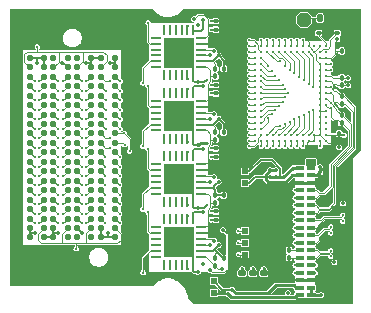
<source format=gbr>
%TF.GenerationSoftware,KiCad,Pcbnew,8.0.5*%
%TF.CreationDate,2025-10-24T05:54:48-05:00*%
%TF.ProjectId,iris-128s,69726973-2d31-4323-9873-2e6b69636164,1*%
%TF.SameCoordinates,Original*%
%TF.FileFunction,Copper,L1,Top*%
%TF.FilePolarity,Positive*%
%FSLAX46Y46*%
G04 Gerber Fmt 4.6, Leading zero omitted, Abs format (unit mm)*
G04 Created by KiCad (PCBNEW 8.0.5) date 2025-10-24 05:54:48*
%MOMM*%
%LPD*%
G01*
G04 APERTURE LIST*
G04 Aperture macros list*
%AMRoundRect*
0 Rectangle with rounded corners*
0 $1 Rounding radius*
0 $2 $3 $4 $5 $6 $7 $8 $9 X,Y pos of 4 corners*
0 Add a 4 corners polygon primitive as box body*
4,1,4,$2,$3,$4,$5,$6,$7,$8,$9,$2,$3,0*
0 Add four circle primitives for the rounded corners*
1,1,$1+$1,$2,$3*
1,1,$1+$1,$4,$5*
1,1,$1+$1,$6,$7*
1,1,$1+$1,$8,$9*
0 Add four rect primitives between the rounded corners*
20,1,$1+$1,$2,$3,$4,$5,0*
20,1,$1+$1,$4,$5,$6,$7,0*
20,1,$1+$1,$6,$7,$8,$9,0*
20,1,$1+$1,$8,$9,$2,$3,0*%
%AMOutline5P*
0 Free polygon, 5 corners , with rotation*
0 The origin of the aperture is its center*
0 number of corners: always 5*
0 $1 to $10 corner X, Y*
0 $11 Rotation angle, in degrees counterclockwise*
0 create outline with 5 corners*
4,1,5,$1,$2,$3,$4,$5,$6,$7,$8,$9,$10,$1,$2,$11*%
%AMOutline6P*
0 Free polygon, 6 corners , with rotation*
0 The origin of the aperture is its center*
0 number of corners: always 6*
0 $1 to $12 corner X, Y*
0 $13 Rotation angle, in degrees counterclockwise*
0 create outline with 6 corners*
4,1,6,$1,$2,$3,$4,$5,$6,$7,$8,$9,$10,$11,$12,$1,$2,$13*%
%AMOutline7P*
0 Free polygon, 7 corners , with rotation*
0 The origin of the aperture is its center*
0 number of corners: always 7*
0 $1 to $14 corner X, Y*
0 $15 Rotation angle, in degrees counterclockwise*
0 create outline with 7 corners*
4,1,7,$1,$2,$3,$4,$5,$6,$7,$8,$9,$10,$11,$12,$13,$14,$1,$2,$15*%
%AMOutline8P*
0 Free polygon, 8 corners , with rotation*
0 The origin of the aperture is its center*
0 number of corners: always 8*
0 $1 to $16 corner X, Y*
0 $17 Rotation angle, in degrees counterclockwise*
0 create outline with 8 corners*
4,1,8,$1,$2,$3,$4,$5,$6,$7,$8,$9,$10,$11,$12,$13,$14,$15,$16,$1,$2,$17*%
G04 Aperture macros list end*
%TA.AperFunction,SMDPad,CuDef*%
%ADD10RoundRect,0.140000X-0.170000X0.140000X-0.170000X-0.140000X0.170000X-0.140000X0.170000X0.140000X0*%
%TD*%
%TA.AperFunction,SMDPad,CuDef*%
%ADD11RoundRect,0.100000X0.100000X-0.130000X0.100000X0.130000X-0.100000X0.130000X-0.100000X-0.130000X0*%
%TD*%
%TA.AperFunction,SMDPad,CuDef*%
%ADD12RoundRect,0.100000X-0.100000X0.130000X-0.100000X-0.130000X0.100000X-0.130000X0.100000X0.130000X0*%
%TD*%
%TA.AperFunction,SMDPad,CuDef*%
%ADD13C,0.560000*%
%TD*%
%TA.AperFunction,SMDPad,CuDef*%
%ADD14RoundRect,0.100000X-0.130000X-0.100000X0.130000X-0.100000X0.130000X0.100000X-0.130000X0.100000X0*%
%TD*%
%TA.AperFunction,ComponentPad*%
%ADD15Outline8P,-0.609600X0.252505X-0.252505X0.609600X0.252505X0.609600X0.609600X0.252505X0.609600X-0.252505X0.252505X-0.609600X-0.252505X-0.609600X-0.609600X-0.252505X90.000000*%
%TD*%
%TA.AperFunction,SMDPad,CuDef*%
%ADD16RoundRect,0.135000X0.135000X0.185000X-0.135000X0.185000X-0.135000X-0.185000X0.135000X-0.185000X0*%
%TD*%
%TA.AperFunction,BGAPad,CuDef*%
%ADD17C,0.250000*%
%TD*%
%TA.AperFunction,TestPad*%
%ADD18R,0.500000X0.500000*%
%TD*%
%TA.AperFunction,SMDPad,CuDef*%
%ADD19RoundRect,0.062500X-0.062500X0.375000X-0.062500X-0.375000X0.062500X-0.375000X0.062500X0.375000X0*%
%TD*%
%TA.AperFunction,SMDPad,CuDef*%
%ADD20RoundRect,0.062500X-0.375000X0.062500X-0.375000X-0.062500X0.375000X-0.062500X0.375000X0.062500X0*%
%TD*%
%TA.AperFunction,HeatsinkPad*%
%ADD21R,2.600000X2.600000*%
%TD*%
%TA.AperFunction,SMDPad,CuDef*%
%ADD22R,0.762000X0.381000*%
%TD*%
%TA.AperFunction,SMDPad,CuDef*%
%ADD23RoundRect,0.100000X0.130000X0.100000X-0.130000X0.100000X-0.130000X-0.100000X0.130000X-0.100000X0*%
%TD*%
%TA.AperFunction,ViaPad*%
%ADD24C,0.355600*%
%TD*%
%TA.AperFunction,ViaPad*%
%ADD25C,0.304800*%
%TD*%
%TA.AperFunction,Conductor*%
%ADD26C,0.076200*%
%TD*%
%TA.AperFunction,Conductor*%
%ADD27C,0.254000*%
%TD*%
%TA.AperFunction,Conductor*%
%ADD28C,0.152400*%
%TD*%
%TA.AperFunction,Conductor*%
%ADD29C,0.101600*%
%TD*%
G04 APERTURE END LIST*
D10*
%TO.P,C11,1*%
%TO.N,VSS_SW*%
X116292860Y-102640840D03*
%TO.P,C11,2*%
%TO.N,GND1*%
X116292860Y-103600840D03*
%TD*%
D11*
%TO.P,R9,1*%
%TO.N,/MISO_SW*%
X113111280Y-102020000D03*
%TO.P,R9,2*%
%TO.N,VDD3*%
X113111280Y-101380000D03*
%TD*%
%TO.P,C42,1*%
%TO.N,VDD3*%
X113811280Y-101359760D03*
%TO.P,C42,2*%
%TO.N,GND1*%
X113811280Y-100719760D03*
%TD*%
D12*
%TO.P,R20,1*%
%TO.N,/SCLKp*%
X123800000Y-87669000D03*
%TO.P,R20,2*%
%TO.N,/SCLKm*%
X123800000Y-88309000D03*
%TD*%
D10*
%TO.P,C12,1*%
%TO.N,VDD_SW*%
X115372860Y-102640840D03*
%TO.P,C12,2*%
%TO.N,GND1*%
X115372860Y-103600840D03*
%TD*%
D12*
%TO.P,C40,1*%
%TO.N,VDD3*%
X113813240Y-90680000D03*
%TO.P,C40,2*%
%TO.N,GND1*%
X113813240Y-91320000D03*
%TD*%
D11*
%TO.P,R8,1*%
%TO.N,/analog_muxes_switches/SDO6*%
X113111280Y-96670000D03*
%TO.P,R8,2*%
%TO.N,VDD3*%
X113111280Y-96030000D03*
%TD*%
D13*
%TO.P,S5,3.3V_1,3.3V_1*%
%TO.N,unconnected-(S5-Pad3.3V_1)*%
X101396980Y-99603400D03*
%TO.P,S5,3.3V_2,3.3V_2*%
%TO.N,unconnected-(S5-Pad3.3V_2)*%
X102596980Y-99603400D03*
%TO.P,S5,3.3V_3,3.3V_3*%
%TO.N,unconnected-(S5-Pad3.3V_3)*%
X99396980Y-84403400D03*
%TO.P,S5,3.3V_4,3.3V_4*%
%TO.N,unconnected-(S5-Pad3.3V_4)*%
X100596980Y-84403400D03*
%TO.P,S5,A01,A01*%
%TO.N,/REC0IN1*%
X97396980Y-98003400D03*
%TO.P,S5,A02,A02*%
%TO.N,/REC0IN54*%
X98596980Y-98003400D03*
%TO.P,S5,A03,A03*%
%TO.N,/REC0IN3*%
X97396980Y-97203400D03*
%TO.P,S5,A04,A04*%
%TO.N,/REC0IN29*%
X98596980Y-97203400D03*
%TO.P,S5,A05,A05*%
%TO.N,/REC0IN5*%
X97396980Y-96403400D03*
%TO.P,S5,A06,A06*%
%TO.N,/REC0IN27*%
X98596980Y-96403400D03*
%TO.P,S5,A07,A07*%
%TO.N,/REC0IN7*%
X97396980Y-95603400D03*
%TO.P,S5,A08,A08*%
%TO.N,/REC0IN25*%
X98596980Y-95603400D03*
%TO.P,S5,A09,A09*%
%TO.N,/REC0IN9*%
X97396980Y-94803400D03*
%TO.P,S5,A10,A10*%
%TO.N,/REC0IN23*%
X98596980Y-94803400D03*
%TO.P,S5,A11,A11*%
%TO.N,/REC0IN11*%
X97396980Y-94003400D03*
%TO.P,S5,A12,A12*%
%TO.N,/REC0IN16*%
X98596980Y-94003400D03*
%TO.P,S5,A13,A13*%
%TO.N,/REC0IN0*%
X97396980Y-93203400D03*
%TO.P,S5,A14,A14*%
%TO.N,/REC0IN10*%
X98596980Y-93203400D03*
%TO.P,S5,A15,A15*%
%TO.N,/REC0IN2*%
X97396980Y-92403400D03*
%TO.P,S5,A16,A16*%
%TO.N,/REC0IN8*%
X98596980Y-92403400D03*
%TO.P,S5,A17,A17*%
%TO.N,/REC0IN4*%
X97396980Y-91603400D03*
%TO.P,S5,A18,A18*%
%TO.N,/REC0IN6*%
X98596980Y-91603400D03*
%TO.P,S5,A19,A19*%
%TO.N,/REC0IN13*%
X97396980Y-90803400D03*
%TO.P,S5,A20,A20*%
%TO.N,/REC0IN15*%
X98596980Y-90803400D03*
%TO.P,S5,A21,A21*%
%TO.N,/REC1IN46*%
X97396980Y-90003400D03*
%TO.P,S5,A22,A22*%
%TO.N,/REC0IN12*%
X98596980Y-90003400D03*
%TO.P,S5,A23,A23*%
%TO.N,/REC1IN63*%
X97396980Y-89203400D03*
%TO.P,S5,A24,A24*%
%TO.N,/REC1IN8*%
X98596980Y-89203400D03*
%TO.P,S5,A25,A25*%
%TO.N,/REC1IN61*%
X97396980Y-88403400D03*
%TO.P,S5,A26,A26*%
%TO.N,/REC1IN26*%
X98596980Y-88403400D03*
%TO.P,S5,A27,A27*%
%TO.N,/REC1IN45*%
X97396980Y-87603400D03*
%TO.P,S5,A28,A28*%
%TO.N,/REC1IN43*%
X98596980Y-87603400D03*
%TO.P,S5,A29,A29*%
%TO.N,/REC1IN47*%
X97396980Y-86803400D03*
%TO.P,S5,A30,A30*%
%TO.N,/REC1IN55*%
X98596980Y-86803400D03*
%TO.P,S5,A31,A31*%
%TO.N,/REC1IN59*%
X97396980Y-86003400D03*
%TO.P,S5,A32,A32*%
%TO.N,/REC1IN57*%
X98596980Y-86003400D03*
%TO.P,S5,B01,B01*%
%TO.N,/REC0IN62*%
X99396980Y-98003400D03*
%TO.P,S5,B02,B02*%
%TO.N,/REC0IN60*%
X100596980Y-98003400D03*
%TO.P,S5,B03,B03*%
%TO.N,/REC0IN46*%
X99396980Y-97203400D03*
%TO.P,S5,B04,B04*%
%TO.N,/REC0IN48*%
X100596980Y-97203400D03*
%TO.P,S5,B05,B05*%
%TO.N,/REC0IN59*%
X99396980Y-96403400D03*
%TO.P,S5,B06,B06*%
%TO.N,/REC0IN63*%
X100596980Y-96403400D03*
%TO.P,S5,B07,B07*%
%TO.N,/REC0IN51*%
X99396980Y-95603400D03*
%TO.P,S5,B08,B08*%
%TO.N,/REC0IN55*%
X100596980Y-95603400D03*
%TO.P,S5,B09,B09*%
%TO.N,/REC0IN40*%
X99396980Y-94803400D03*
%TO.P,S5,B10,B10*%
%TO.N,/REC0IN35*%
X100596980Y-94803400D03*
%TO.P,S5,B11,B11*%
%TO.N,/REC0IN30*%
X99396980Y-94003400D03*
%TO.P,S5,B12,B12*%
%TO.N,/REC0IN32*%
X100596980Y-94003400D03*
%TO.P,S5,B13,B13*%
%TO.N,/REC0IN36*%
X99396980Y-93203400D03*
%TO.P,S5,B14,B14*%
%TO.N,/REC0IN38*%
X100596980Y-93203400D03*
%TO.P,S5,B15,B15*%
%TO.N,/REC0IN28*%
X99396980Y-92403400D03*
%TO.P,S5,B16,B16*%
%TO.N,/REC0IN34*%
X100596980Y-92403400D03*
%TO.P,S5,B17,B17*%
%TO.N,/REC0IN26*%
X99396980Y-91603400D03*
%TO.P,S5,B18,B18*%
%TO.N,/REC0IN31*%
X100596980Y-91603400D03*
%TO.P,S5,B19,B19*%
%TO.N,/REC0IN14*%
X99396980Y-90803400D03*
%TO.P,S5,B20,B20*%
%TO.N,/REC0IN18*%
X100596980Y-90803400D03*
%TO.P,S5,B21,B21*%
%TO.N,/REC0IN17*%
X99396980Y-90003400D03*
%TO.P,S5,B22,B22*%
%TO.N,/REC1IN17*%
X100596980Y-90003400D03*
%TO.P,S5,B23,B23*%
%TO.N,/REC0IN21*%
X99396980Y-89203400D03*
%TO.P,S5,B24,B24*%
%TO.N,/REC1IN2*%
X100596980Y-89203400D03*
%TO.P,S5,B25,B25*%
%TO.N,/REC0IN19*%
X99396980Y-88403400D03*
%TO.P,S5,B26,B26*%
%TO.N,/REC1IN20*%
X100596980Y-88403400D03*
%TO.P,S5,B27,B27*%
%TO.N,/REC1IN53*%
X99396980Y-87603400D03*
%TO.P,S5,B28,B28*%
%TO.N,/REC1IN37*%
X100596980Y-87603400D03*
%TO.P,S5,B29,B29*%
%TO.N,/REC1IN41*%
X99396980Y-86803400D03*
%TO.P,S5,B30,B30*%
%TO.N,/REC1IN42*%
X100596980Y-86803400D03*
%TO.P,S5,B31,B31*%
%TO.N,/REC1IN51*%
X99396980Y-86003400D03*
%TO.P,S5,B32,B32*%
%TO.N,/REC1IN49*%
X100596980Y-86003400D03*
%TO.P,S5,C01,C01*%
%TO.N,/REC0IN58*%
X101396980Y-98003400D03*
%TO.P,S5,C02,C02*%
%TO.N,/REC0IN56*%
X102596980Y-98003400D03*
%TO.P,S5,C03,C03*%
%TO.N,/REC0IN52*%
X101396980Y-97203400D03*
%TO.P,S5,C04,C04*%
%TO.N,/REC0IN50*%
X102596980Y-97203400D03*
%TO.P,S5,C05,C05*%
%TO.N,/REC0IN45*%
X101396980Y-96403400D03*
%TO.P,S5,C06,C06*%
%TO.N,/REC0IN47*%
X102596980Y-96403400D03*
%TO.P,S5,C07,C07*%
%TO.N,/REC0IN43*%
X101396980Y-95603400D03*
%TO.P,S5,C08,C08*%
%TO.N,/REC0IN61*%
X102596980Y-95603400D03*
%TO.P,S5,C09,C09*%
%TO.N,/REC0IN57*%
X101396980Y-94803400D03*
%TO.P,S5,C10,C10*%
%TO.N,/REC0IN41*%
X102596980Y-94803400D03*
%TO.P,S5,C11,C11*%
%TO.N,/REC0IN53*%
X101396980Y-94003400D03*
%TO.P,S5,C12,C12*%
%TO.N,/REC0IN39*%
X102596980Y-94003400D03*
%TO.P,S5,C13,C13*%
%TO.N,/REC0IN49*%
X101396980Y-93203400D03*
%TO.P,S5,C14,C14*%
%TO.N,/REC0IN37*%
X102596980Y-93203400D03*
%TO.P,S5,C15,C15*%
%TO.N,/REC0IN42*%
X101396980Y-92403400D03*
%TO.P,S5,C16,C16*%
%TO.N,/REC0IN44*%
X102596980Y-92403400D03*
%TO.P,S5,C17,C17*%
%TO.N,/REC0IN33*%
X101396980Y-91603400D03*
%TO.P,S5,C18,C18*%
%TO.N,/REC0IN22*%
X102596980Y-91603400D03*
%TO.P,S5,C19,C19*%
%TO.N,/REC0IN20*%
X101396980Y-90803400D03*
%TO.P,S5,C20,C20*%
%TO.N,/REC0IN24*%
X102596980Y-90803400D03*
%TO.P,S5,C21,C21*%
%TO.N,/REC1IN0*%
X101396980Y-90003400D03*
%TO.P,S5,C22,C22*%
%TO.N,/REC1IN16*%
X102596980Y-90003400D03*
%TO.P,S5,C23,C23*%
%TO.N,/REC1IN18*%
X101396980Y-89203400D03*
%TO.P,S5,C24,C24*%
%TO.N,/REC1IN4*%
X102596980Y-89203400D03*
%TO.P,S5,C25,C25*%
%TO.N,/REC1IN6*%
X101396980Y-88403400D03*
%TO.P,S5,C26,C26*%
%TO.N,/REC1IN22*%
X102596980Y-88403400D03*
%TO.P,S5,C27,C27*%
%TO.N,/REC1IN24*%
X101396980Y-87603400D03*
%TO.P,S5,C28,C28*%
%TO.N,/REC1IN10*%
X102596980Y-87603400D03*
%TO.P,S5,C29,C29*%
%TO.N,/REC1IN12*%
X101396980Y-86803400D03*
%TO.P,S5,C30,C30*%
%TO.N,/REC1IN28*%
X102596980Y-86803400D03*
%TO.P,S5,C31,C31*%
%TO.N,/REC1IN39*%
X101396980Y-86003400D03*
%TO.P,S5,C32,C32*%
%TO.N,/REC1IN44*%
X102596980Y-86003400D03*
%TO.P,S5,D01,D01*%
%TO.N,/RS0*%
X103396980Y-98003400D03*
%TO.P,S5,D02,D02*%
%TO.N,/RS1*%
X104596980Y-98003400D03*
%TO.P,S5,D03,D03*%
%TO.N,/RS2*%
X103396980Y-97203400D03*
%TO.P,S5,D04,D04*%
%TO.N,/RS3*%
X104596980Y-97203400D03*
%TO.P,S5,D05,D05*%
%TO.N,/RS4*%
X103396980Y-96403400D03*
%TO.P,S5,D06,D06*%
%TO.N,/RS5*%
X104596980Y-96403400D03*
%TO.P,S5,D07,D07*%
%TO.N,/RS6*%
X103396980Y-95603400D03*
%TO.P,S5,D08,D08*%
%TO.N,/RS7*%
X104596980Y-95603400D03*
%TO.P,S5,D09,D09*%
%TO.N,/RS8*%
X103396980Y-94803400D03*
%TO.P,S5,D10,D10*%
%TO.N,/RS9*%
X104596980Y-94803400D03*
%TO.P,S5,D11,D11*%
%TO.N,/RS10*%
X103396980Y-94003400D03*
%TO.P,S5,D12,D12*%
%TO.N,/RS11*%
X104596980Y-94003400D03*
%TO.P,S5,D13,D13*%
%TO.N,/RS12*%
X103396980Y-93203400D03*
%TO.P,S5,D14,D14*%
%TO.N,/RS13*%
X104596980Y-93203400D03*
%TO.P,S5,D15,D15*%
%TO.N,/RS14*%
X103396980Y-92403400D03*
%TO.P,S5,D16,D16*%
%TO.N,/RS15*%
X104596980Y-92403400D03*
%TO.P,S5,D17,D17*%
%TO.N,/RS16*%
X103396980Y-91603400D03*
%TO.P,S5,D18,D18*%
%TO.N,/RS17*%
X104596980Y-91603400D03*
%TO.P,S5,D19,D19*%
%TO.N,/RS18*%
X103396980Y-90803400D03*
%TO.P,S5,D20,D20*%
%TO.N,/RS19*%
X104596980Y-90803400D03*
%TO.P,S5,D21,D21*%
%TO.N,/RS20*%
X103396980Y-90003400D03*
%TO.P,S5,D22,D22*%
%TO.N,/RS21*%
X104596980Y-90003400D03*
%TO.P,S5,D23,D23*%
%TO.N,/RS22*%
X103396980Y-89203400D03*
%TO.P,S5,D24,D24*%
%TO.N,/RS23*%
X104596980Y-89203400D03*
%TO.P,S5,D25,D25*%
%TO.N,/RS24*%
X103396980Y-88403400D03*
%TO.P,S5,D26,D26*%
%TO.N,/RS25*%
X104596980Y-88403400D03*
%TO.P,S5,D27,D27*%
%TO.N,/RS26*%
X103396980Y-87603400D03*
%TO.P,S5,D28,D28*%
%TO.N,/RS27*%
X104596980Y-87603400D03*
%TO.P,S5,D29,D29*%
%TO.N,/RS28*%
X103396980Y-86803400D03*
%TO.P,S5,D30,D30*%
%TO.N,/RS29*%
X104596980Y-86803400D03*
%TO.P,S5,D31,D31*%
%TO.N,/RS30*%
X103396980Y-86003400D03*
%TO.P,S5,D32,D32*%
%TO.N,/RS31*%
X104596980Y-86003400D03*
%TO.P,S5,G01,G01*%
%TO.N,GND1*%
X97396980Y-99603400D03*
%TO.P,S5,G02,G02*%
X98596980Y-99603400D03*
%TO.P,S5,G03,G03*%
X99396980Y-99603400D03*
%TO.P,S5,G04,G04*%
X103396980Y-99603400D03*
%TO.P,S5,G05,G05*%
X104596980Y-99603400D03*
%TO.P,S5,G06,G06*%
X97396980Y-98803400D03*
%TO.P,S5,G07,G07*%
X99396980Y-98803400D03*
%TO.P,S5,G08,G08*%
X101396980Y-98803400D03*
%TO.P,S5,G09,G09*%
X103396980Y-98803400D03*
%TO.P,S5,G10,G10*%
X98596980Y-85203400D03*
%TO.P,S5,G11,G11*%
X100596980Y-85203400D03*
%TO.P,S5,G12,G12*%
X102596980Y-85203400D03*
%TO.P,S5,G13,G13*%
X104596980Y-85203400D03*
%TO.P,S5,G14,G14*%
X97396980Y-84403400D03*
%TO.P,S5,G15,G15*%
X98596980Y-84403400D03*
%TO.P,S5,G16,G16*%
X102596980Y-84403400D03*
%TO.P,S5,G17,G17*%
X103396980Y-84403400D03*
%TO.P,S5,G18,G18*%
X104596980Y-84403400D03*
%TO.P,S5,LED1,LED1*%
%TO.N,unconnected-(S5-PadLED1)*%
X100596980Y-99603400D03*
%TO.P,S5,LED2,LED2*%
%TO.N,unconnected-(S5-PadLED2)*%
X101396980Y-84403400D03*
%TO.P,S5,R1_1,R1_1*%
%TO.N,/REF_ELEC*%
X98596980Y-98803400D03*
%TO.P,S5,R1_2,R1_2*%
X100596980Y-98803400D03*
%TO.P,S5,R1_3,R1_3*%
X97396980Y-85203400D03*
%TO.P,S5,R1_4,R1_4*%
X99396980Y-85203400D03*
%TO.P,S5,R2_1,R2_1*%
X102596980Y-98803400D03*
%TO.P,S5,R2_2,R2_2*%
X104596980Y-98803400D03*
%TO.P,S5,R2_3,R2_3*%
X101396980Y-85203400D03*
%TO.P,S5,R2_4,R2_4*%
X103396980Y-85203400D03*
%TD*%
D14*
%TO.P,C36,1*%
%TO.N,VDD_SW*%
X113141280Y-98114200D03*
%TO.P,C36,2*%
%TO.N,GND1*%
X113781280Y-98114200D03*
%TD*%
%TO.P,C33,1*%
%TO.N,VSS_SW*%
X113141280Y-97400400D03*
%TO.P,C33,2*%
%TO.N,GND1*%
X113781280Y-97400400D03*
%TD*%
%TO.P,R19,1*%
%TO.N,GND1*%
X122802200Y-82299680D03*
%TO.P,R19,2*%
%TO.N,Net-(U10-LVDS_EN)*%
X123442200Y-82299680D03*
%TD*%
D11*
%TO.P,R16,1*%
%TO.N,/connectors/MOSI2p_STIM*%
X119353460Y-101325480D03*
%TO.P,R16,2*%
%TO.N,/connectors/MOSI2m_STIM*%
X119353460Y-100685480D03*
%TD*%
D15*
%TO.P,REF0,1,1*%
%TO.N,/REF_ELEC*%
X120622500Y-81188000D03*
%TD*%
D16*
%TO.P,R14,1*%
%TO.N,GND1*%
X122999380Y-81028400D03*
%TO.P,R14,2*%
%TO.N,/REF_ELEC*%
X121979380Y-81028400D03*
%TD*%
D17*
%TO.P,U10,A1,IN16*%
%TO.N,/REC1IN16*%
X116500000Y-91400000D03*
%TO.P,U10,A2,IN18*%
%TO.N,/REC1IN18*%
X116500000Y-90900000D03*
%TO.P,U10,A3,IN20*%
%TO.N,/REC1IN20*%
X116500000Y-90400000D03*
%TO.P,U10,A4,IN22*%
%TO.N,/REC1IN22*%
X116500000Y-89900000D03*
%TO.P,U10,A5,IN24*%
%TO.N,/REC1IN24*%
X116500000Y-89400000D03*
%TO.P,U10,A6,IN26*%
%TO.N,/REC1IN26*%
X116500000Y-88900000D03*
%TO.P,U10,A7,IN28*%
%TO.N,/REC1IN28*%
X116500000Y-88400000D03*
%TO.P,U10,A8,IN30*%
%TO.N,/REC1IN30*%
X116500000Y-87900000D03*
%TO.P,U10,A9,IN32*%
%TO.N,/REC1IN32*%
X116500000Y-87400000D03*
%TO.P,U10,A10,IN33*%
%TO.N,/REC1IN33*%
X116500000Y-86900000D03*
%TO.P,U10,A11,IN35*%
%TO.N,/REC1IN35*%
X116500000Y-86400000D03*
%TO.P,U10,A12,IN37*%
%TO.N,/REC1IN37*%
X116500000Y-85900000D03*
%TO.P,U10,A13,IN39*%
%TO.N,/REC1IN39*%
X116500000Y-85400000D03*
%TO.P,U10,A14,IN41*%
%TO.N,/REC1IN41*%
X116500000Y-84900000D03*
%TO.P,U10,A15,IN43*%
%TO.N,/REC1IN43*%
X116500000Y-84400000D03*
%TO.P,U10,A16,IN45*%
%TO.N,/REC1IN45*%
X116500000Y-83900000D03*
%TO.P,U10,A17,IN47*%
%TO.N,/REC1IN47*%
X116500000Y-83400000D03*
%TO.P,U10,B1,IN15*%
%TO.N,/REC1IN15*%
X117000000Y-91400000D03*
%TO.P,U10,B2,IN17*%
%TO.N,/REC1IN17*%
X117000000Y-90900000D03*
%TO.P,U10,B3,IN19*%
%TO.N,/REC1IN19*%
X117000000Y-90400000D03*
%TO.P,U10,B4,IN21*%
%TO.N,/REC1IN21*%
X117000000Y-89900000D03*
%TO.P,U10,B5,IN23*%
%TO.N,/REC1IN23*%
X117000000Y-89400000D03*
%TO.P,U10,B6,IN25*%
%TO.N,/REC1IN25*%
X117000000Y-88900000D03*
%TO.P,U10,B7,IN27*%
%TO.N,/REC1IN27*%
X117000000Y-88400000D03*
%TO.P,U10,B8,IN29*%
%TO.N,/REC1IN29*%
X117000000Y-87900000D03*
%TO.P,U10,B9,IN31*%
%TO.N,/REC1IN31*%
X117000000Y-87400000D03*
%TO.P,U10,B10,IN34*%
%TO.N,/REC1IN34*%
X117000000Y-86900000D03*
%TO.P,U10,B11,IN36*%
%TO.N,/REC1IN36*%
X117000000Y-86400000D03*
%TO.P,U10,B12,IN38*%
%TO.N,/REC1IN38*%
X117000000Y-85900000D03*
%TO.P,U10,B13,IN40*%
%TO.N,/REC1IN40*%
X117000000Y-85400000D03*
%TO.P,U10,B14,IN42*%
%TO.N,/REC1IN42*%
X117000000Y-84900000D03*
%TO.P,U10,B15,IN44*%
%TO.N,/REC1IN44*%
X117000000Y-84400000D03*
%TO.P,U10,B16,IN46*%
%TO.N,/REC1IN46*%
X117000000Y-83900000D03*
%TO.P,U10,B17,IN48*%
%TO.N,/REC1IN48*%
X117000000Y-83400000D03*
%TO.P,U10,C1,IN13*%
%TO.N,/REC1IN13*%
X117500000Y-91400000D03*
%TO.P,U10,C2,IN14*%
%TO.N,/REC1IN14*%
X117500000Y-90900000D03*
%TO.P,U10,C16,IN49*%
%TO.N,/REC1IN49*%
X117500000Y-83900000D03*
%TO.P,U10,C17,IN50*%
%TO.N,/REC1IN50*%
X117500000Y-83400000D03*
%TO.P,U10,D1,IN11*%
%TO.N,/REC1IN11*%
X118000000Y-91400000D03*
%TO.P,U10,D2,IN12*%
%TO.N,/REC1IN12*%
X118000000Y-90900000D03*
%TO.P,U10,D16,IN51*%
%TO.N,/REC1IN51*%
X118000000Y-83900000D03*
%TO.P,U10,D17,IN52*%
%TO.N,/REC1IN52*%
X118000000Y-83400000D03*
%TO.P,U10,E1,IN9*%
%TO.N,/REC1IN9*%
X118500000Y-91400000D03*
%TO.P,U10,E2,IN10*%
%TO.N,/REC1IN10*%
X118500000Y-90900000D03*
%TO.P,U10,E16,IN53*%
%TO.N,/REC1IN53*%
X118500000Y-83900000D03*
%TO.P,U10,E17,IN54*%
%TO.N,/REC1IN54*%
X118500000Y-83400000D03*
%TO.P,U10,F1,IN7*%
%TO.N,/REC1IN7*%
X119000000Y-91400000D03*
%TO.P,U10,F2,IN8*%
%TO.N,/REC1IN8*%
X119000000Y-90900000D03*
%TO.P,U10,F16,IN55*%
%TO.N,/REC1IN55*%
X119000000Y-83900000D03*
%TO.P,U10,F17,IN56*%
%TO.N,/REC1IN56*%
X119000000Y-83400000D03*
%TO.P,U10,G1,IN5*%
%TO.N,/REC1IN5*%
X119500000Y-91400000D03*
%TO.P,U10,G2,IN6*%
%TO.N,/REC1IN6*%
X119500000Y-90900000D03*
%TO.P,U10,G16,IN57*%
%TO.N,/REC1IN57*%
X119500000Y-83900000D03*
%TO.P,U10,G17,IN58*%
%TO.N,/REC1IN58*%
X119500000Y-83400000D03*
%TO.P,U10,H1,IN3*%
%TO.N,/REC1IN3*%
X120000000Y-91400000D03*
%TO.P,U10,H2,IN4*%
%TO.N,/REC1IN4*%
X120000000Y-90900000D03*
%TO.P,U10,H16,IN59*%
%TO.N,/REC1IN59*%
X120000000Y-83900000D03*
%TO.P,U10,H17,IN60*%
%TO.N,/REC1IN60*%
X120000000Y-83400000D03*
%TO.P,U10,J1,IN1*%
%TO.N,/REC1IN1*%
X120500000Y-91400000D03*
%TO.P,U10,J2,IN2*%
%TO.N,/REC1IN2*%
X120500000Y-90900000D03*
%TO.P,U10,J16,IN61*%
%TO.N,/REC1IN61*%
X120500000Y-83900000D03*
%TO.P,U10,J17,IN62*%
%TO.N,/REC1IN62*%
X120500000Y-83400000D03*
%TO.P,U10,K1,NC1*%
%TO.N,GND1*%
X121000000Y-91400000D03*
%TO.P,U10,K2,IN0*%
%TO.N,/REC1IN0*%
X121000000Y-90900000D03*
%TO.P,U10,K16,IN63*%
%TO.N,/REC1IN63*%
X121000000Y-83900000D03*
%TO.P,U10,K17,NC2*%
%TO.N,GND1*%
X121000000Y-83400000D03*
%TO.P,U10,L1,NC3*%
X121500000Y-91400000D03*
%TO.P,U10,L2,NC4*%
X121500000Y-90900000D03*
%TO.P,U10,L16,NC5*%
X121500000Y-83900000D03*
%TO.P,U10,L17,ELEC_TEST*%
%TO.N,unconnected-(U10-ELEC_TEST-PadL17)*%
X121500000Y-83400000D03*
%TO.P,U10,M1,REF_ELEC*%
%TO.N,/REF_ELEC*%
X122000000Y-91400000D03*
%TO.P,U10,M2,VESD*%
%TO.N,GND1*%
X122000000Y-90900000D03*
%TO.P,U10,M3,NC6*%
X122000000Y-90400000D03*
%TO.P,U10,M4,NC7*%
X122000000Y-89900000D03*
%TO.P,U10,M5,NC8*%
X122000000Y-89400000D03*
%TO.P,U10,M6,NC9*%
X122000000Y-88900000D03*
%TO.P,U10,M7,NC10*%
X122000000Y-88400000D03*
%TO.P,U10,M8,NC11*%
X122000000Y-87900000D03*
%TO.P,U10,M9,NC12*%
X122000000Y-87400000D03*
%TO.P,U10,M10,NC13*%
X122000000Y-86900000D03*
%TO.P,U10,M11,NC14*%
X122000000Y-86400000D03*
%TO.P,U10,M12,NC15*%
X122000000Y-85900000D03*
%TO.P,U10,M13,NC16*%
X122000000Y-85400000D03*
%TO.P,U10,M14,NC17*%
X122000000Y-84900000D03*
%TO.P,U10,M15,VDD1*%
%TO.N,VDD1*%
X122000000Y-84400000D03*
%TO.P,U10,M16,LVDS_EN*%
%TO.N,Net-(U10-LVDS_EN)*%
X122000000Y-83900000D03*
%TO.P,U10,M17,GND1*%
%TO.N,GND1*%
X122000000Y-83400000D03*
%TO.P,U10,N1,GND2*%
X122500000Y-91400000D03*
%TO.P,U10,N2,VDD2*%
%TO.N,VDD1*%
X122500000Y-90900000D03*
%TO.P,U10,N3,AUXIN1*%
%TO.N,unconnected-(U10-AUXIN1-PadN3)*%
X122500000Y-90400000D03*
%TO.P,U10,N4,AUXIN2*%
%TO.N,unconnected-(U10-AUXIN2-PadN4)*%
X122500000Y-89900000D03*
%TO.P,U10,N5,AUXIN3*%
%TO.N,unconnected-(U10-AUXIN3-PadN5)*%
X122500000Y-89400000D03*
%TO.P,U10,N6,GND3*%
%TO.N,GND1*%
X122500000Y-88900000D03*
%TO.P,U10,N7,CSbm*%
%TO.N,/CSbm*%
X122500000Y-88400000D03*
%TO.P,U10,N8,CSbp*%
%TO.N,/CSbp*%
X122500000Y-87900000D03*
%TO.P,U10,N9,SCLKm*%
%TO.N,/SCLKm*%
X122500000Y-87400000D03*
%TO.P,U10,N10,SCLKp*%
%TO.N,/SCLKp*%
X122500000Y-86900000D03*
%TO.P,U10,N11,MOSIm*%
%TO.N,/MOSIm*%
X122500000Y-86400000D03*
%TO.P,U10,N12,MOSIp*%
%TO.N,/MOSIp*%
X122500000Y-85900000D03*
%TO.P,U10,N13,MISOm*%
%TO.N,/MISO2m*%
X122500000Y-85400000D03*
%TO.P,U10,N14,MISOp*%
%TO.N,/MISO2p*%
X122500000Y-84900000D03*
%TO.P,U10,N15,VDD3*%
%TO.N,VDD1*%
X122500000Y-84400000D03*
%TO.P,U10,N16,AUXOUT*%
%TO.N,unconnected-(U10-AUXOUT-PadN16)*%
X122500000Y-83900000D03*
%TO.P,U10,N17,ADC_REF*%
%TO.N,Net-(U10-ADC_REF)*%
X122500000Y-83400000D03*
%TD*%
D18*
%TO.P,TP1,1,1*%
%TO.N,VDD1*%
X115619340Y-99054000D03*
%TD*%
D19*
%TO.P,U2,1,VDD*%
%TO.N,VDD_SW*%
X111250000Y-92712500D03*
%TO.P,U2,2,S1*%
%TO.N,/STIMIN15*%
X110750000Y-92712500D03*
%TO.P,U2,3,D1*%
%TO.N,/RS16*%
X110250000Y-92712500D03*
%TO.P,U2,4,S2*%
%TO.N,/STIMIN15*%
X109750000Y-92712500D03*
%TO.P,U2,5,D2*%
%TO.N,/RS17*%
X109250000Y-92712500D03*
%TO.P,U2,6,S3*%
%TO.N,/STIMIN13*%
X108750000Y-92712500D03*
D20*
%TO.P,U2,7,D3*%
%TO.N,/RS19*%
X108062500Y-93400000D03*
%TO.P,U2,8,S4*%
%TO.N,/STIMIN13*%
X108062500Y-93900000D03*
%TO.P,U2,9,D4*%
%TO.N,/RS18*%
X108062500Y-94400000D03*
%TO.P,U2,10,D5*%
%TO.N,/RS21*%
X108062500Y-94900000D03*
%TO.P,U2,11,S5*%
%TO.N,/STIMIN1*%
X108062500Y-95400000D03*
%TO.P,U2,12,D6*%
%TO.N,/RS20*%
X108062500Y-95900000D03*
D19*
%TO.P,U2,13,S6*%
%TO.N,/STIMIN1*%
X108750000Y-96587500D03*
%TO.P,U2,14,D7*%
%TO.N,/RS22*%
X109250000Y-96587500D03*
%TO.P,U2,15,S7*%
%TO.N,/STIMIN5*%
X109750000Y-96587500D03*
%TO.P,U2,16,D8*%
%TO.N,/RS23*%
X110250000Y-96587500D03*
%TO.P,U2,17,S8*%
%TO.N,/STIMIN5*%
X110750000Y-96587500D03*
%TO.P,U2,18,VSS*%
%TO.N,VSS_SW*%
X111250000Y-96587500D03*
D20*
%TO.P,U2,19,SDO*%
%TO.N,/analog_muxes_switches/SDO6*%
X111937500Y-95900000D03*
%TO.P,U2,20,VL_RESETb*%
%TO.N,VDD3*%
X111937500Y-95400000D03*
%TO.P,U2,21,CSb*%
%TO.N,/CSb_SW*%
X111937500Y-94900000D03*
%TO.P,U2,22,SCLK*%
%TO.N,/SCLK_SW*%
X111937500Y-94400000D03*
%TO.P,U2,23,GND*%
%TO.N,GND1*%
X111937500Y-93900000D03*
%TO.P,U2,24,SDI*%
%TO.N,/analog_muxes_switches/SDO5*%
X111937500Y-93400000D03*
D21*
%TO.P,U2,25,Exposed_Pad*%
%TO.N,VSS_SW*%
X110000000Y-94650000D03*
%TD*%
D14*
%TO.P,C35,1*%
%TO.N,VSS_SW*%
X113141280Y-86701800D03*
%TO.P,C35,2*%
%TO.N,GND1*%
X113781280Y-86701800D03*
%TD*%
D18*
%TO.P,TP4,1,1*%
%TO.N,VDD_SW*%
X112998060Y-103300000D03*
%TD*%
D11*
%TO.P,R6,1*%
%TO.N,/analog_muxes_switches/SDO4*%
X113111280Y-85970000D03*
%TO.P,R6,2*%
%TO.N,VDD3*%
X113111280Y-85330000D03*
%TD*%
D18*
%TO.P,TP2,1,1*%
%TO.N,VDD2*%
X115619340Y-100054000D03*
%TD*%
D14*
%TO.P,C34,1*%
%TO.N,VDD_SW*%
X113141280Y-82002200D03*
%TO.P,C34,2*%
%TO.N,GND1*%
X113781280Y-82002200D03*
%TD*%
D18*
%TO.P,TP8,1,1*%
%TO.N,GND1*%
X116619340Y-98054000D03*
%TD*%
D12*
%TO.P,R21,1*%
%TO.N,/MOSIp*%
X123800000Y-86092620D03*
%TO.P,R21,2*%
%TO.N,/MOSIm*%
X123800000Y-86732620D03*
%TD*%
D14*
%TO.P,C39,1*%
%TO.N,VSS_SW*%
X113141280Y-92061200D03*
%TO.P,C39,2*%
%TO.N,GND1*%
X113781280Y-92061200D03*
%TD*%
D12*
%TO.P,C41,1*%
%TO.N,VDD3*%
X113813300Y-96030000D03*
%TO.P,C41,2*%
%TO.N,GND1*%
X113813300Y-96670000D03*
%TD*%
D15*
%TO.P,GND1,1,1*%
%TO.N,GND1*%
X124315000Y-81188000D03*
%TD*%
D12*
%TO.P,R18,1*%
%TO.N,/CSbp*%
X123800000Y-89259040D03*
%TO.P,R18,2*%
%TO.N,/CSbm*%
X123800000Y-89899040D03*
%TD*%
D22*
%TO.P,S3,B1,B1*%
%TO.N,VDD3*%
X121190620Y-104501560D03*
%TO.P,S3,B2,B2*%
X121190620Y-103866560D03*
%TO.P,S3,B3,B3*%
%TO.N,GND1*%
X121190620Y-103231560D03*
%TO.P,S3,B4,B4*%
%TO.N,/MOSI_SW*%
X121190620Y-102596560D03*
%TO.P,S3,B5,B5*%
%TO.N,/SCLK_SW*%
X121190620Y-101961560D03*
%TO.P,S3,B6,B6*%
%TO.N,/MISOp_STIM*%
X121190620Y-101326560D03*
%TO.P,S3,B7,B7*%
%TO.N,/MISOm_STIM*%
X121190620Y-100691560D03*
%TO.P,S3,B8,B8*%
%TO.N,/SCLKp_STIM*%
X121190620Y-100056560D03*
%TO.P,S3,B9,B9*%
%TO.N,/SCLKm_STIM*%
X121190620Y-99421560D03*
%TO.P,S3,B10,B10*%
%TO.N,/CSbp_STIM*%
X121190620Y-98786560D03*
%TO.P,S3,B11,B11*%
%TO.N,/CSbm_STIM*%
X121190620Y-98151560D03*
%TO.P,S3,B12,B12*%
%TO.N,/SCLKp*%
X121190620Y-97516560D03*
%TO.P,S3,B13,B13*%
%TO.N,/SCLKm*%
X121190620Y-96881560D03*
%TO.P,S3,B14,B14*%
%TO.N,/CSbp*%
X121190620Y-96246560D03*
%TO.P,S3,B15,B15*%
%TO.N,/CSbm*%
X121190620Y-95611560D03*
%TO.P,S3,B16,B16*%
%TO.N,GND1*%
X121190620Y-94976560D03*
%TO.P,S3,B17,B17*%
%TO.N,VDD1*%
X121190620Y-94341560D03*
%TO.P,S3,B18,B18*%
%TO.N,VDD2*%
X121190620Y-93706560D03*
%TO.P,S3,T1,T1*%
%TO.N,VSS_SW*%
X120250820Y-104501560D03*
%TO.P,S3,T2,T2*%
%TO.N,VDD_SW*%
X120250820Y-103866560D03*
%TO.P,S3,T3,T3*%
%TO.N,GND1*%
X120250820Y-103231560D03*
%TO.P,S3,T4,T4*%
%TO.N,/MISO_SW*%
X120250820Y-102596560D03*
%TO.P,S3,T5,T5*%
%TO.N,/CSb_SW*%
X120250820Y-101961560D03*
%TO.P,S3,T6,T6*%
%TO.N,/connectors/MOSI2p_STIM*%
X120250820Y-101326560D03*
%TO.P,S3,T7,T7*%
%TO.N,/connectors/MOSI2m_STIM*%
X120250820Y-100691560D03*
%TO.P,S3,T8,T8*%
%TO.N,/MOSIp_STIM*%
X120250820Y-100056560D03*
%TO.P,S3,T9,T9*%
%TO.N,/MOSIm_STIM*%
X120250820Y-99421560D03*
%TO.P,S3,T10,T10*%
%TO.N,/MOSIp*%
X120250820Y-98786560D03*
%TO.P,S3,T11,T11*%
%TO.N,/MOSIm*%
X120250820Y-98151560D03*
%TO.P,S3,T12,T12*%
%TO.N,/MISO2p*%
X120250820Y-97516560D03*
%TO.P,S3,T13,T13*%
%TO.N,/MISO2m*%
X120250820Y-96881560D03*
%TO.P,S3,T14,T14*%
%TO.N,/MISO1p*%
X120250820Y-96246560D03*
%TO.P,S3,T15,T15*%
%TO.N,/MISO1m*%
X120250820Y-95611560D03*
%TO.P,S3,T16,T16*%
%TO.N,GND1*%
X120250820Y-94976560D03*
%TO.P,S3,T17,T17*%
%TO.N,VSTIMp*%
X120250820Y-94341560D03*
%TO.P,S3,T18,T18*%
%TO.N,VSTIMm*%
X120250820Y-93706560D03*
%TD*%
D11*
%TO.P,C4,1*%
%TO.N,VDD1*%
X123800000Y-83820000D03*
%TO.P,C4,2*%
%TO.N,GND1*%
X123800000Y-83180000D03*
%TD*%
D19*
%TO.P,U3,1,VDD*%
%TO.N,VDD_SW*%
X111250000Y-87362500D03*
%TO.P,U3,2,S1*%
%TO.N,/REC1IN21*%
X110750000Y-87362500D03*
%TO.P,U3,3,D1*%
%TO.N,/RS23*%
X110250000Y-87362500D03*
%TO.P,U3,4,S2*%
%TO.N,/REC1IN19*%
X109750000Y-87362500D03*
%TO.P,U3,5,D2*%
%TO.N,/RS22*%
X109250000Y-87362500D03*
%TO.P,U3,6,S3*%
%TO.N,/REC1IN30*%
X108750000Y-87362500D03*
D20*
%TO.P,U3,7,D3*%
%TO.N,/RS20*%
X108062500Y-88050000D03*
%TO.P,U3,8,S4*%
%TO.N,/REC1IN14*%
X108062500Y-88550000D03*
%TO.P,U3,9,D4*%
%TO.N,/RS21*%
X108062500Y-89050000D03*
%TO.P,U3,10,D5*%
%TO.N,/RS18*%
X108062500Y-89550000D03*
%TO.P,U3,11,S5*%
%TO.N,/REC1IN15*%
X108062500Y-90050000D03*
%TO.P,U3,12,D6*%
%TO.N,/RS19*%
X108062500Y-90550000D03*
D19*
%TO.P,U3,13,S6*%
%TO.N,/REC1IN13*%
X108750000Y-91237500D03*
%TO.P,U3,14,D7*%
%TO.N,/RS17*%
X109250000Y-91237500D03*
%TO.P,U3,15,S7*%
%TO.N,/REC1IN11*%
X109750000Y-91237500D03*
%TO.P,U3,16,D8*%
%TO.N,/RS16*%
X110250000Y-91237500D03*
%TO.P,U3,17,S8*%
%TO.N,/REC1IN9*%
X110750000Y-91237500D03*
%TO.P,U3,18,VSS*%
%TO.N,VSS_SW*%
X111250000Y-91237500D03*
D20*
%TO.P,U3,19,SDO*%
%TO.N,/analog_muxes_switches/SDO5*%
X111937500Y-90550000D03*
%TO.P,U3,20,VL_RESETb*%
%TO.N,VDD3*%
X111937500Y-90050000D03*
%TO.P,U3,21,CSb*%
%TO.N,/CSb_SW*%
X111937500Y-89550000D03*
%TO.P,U3,22,SCLK*%
%TO.N,/SCLK_SW*%
X111937500Y-89050000D03*
%TO.P,U3,23,GND*%
%TO.N,GND1*%
X111937500Y-88550000D03*
%TO.P,U3,24,SDI*%
%TO.N,/analog_muxes_switches/SDO4*%
X111937500Y-88050000D03*
D21*
%TO.P,U3,25,Exposed_Pad*%
%TO.N,VSS_SW*%
X110000000Y-89300000D03*
%TD*%
D23*
%TO.P,C6,1*%
%TO.N,Net-(U10-ADC_REF)*%
X121875960Y-82299680D03*
%TO.P,C6,2*%
%TO.N,GND1*%
X121235960Y-82299680D03*
%TD*%
D18*
%TO.P,TP5,1,1*%
%TO.N,VSS_SW*%
X112998060Y-104300000D03*
%TD*%
%TO.P,TP7,1,1*%
%TO.N,VSTIMm*%
X115619340Y-94012440D03*
%TD*%
%TO.P,TP3,1,1*%
%TO.N,VDD3*%
X115619340Y-101054000D03*
%TD*%
D19*
%TO.P,U4,1,VDD*%
%TO.N,VDD_SW*%
X111250000Y-82012500D03*
%TO.P,U4,2,S1*%
%TO.N,/REC1IN54*%
X110750000Y-82012500D03*
%TO.P,U4,3,D1*%
%TO.N,/RS31*%
X110250000Y-82012500D03*
%TO.P,U4,4,S2*%
%TO.N,/REC1IN52*%
X109750000Y-82012500D03*
%TO.P,U4,5,D2*%
%TO.N,/RS30*%
X109250000Y-82012500D03*
%TO.P,U4,6,S3*%
%TO.N,/REC1IN50*%
X108750000Y-82012500D03*
D20*
%TO.P,U4,7,D3*%
%TO.N,/RS28*%
X108062500Y-82700000D03*
%TO.P,U4,8,S4*%
%TO.N,/REC1IN48*%
X108062500Y-83200000D03*
%TO.P,U4,9,D4*%
%TO.N,/RS29*%
X108062500Y-83700000D03*
%TO.P,U4,10,D5*%
%TO.N,/RS26*%
X108062500Y-84200000D03*
%TO.P,U4,11,S5*%
%TO.N,/REC1IN40*%
X108062500Y-84700000D03*
%TO.P,U4,12,D6*%
%TO.N,/RS27*%
X108062500Y-85200000D03*
D19*
%TO.P,U4,13,S6*%
%TO.N,/REC1IN35*%
X108750000Y-85887500D03*
%TO.P,U4,14,D7*%
%TO.N,/RS25*%
X109250000Y-85887500D03*
%TO.P,U4,15,S7*%
%TO.N,/REC1IN33*%
X109750000Y-85887500D03*
%TO.P,U4,16,D8*%
%TO.N,/RS24*%
X110250000Y-85887500D03*
%TO.P,U4,17,S8*%
%TO.N,/REC1IN32*%
X110750000Y-85887500D03*
%TO.P,U4,18,VSS*%
%TO.N,VSS_SW*%
X111250000Y-85887500D03*
D20*
%TO.P,U4,19,SDO*%
%TO.N,/analog_muxes_switches/SDO4*%
X111937500Y-85200000D03*
%TO.P,U4,20,VL_RESETb*%
%TO.N,VDD3*%
X111937500Y-84700000D03*
%TO.P,U4,21,CSb*%
%TO.N,/CSb_SW*%
X111937500Y-84200000D03*
%TO.P,U4,22,SCLK*%
%TO.N,/SCLK_SW*%
X111937500Y-83700000D03*
%TO.P,U4,23,GND*%
%TO.N,GND1*%
X111937500Y-83200000D03*
%TO.P,U4,24,SDI*%
%TO.N,/analog_muxes_switches/SDO3*%
X111937500Y-82700000D03*
D21*
%TO.P,U4,25,Exposed_Pad*%
%TO.N,VSS_SW*%
X110000000Y-83950000D03*
%TD*%
D19*
%TO.P,U1,1,VDD*%
%TO.N,VDD_SW*%
X111250000Y-98062500D03*
%TO.P,U1,2,S1*%
%TO.N,/STIMIN6*%
X110750000Y-98062500D03*
%TO.P,U1,3,D1*%
%TO.N,/RS24*%
X110250000Y-98062500D03*
%TO.P,U1,4,S2*%
%TO.N,/STIMIN6*%
X109750000Y-98062500D03*
%TO.P,U1,5,D2*%
%TO.N,/RS25*%
X109250000Y-98062500D03*
%TO.P,U1,6,S3*%
%TO.N,/STIMIN2*%
X108750000Y-98062500D03*
D20*
%TO.P,U1,7,D3*%
%TO.N,/RS27*%
X108062500Y-98750000D03*
%TO.P,U1,8,S4*%
%TO.N,/STIMIN2*%
X108062500Y-99250000D03*
%TO.P,U1,9,D4*%
%TO.N,/RS26*%
X108062500Y-99750000D03*
%TO.P,U1,10,D5*%
%TO.N,/RS29*%
X108062500Y-100250000D03*
%TO.P,U1,11,S5*%
%TO.N,/STIMIN7*%
X108062500Y-100750000D03*
%TO.P,U1,12,D6*%
%TO.N,/RS28*%
X108062500Y-101250000D03*
D19*
%TO.P,U1,13,S6*%
%TO.N,/STIMIN7*%
X108750000Y-101937500D03*
%TO.P,U1,14,D7*%
%TO.N,/RS30*%
X109250000Y-101937500D03*
%TO.P,U1,15,S7*%
%TO.N,/STIMIN10*%
X109750000Y-101937500D03*
%TO.P,U1,16,D8*%
%TO.N,/RS31*%
X110250000Y-101937500D03*
%TO.P,U1,17,S8*%
%TO.N,/STIMIN10*%
X110750000Y-101937500D03*
%TO.P,U1,18,VSS*%
%TO.N,VSS_SW*%
X111250000Y-101937500D03*
D20*
%TO.P,U1,19,SDO*%
%TO.N,/MISO_SW*%
X111937500Y-101250000D03*
%TO.P,U1,20,VL_RESETb*%
%TO.N,VDD3*%
X111937500Y-100750000D03*
%TO.P,U1,21,CSb*%
%TO.N,/CSb_SW*%
X111937500Y-100250000D03*
%TO.P,U1,22,SCLK*%
%TO.N,/SCLK_SW*%
X111937500Y-99750000D03*
%TO.P,U1,23,GND*%
%TO.N,GND1*%
X111937500Y-99250000D03*
%TO.P,U1,24,SDI*%
%TO.N,/analog_muxes_switches/SDO6*%
X111937500Y-98750000D03*
D21*
%TO.P,U1,25,Exposed_Pad*%
%TO.N,VSS_SW*%
X110000000Y-100000000D03*
%TD*%
D14*
%TO.P,C37,1*%
%TO.N,VSS_SW*%
X113141280Y-81298680D03*
%TO.P,C37,2*%
%TO.N,GND1*%
X113781280Y-81298680D03*
%TD*%
%TO.P,C32,1*%
%TO.N,VDD_SW*%
X113141280Y-92780200D03*
%TO.P,C32,2*%
%TO.N,GND1*%
X113781280Y-92780200D03*
%TD*%
D10*
%TO.P,C13,1*%
%TO.N,VDD3*%
X117212860Y-102640840D03*
%TO.P,C13,2*%
%TO.N,GND1*%
X117212860Y-103600840D03*
%TD*%
D14*
%TO.P,C38,1*%
%TO.N,VDD_SW*%
X113141280Y-87415600D03*
%TO.P,C38,2*%
%TO.N,GND1*%
X113781280Y-87415600D03*
%TD*%
D12*
%TO.P,C5,1*%
%TO.N,VDD1*%
X123600083Y-90820380D03*
%TO.P,C5,2*%
%TO.N,GND1*%
X123600083Y-91460380D03*
%TD*%
%TO.P,C43,1*%
%TO.N,VDD3*%
X113815960Y-85330000D03*
%TO.P,C43,2*%
%TO.N,GND1*%
X113815960Y-85970000D03*
%TD*%
D11*
%TO.P,R7,1*%
%TO.N,/analog_muxes_switches/SDO5*%
X113111280Y-91320000D03*
%TO.P,R7,2*%
%TO.N,VDD3*%
X113111280Y-90680000D03*
%TD*%
D18*
%TO.P,TP6,1,1*%
%TO.N,VSTIMp*%
X115619340Y-95000000D03*
%TD*%
D24*
%TO.N,/analog_muxes_switches/SDO3*%
X111328200Y-81127600D03*
%TO.N,/SCLK_SW*%
X113004600Y-89179400D03*
D25*
X121571620Y-101961560D03*
D24*
X113004600Y-94513400D03*
X113004600Y-83820000D03*
X113004600Y-99872800D03*
%TO.N,/CSb_SW*%
X112699800Y-100253800D03*
X112699800Y-89560400D03*
D25*
X119869820Y-101961560D03*
D24*
X112699800Y-94894400D03*
X112699800Y-84201000D03*
%TO.N,/MISO_SW*%
X113669822Y-102275602D03*
D25*
X119869820Y-102596560D03*
D24*
%TO.N,/MOSI_SW*%
X113766600Y-98955860D03*
D25*
X121571620Y-102596560D03*
D24*
X112633760Y-102362000D03*
D25*
%TO.N,/REC1IN62*%
X120500000Y-82900000D03*
%TO.N,/REC1IN16*%
X102191900Y-90403520D03*
X116000000Y-91400000D03*
%TO.N,/REC1IN34*%
X119050000Y-87050000D03*
%TO.N,/REC1IN29*%
X119050000Y-87750000D03*
%TO.N,/REC1IN36*%
X118800000Y-86700000D03*
%TO.N,/REC1IN8*%
X119800000Y-89600000D03*
X98191900Y-89603520D03*
%TO.N,/REC1IN61*%
X121000000Y-86600000D03*
X97804720Y-88803400D03*
%TO.N,/REC1IN63*%
X121400000Y-86900000D03*
X97804720Y-89603400D03*
%TO.N,/REC1IN26*%
X116000000Y-88900000D03*
X98191900Y-88803520D03*
%TO.N,/REC1IN50*%
X108762800Y-81699100D03*
X117500000Y-82900000D03*
%TO.N,/REC1IN12*%
X101804720Y-87203400D03*
X119000000Y-90000000D03*
%TO.N,/REC1IN22*%
X102191900Y-88803520D03*
X116000000Y-89900000D03*
%TO.N,/REC1IN32*%
X110769400Y-86192500D03*
X116000000Y-87400000D03*
%TO.N,/REC1IN15*%
X117000000Y-91900000D03*
X106987340Y-91869400D03*
%TO.N,/REC1IN21*%
X110771940Y-87045800D03*
X117900000Y-89170000D03*
%TO.N,/REC1IN4*%
X120600000Y-89200000D03*
X102191900Y-89603520D03*
%TO.N,/REC1IN43*%
X116000000Y-84400000D03*
X98191900Y-88003520D03*
%TO.N,/REC1IN59*%
X97804720Y-86403400D03*
X120600000Y-86300000D03*
%TO.N,/REC1IN5*%
X119500000Y-91900000D03*
%TO.N,/REC1IN24*%
X116000000Y-89400000D03*
X101804720Y-88003400D03*
%TO.N,/REC1IN51*%
X99804720Y-86403400D03*
X119000000Y-85100000D03*
%TO.N,/REC1IN47*%
X116000000Y-83400000D03*
X97804720Y-87203400D03*
%TO.N,/REC1IN42*%
X117900000Y-85500000D03*
X100191900Y-87203520D03*
%TO.N,/REC1IN23*%
X118200000Y-88820000D03*
%TO.N,/REC1IN60*%
X120000000Y-82900000D03*
%TO.N,/REC1IN33*%
X109753400Y-86192500D03*
X116000000Y-86900000D03*
%TO.N,/REC1IN54*%
X118500000Y-82900000D03*
X110769400Y-81699100D03*
%TO.N,/REC1IN31*%
X119300000Y-87400000D03*
%TO.N,/REC1IN13*%
X117500000Y-91900000D03*
X108765340Y-91539200D03*
%TO.N,/REC1IN18*%
X116000000Y-90900000D03*
X101804720Y-89603400D03*
%TO.N,/REC1IN58*%
X119500000Y-82900000D03*
%TO.N,/REC1IN10*%
X102191900Y-88003520D03*
X119400000Y-89800000D03*
%TO.N,/REC1IN28*%
X102191900Y-87203520D03*
X116000000Y-88400000D03*
%TO.N,/REC1IN35*%
X116000000Y-86400000D03*
X108762800Y-86192500D03*
%TO.N,/REC1IN38*%
X118500000Y-86300000D03*
%TO.N,/REC1IN2*%
X100191900Y-89603520D03*
X121000000Y-89000000D03*
%TO.N,/REC1IN27*%
X118800000Y-88100000D03*
%TO.N,/REC1IN6*%
X101804720Y-88803400D03*
X120200000Y-89400000D03*
%TO.N,/REC1IN48*%
X117000000Y-82900000D03*
X107416600Y-81419700D03*
%TO.N,/REC1IN55*%
X98191900Y-87203520D03*
X119800000Y-85700000D03*
%TO.N,/REC1IN52*%
X118000000Y-82900000D03*
X109753400Y-81699100D03*
%TO.N,/REC1IN44*%
X117600000Y-85100000D03*
X102191900Y-86403520D03*
%TO.N,/REC1IN41*%
X116000000Y-84900000D03*
X99804720Y-87203400D03*
%TO.N,/REC1IN0*%
X121400000Y-88800000D03*
X101804720Y-90403400D03*
%TO.N,/REC1IN20*%
X116000000Y-90400000D03*
X100191900Y-88803520D03*
%TO.N,/REC1IN46*%
X116000000Y-82900000D03*
X97804720Y-90403400D03*
%TO.N,/REC1IN49*%
X100191900Y-86403520D03*
X118600000Y-84700000D03*
%TO.N,/REC1IN17*%
X116000000Y-91900000D03*
X100191900Y-90403520D03*
%TO.N,/REC1IN37*%
X116000000Y-85900000D03*
X100191900Y-88003520D03*
%TO.N,/REC1IN25*%
X118500000Y-88470000D03*
%TO.N,/REC1IN57*%
X98191900Y-86403520D03*
X120200000Y-86000000D03*
%TO.N,/REC1IN11*%
X118000000Y-91900000D03*
X109755940Y-91539200D03*
%TO.N,/REC1IN1*%
X120500000Y-91900000D03*
%TO.N,/REC1IN30*%
X108765340Y-87045800D03*
X116000000Y-87900000D03*
%TO.N,/REC1IN40*%
X118200000Y-85900000D03*
X106984800Y-86522700D03*
%TO.N,/REC1IN3*%
X120000000Y-91900000D03*
%TO.N,/REC1IN45*%
X116000000Y-83900000D03*
X97804720Y-88003400D03*
%TO.N,/REC1IN9*%
X118500000Y-91900000D03*
X110771940Y-91539200D03*
%TO.N,/REC1IN53*%
X119400000Y-85400000D03*
X99804720Y-88003400D03*
%TO.N,/REC1IN56*%
X119000000Y-82900000D03*
%TO.N,/REC1IN19*%
X117600000Y-89520000D03*
X109755940Y-87045800D03*
%TO.N,/REC1IN39*%
X101804720Y-86403400D03*
X116000000Y-85400000D03*
%TO.N,/REC1IN14*%
X107419140Y-86766400D03*
X118600000Y-90200000D03*
%TO.N,/REC1IN7*%
X119000000Y-91900000D03*
D24*
%TO.N,VDD2*%
X119242840Y-104287360D03*
X123903740Y-96723160D03*
D25*
X115069340Y-100054000D03*
D24*
X120957340Y-93194860D03*
X123190000Y-101716000D03*
X121434860Y-93194860D03*
D25*
%TO.N,/REF_ELEC*%
X98044000Y-83485100D03*
X122000000Y-91900000D03*
X101318060Y-100550600D03*
%TO.N,VDD3*%
X117212860Y-102233840D03*
D24*
X121571620Y-104501560D03*
X113385600Y-94894400D03*
X113385600Y-89560400D03*
X122079620Y-104501560D03*
X113385600Y-84201000D03*
D25*
X115069340Y-101054000D03*
D24*
X113385600Y-100253800D03*
D25*
%TO.N,/MISO1p*%
X119869820Y-96246560D03*
%TO.N,/SCLKm*%
X122872500Y-87398860D03*
%TO.N,/CSbp*%
X122872500Y-88226900D03*
%TO.N,/MOSIp*%
X119869820Y-98786560D03*
D24*
X124337820Y-86092620D03*
D25*
%TO.N,/SCLKp*%
X122872500Y-86901020D03*
D24*
%TO.N,/MOSIm*%
X124337820Y-86732620D03*
D25*
X119869820Y-98151560D03*
%TO.N,/CSbm*%
X122872500Y-88653620D03*
%TO.N,/MISO1m*%
X119869820Y-95611560D03*
%TO.N,/MISO2m*%
X122872500Y-85400000D03*
X119869820Y-96881560D03*
%TO.N,/MISO2p*%
X122872500Y-84900000D03*
X119869820Y-97516560D03*
%TO.N,/CSbp_STIM*%
X123885980Y-98216000D03*
%TO.N,/CSbm_STIM*%
X123887860Y-97716640D03*
%TO.N,/SCLKm_STIM*%
X122869980Y-98716000D03*
%TO.N,/SCLKp_STIM*%
X122869980Y-99216000D03*
%TO.N,/MOSIp_STIM*%
X119869820Y-100056560D03*
%TO.N,/MOSIm_STIM*%
X119869820Y-99421560D03*
%TO.N,/MISOp_STIM*%
X122868080Y-101216640D03*
%TO.N,/MISOm_STIM*%
X122868080Y-100716640D03*
%TO.N,/STIMIN13*%
X107421170Y-92127200D03*
X108767370Y-92406600D03*
%TO.N,/STIMIN5*%
X109757970Y-96900000D03*
X110773970Y-96900000D03*
%TO.N,/STIMIN10*%
X110773970Y-102250000D03*
X109757970Y-102250000D03*
%TO.N,/STIMIN7*%
X108767370Y-102250000D03*
X106989370Y-102580200D03*
%TO.N,/STIMIN6*%
X109757970Y-97756600D03*
X110773970Y-97756600D03*
%TO.N,/STIMIN2*%
X108767370Y-97756600D03*
X107421170Y-97477200D03*
%TO.N,/STIMIN15*%
X110773970Y-92406600D03*
X109757970Y-92406600D03*
%TO.N,/STIMIN1*%
X106989370Y-97230200D03*
X108767370Y-96900000D03*
%TO.N,/REC0IN10*%
X98191900Y-93603520D03*
%TO.N,/REC0IN52*%
X101804720Y-97603400D03*
%TO.N,/REC0IN62*%
X99804720Y-98403400D03*
%TO.N,/REC0IN49*%
X101804720Y-93603400D03*
%TO.N,/REC0IN63*%
X100191900Y-96803520D03*
%TO.N,/REC0IN24*%
X102191900Y-91203520D03*
%TO.N,/REC0IN60*%
X100191900Y-98403520D03*
%TO.N,/REC0IN27*%
X98191900Y-96803520D03*
%TO.N,/REC0IN30*%
X99804720Y-94403400D03*
%TO.N,/REC0IN56*%
X102191900Y-98403520D03*
%TO.N,/REC0IN32*%
X100191900Y-94403520D03*
%TO.N,/REC0IN11*%
X97804720Y-94403400D03*
%TO.N,/REC0IN20*%
X101804720Y-91203400D03*
%TO.N,/REC0IN57*%
X101804720Y-95203400D03*
%TO.N,/REC0IN55*%
X100191900Y-96003520D03*
%TO.N,/REC0IN48*%
X100191900Y-97603520D03*
%TO.N,/REC0IN50*%
X102191900Y-97603520D03*
%TO.N,/REC0IN34*%
X100191900Y-92803520D03*
%TO.N,/REC0IN42*%
X101804720Y-92803400D03*
%TO.N,/REC0IN18*%
X100191900Y-91203520D03*
%TO.N,/REC0IN41*%
X102191900Y-95203520D03*
%TO.N,/REC0IN31*%
X100191900Y-92003520D03*
%TO.N,/REC0IN58*%
X101804720Y-98403400D03*
%TO.N,/REC0IN54*%
X98191900Y-98403520D03*
%TO.N,/REC0IN47*%
X102191900Y-96803520D03*
%TO.N,/REC0IN3*%
X97804720Y-97603400D03*
%TO.N,/REC0IN5*%
X97804720Y-96803400D03*
%TO.N,/REC0IN23*%
X98191900Y-95203520D03*
%TO.N,/REC0IN59*%
X99804720Y-96803400D03*
%TO.N,/REC0IN9*%
X97804720Y-95203400D03*
%TO.N,/REC0IN6*%
X98191900Y-92003520D03*
%TO.N,/REC0IN37*%
X102191900Y-93603520D03*
%TO.N,/REC0IN46*%
X99804720Y-97603400D03*
%TO.N,/REC0IN19*%
X99804720Y-88803400D03*
%TO.N,/REC0IN8*%
X98191900Y-92803520D03*
%TO.N,/REC0IN25*%
X98191900Y-96003520D03*
%TO.N,/REC0IN38*%
X100191900Y-93603520D03*
%TO.N,/REC0IN17*%
X99804720Y-90403400D03*
%TO.N,/REC0IN13*%
X97804720Y-91203400D03*
%TO.N,/REC0IN45*%
X101804720Y-96803400D03*
%TO.N,/REC0IN7*%
X97804720Y-96003400D03*
%TO.N,/REC0IN12*%
X98191900Y-90403520D03*
%TO.N,/REC0IN40*%
X99804720Y-95203400D03*
%TO.N,/REC0IN2*%
X97804720Y-92803400D03*
%TO.N,/REC0IN33*%
X101804720Y-92003400D03*
%TO.N,/REC0IN15*%
X98191900Y-91203520D03*
%TO.N,/REC0IN14*%
X99804720Y-91203400D03*
%TO.N,/REC0IN44*%
X102191900Y-92803520D03*
%TO.N,/REC0IN35*%
X100191900Y-95203520D03*
%TO.N,/REC0IN1*%
X97804720Y-98403400D03*
%TO.N,/REC0IN39*%
X102191900Y-94403520D03*
%TO.N,/REC0IN26*%
X99804720Y-92003400D03*
%TO.N,/REC0IN61*%
X102191900Y-96003520D03*
%TO.N,/REC0IN22*%
X102191900Y-92003520D03*
%TO.N,/REC0IN53*%
X101804720Y-94403400D03*
%TO.N,/REC0IN51*%
X99804720Y-96003400D03*
%TO.N,/REC0IN0*%
X97804720Y-93603400D03*
%TO.N,/REC0IN29*%
X98191900Y-97603520D03*
%TO.N,/REC0IN36*%
X99804720Y-93603400D03*
%TO.N,/REC0IN16*%
X98191900Y-94403520D03*
%TO.N,/REC0IN43*%
X101804720Y-96003400D03*
%TO.N,/REC0IN28*%
X99804720Y-92803400D03*
%TO.N,/REC0IN4*%
X97804720Y-92003400D03*
%TO.N,/REC0IN21*%
X99804720Y-89603400D03*
D24*
%TO.N,VDD1*%
X121965720Y-93621580D03*
X121965720Y-94099100D03*
X123587097Y-91986100D03*
X123445657Y-82801820D03*
D25*
X124003283Y-90947380D03*
X115069340Y-99054000D03*
D24*
%TO.N,GND1*%
X118145600Y-104287360D03*
X124000000Y-94000000D03*
X122842020Y-96042160D03*
X124000000Y-101000000D03*
D25*
X114226340Y-98114200D03*
D24*
X105700000Y-103100000D03*
X123600000Y-84600000D03*
X114495580Y-94513400D03*
X100146180Y-84821180D03*
D25*
X119869820Y-103231560D03*
D24*
X96200000Y-97800000D03*
X121932700Y-94683580D03*
X111000000Y-103200000D03*
X124000000Y-104800000D03*
X96200000Y-88300000D03*
X113600000Y-103100000D03*
X96200000Y-85000000D03*
D25*
X114226340Y-97400400D03*
X114226340Y-92780200D03*
D24*
X124000000Y-85400000D03*
X124000000Y-99000000D03*
X96300000Y-80900000D03*
X101000000Y-101900000D03*
X113792000Y-83820000D03*
X114400000Y-95300000D03*
D25*
X114226340Y-82002200D03*
D24*
X97996979Y-84803400D03*
X96200000Y-99100000D03*
X112500000Y-104800000D03*
X122341640Y-103230680D03*
X107008740Y-87589060D03*
X105000000Y-101000000D03*
X106400000Y-101400000D03*
X120906540Y-92102940D03*
X102174779Y-84803400D03*
X122326400Y-81851500D03*
D25*
X114226340Y-81298680D03*
D24*
X118000000Y-80700000D03*
X99819179Y-99203400D03*
X103996979Y-99203400D03*
X116000000Y-80700000D03*
X114310160Y-103014780D03*
X124000000Y-103000000D03*
X104174779Y-84803400D03*
X107800000Y-80800000D03*
X113792000Y-94513400D03*
X106615040Y-95341140D03*
X119869820Y-94976560D03*
X124400000Y-84500000D03*
X97819179Y-99203400D03*
X120611900Y-82067400D03*
X98000000Y-102000000D03*
X96200000Y-103100000D03*
X122374660Y-104068880D03*
X113500000Y-80800000D03*
X115003580Y-92120720D03*
X122000000Y-93000000D03*
X123903740Y-97185480D03*
X124000000Y-96000000D03*
X106700000Y-81600000D03*
X105700000Y-80900000D03*
X98000000Y-82000000D03*
X124416820Y-82763360D03*
D25*
X114226340Y-92061200D03*
D24*
X106200000Y-91600000D03*
X119100000Y-93400000D03*
X110600000Y-80800000D03*
D25*
X114226340Y-87415600D03*
D24*
X102000000Y-81900000D03*
D25*
X114226340Y-86701800D03*
D24*
X101844579Y-99203400D03*
D25*
X114226340Y-96670000D03*
D24*
X113792000Y-89281000D03*
D25*
X114226340Y-85970000D03*
D24*
X117400000Y-93400000D03*
X124040900Y-88783160D03*
X100000000Y-81900000D03*
X106200000Y-99100000D03*
X113792000Y-99872800D03*
X106600000Y-97000000D03*
X114193320Y-103600840D03*
X96200000Y-86700000D03*
D25*
X114226340Y-91320000D03*
%TO.N,/RS10*%
X103804720Y-94403400D03*
%TO.N,/RS28*%
X103835200Y-87203400D03*
X107751370Y-101249100D03*
X107746800Y-82702400D03*
%TO.N,/RS30*%
X104155240Y-86403400D03*
X109275370Y-102250000D03*
X109270800Y-81699100D03*
%TO.N,/RS12*%
X103804720Y-93603400D03*
%TO.N,/RS3*%
X105004720Y-97603400D03*
%TO.N,/RS9*%
X105004720Y-95203400D03*
%TO.N,/RS31*%
X105035200Y-86403400D03*
X110261400Y-81699100D03*
X110265970Y-102250000D03*
%TO.N,/RS14*%
X103804720Y-92803400D03*
%TO.N,/RS23*%
X110265970Y-96900000D03*
X110263940Y-87045800D03*
X105035200Y-89603400D03*
%TO.N,/RS8*%
X103804720Y-95203400D03*
%TO.N,/RS5*%
X105004720Y-96803400D03*
%TO.N,/RS17*%
X109273340Y-91539200D03*
X105441600Y-91755800D03*
X109275370Y-92406600D03*
%TO.N,/RS16*%
X104155240Y-92003400D03*
X110265970Y-92406600D03*
X110263940Y-91539200D03*
%TO.N,/RS25*%
X109275370Y-97756600D03*
X105035200Y-88803400D03*
X109270800Y-86192500D03*
%TO.N,/RS6*%
X103804720Y-96003400D03*
%TO.N,/RS11*%
X105004720Y-94403400D03*
%TO.N,/RS29*%
X105035200Y-87203400D03*
X107746800Y-83700000D03*
X107751370Y-100250000D03*
%TO.N,/RS7*%
X105004720Y-96003400D03*
%TO.N,/RS13*%
X105004720Y-93603400D03*
%TO.N,/RS15*%
X105004720Y-92803400D03*
%TO.N,/RS26*%
X103835200Y-88003400D03*
X107746800Y-84200000D03*
X107751370Y-99750000D03*
%TO.N,/RS2*%
X103804720Y-97603400D03*
%TO.N,/RS22*%
X109275370Y-96900000D03*
X109273340Y-87045800D03*
X103835200Y-89603400D03*
%TO.N,/RS27*%
X107751370Y-98759900D03*
X105035200Y-88003400D03*
X107746800Y-85191600D03*
%TO.N,/RS0*%
X103804720Y-98403400D03*
%TO.N,/RS1*%
X105004720Y-98403400D03*
%TO.N,/RS21*%
X107749340Y-89050000D03*
X107751370Y-94900000D03*
X105035200Y-90403400D03*
%TO.N,/RS19*%
X105844340Y-92323920D03*
X107751370Y-93409900D03*
X105416200Y-90803400D03*
X107749340Y-90538300D03*
%TO.N,/RS4*%
X103804720Y-96803400D03*
%TO.N,/RS20*%
X107751370Y-95899100D03*
X103835200Y-90403400D03*
X107749340Y-88049100D03*
%TO.N,/RS18*%
X107751370Y-94400000D03*
X107749340Y-89550000D03*
X104155240Y-91203400D03*
%TO.N,/RS24*%
X110261400Y-86192500D03*
X110265970Y-97756600D03*
X103835200Y-88803400D03*
D24*
%TO.N,VSS_SW*%
X111653000Y-81650000D03*
X111633000Y-86461600D03*
D25*
X112395000Y-86258400D03*
X112725200Y-81298680D03*
D24*
X111633000Y-97155000D03*
X111633000Y-102514400D03*
D25*
X112410240Y-91569540D03*
X112725200Y-97400400D03*
X112725200Y-86701800D03*
D24*
X111633000Y-91808300D03*
D25*
X112725200Y-92061200D03*
D24*
X114193320Y-104429560D03*
D25*
X112415320Y-96901000D03*
X116292860Y-102233840D03*
D24*
%TO.N,VDD_SW*%
X112039400Y-81200000D03*
X112039400Y-92138500D03*
D25*
X112725200Y-98114200D03*
D24*
X112039400Y-101854000D03*
D25*
X112725200Y-82002200D03*
D24*
X114531140Y-104018080D03*
D25*
X112725200Y-87415600D03*
D24*
X112039400Y-97485200D03*
D25*
X115372860Y-102233840D03*
D24*
X112039400Y-86791800D03*
D25*
X112725200Y-92780200D03*
D24*
%TO.N,VSTIMp*%
X117749320Y-93903800D03*
X118226840Y-93903800D03*
%TO.N,VSTIMm*%
X118226840Y-94526100D03*
X117749320Y-94526100D03*
%TD*%
D26*
%TO.N,/analog_muxes_switches/SDO3*%
X112455960Y-82486500D02*
X112455960Y-81145960D01*
X112242460Y-82700000D02*
X112455960Y-82486500D01*
X111645800Y-80810000D02*
X111328200Y-81127600D01*
X111937500Y-82700000D02*
X112242460Y-82700000D01*
X112120000Y-80810000D02*
X111645800Y-80810000D01*
X112455960Y-81145960D02*
X112120000Y-80810000D01*
%TO.N,/analog_muxes_switches/SDO4*%
X112675780Y-85970000D02*
X112674400Y-85971380D01*
X113111280Y-85970000D02*
X112675780Y-85970000D01*
X112279800Y-88050000D02*
X112458500Y-87871300D01*
X112674400Y-85448140D02*
X112649000Y-85422740D01*
X112674400Y-86375429D02*
X112674400Y-85971380D01*
X112590580Y-85364320D02*
X112426260Y-85200000D01*
X112649000Y-85422740D02*
X112590580Y-85364320D01*
X112674400Y-85971380D02*
X112674400Y-85448140D01*
X112458500Y-87871300D02*
X112458500Y-86591329D01*
X112458500Y-86591329D02*
X112674400Y-86375429D01*
X112426260Y-85200000D02*
X111937500Y-85200000D01*
X111937500Y-88050000D02*
X112279800Y-88050000D01*
%TO.N,/analog_muxes_switches/SDO5*%
X112694100Y-91320000D02*
X112692180Y-91318080D01*
X112455960Y-93212920D02*
X112455960Y-91953269D01*
X111937500Y-93400000D02*
X112268880Y-93400000D01*
X112692180Y-90812620D02*
X112429560Y-90550000D01*
X112455960Y-91953269D02*
X112692180Y-91717049D01*
X113111280Y-91320000D02*
X112694100Y-91320000D01*
X112692180Y-91717049D02*
X112692180Y-91318080D01*
X112268880Y-93400000D02*
X112455960Y-93212920D01*
X112429560Y-90550000D02*
X111937500Y-90550000D01*
X112692180Y-91318080D02*
X112692180Y-90812620D01*
%TO.N,/analog_muxes_switches/SDO6*%
X113111280Y-96670000D02*
X112689640Y-96670000D01*
X112689640Y-97048320D02*
X112448340Y-97289620D01*
X112450640Y-95900000D02*
X112689640Y-96139000D01*
X112448340Y-97289620D02*
X112448340Y-98562160D01*
X111937500Y-95900000D02*
X112450640Y-95900000D01*
X112689640Y-96139000D02*
X112689640Y-96670000D01*
X112689640Y-96670000D02*
X112689640Y-97048320D01*
X112448340Y-98562160D02*
X112260500Y-98750000D01*
X112260500Y-98750000D02*
X111937500Y-98750000D01*
%TO.N,/SCLK_SW*%
X112884600Y-89059400D02*
X113004600Y-89179400D01*
X112884600Y-83700000D02*
X113004600Y-83820000D01*
X112884600Y-99752800D02*
X113004600Y-99872800D01*
X112884600Y-94393400D02*
X113004600Y-94513400D01*
X111946592Y-83700000D02*
X112884600Y-83700000D01*
X111946592Y-94393400D02*
X112884600Y-94393400D01*
X111946592Y-99752800D02*
X112884600Y-99752800D01*
X111946592Y-89059400D02*
X112884600Y-89059400D01*
%TO.N,/CSb_SW*%
X112698800Y-94893400D02*
X112699800Y-94894400D01*
X111946592Y-89559400D02*
X112698800Y-89559400D01*
X111946592Y-84200000D02*
X112698800Y-84200000D01*
X111946592Y-94893400D02*
X112698800Y-94893400D01*
X112698800Y-84200000D02*
X112699800Y-84201000D01*
X111946592Y-100252800D02*
X112698800Y-100252800D01*
X112698800Y-89559400D02*
X112699800Y-89560400D01*
X112698800Y-100252800D02*
X112699800Y-100253800D01*
%TO.N,/MISO_SW*%
X113066460Y-102020000D02*
X113111280Y-102020000D01*
X112296460Y-101250000D02*
X113066460Y-102020000D01*
X113366882Y-102275602D02*
X113111280Y-102020000D01*
X111937500Y-101250000D02*
X112296460Y-101250000D01*
X113669822Y-102275602D02*
X113366882Y-102275602D01*
%TO.N,/MOSI_SW*%
X113837758Y-102567702D02*
X112839462Y-102567702D01*
X114152680Y-102252780D02*
X113837758Y-102567702D01*
X112839462Y-102567702D02*
X112633760Y-102362000D01*
X113766600Y-98955860D02*
X114152680Y-99341940D01*
X114152680Y-99341940D02*
X114152680Y-102252780D01*
%TO.N,Net-(U10-LVDS_EN)*%
X122621340Y-83649520D02*
X122839480Y-83431380D01*
X122000000Y-83900000D02*
X122250480Y-83649520D01*
X122839480Y-83431380D02*
X122839480Y-82902400D01*
X122250480Y-83649520D02*
X122621340Y-83649520D01*
X122839480Y-82902400D02*
X123442200Y-82299680D01*
%TO.N,Net-(U10-ADC_REF)*%
X121875960Y-82527340D02*
X121875960Y-82299680D01*
X122500000Y-83151380D02*
X121875960Y-82527340D01*
X122500000Y-83400000D02*
X122500000Y-83151380D01*
%TO.N,/REC1IN62*%
X120500000Y-83400000D02*
X120500000Y-82900000D01*
%TO.N,/REC1IN16*%
X102191900Y-90403520D02*
X102196860Y-90403520D01*
X102196860Y-90403520D02*
X102596980Y-90003400D01*
X116500000Y-91400000D02*
X116000000Y-91400000D01*
%TO.N,/REC1IN34*%
X117150000Y-87050000D02*
X119050000Y-87050000D01*
X117000000Y-86900000D02*
X117150000Y-87050000D01*
%TO.N,/REC1IN29*%
X117000000Y-87900000D02*
X117150000Y-87750000D01*
X117150000Y-87750000D02*
X119050000Y-87750000D01*
%TO.N,/REC1IN36*%
X117300000Y-86700000D02*
X118800000Y-86700000D01*
X117000000Y-86400000D02*
X117300000Y-86700000D01*
%TO.N,/REC1IN8*%
X98191900Y-89603520D02*
X98196860Y-89603520D01*
X119800000Y-90100000D02*
X119800000Y-89600000D01*
X98196860Y-89603520D02*
X98596980Y-89203400D01*
X119000000Y-90900000D02*
X119800000Y-90100000D01*
%TO.N,/REC1IN61*%
X97796980Y-88803400D02*
X97396980Y-88403400D01*
X121000000Y-84400000D02*
X121000000Y-86600000D01*
X120500000Y-83900000D02*
X121000000Y-84400000D01*
X97804720Y-88803400D02*
X97796980Y-88803400D01*
%TO.N,/REC1IN63*%
X121000000Y-83900000D02*
X121400000Y-84300000D01*
X97796980Y-89603400D02*
X97396980Y-89203400D01*
X97804720Y-89603400D02*
X97796980Y-89603400D01*
X121400000Y-84300000D02*
X121400000Y-86900000D01*
%TO.N,/REC1IN26*%
X98191900Y-88803520D02*
X98196860Y-88803520D01*
X98196860Y-88803520D02*
X98596980Y-88403400D01*
X116500000Y-88900000D02*
X116000000Y-88900000D01*
%TO.N,/REC1IN50*%
X117500000Y-83400000D02*
X117500000Y-82900000D01*
%TO.N,/REC1IN12*%
X118433300Y-90466700D02*
X118710471Y-90466700D01*
X118000000Y-90900000D02*
X118433300Y-90466700D01*
X101804720Y-87203400D02*
X101796980Y-87203400D01*
X101796980Y-87203400D02*
X101396980Y-86803400D01*
X118710471Y-90466700D02*
X119000000Y-90177171D01*
X119000000Y-90177171D02*
X119000000Y-90000000D01*
%TO.N,/REC1IN22*%
X102196860Y-88803520D02*
X102596980Y-88403400D01*
X102191900Y-88803520D02*
X102196860Y-88803520D01*
X116500000Y-89900000D02*
X116000000Y-89900000D01*
%TO.N,/REC1IN32*%
X116500000Y-87400000D02*
X116000000Y-87400000D01*
%TO.N,/REC1IN15*%
X108074132Y-90046700D02*
X107565300Y-90046700D01*
X107565300Y-90046700D02*
X106987340Y-90624660D01*
X106987340Y-90624660D02*
X106987340Y-91869400D01*
X117000000Y-91400000D02*
X117000000Y-91900000D01*
%TO.N,/REC1IN21*%
X117000000Y-89900000D02*
X117239300Y-89660700D01*
X117552829Y-89170000D02*
X117900000Y-89170000D01*
X117239300Y-89660700D02*
X117239300Y-89483529D01*
X117239300Y-89483529D02*
X117552829Y-89170000D01*
%TO.N,/REC1IN4*%
X102196860Y-89603520D02*
X102596980Y-89203400D01*
X102191900Y-89603520D02*
X102196860Y-89603520D01*
X120000000Y-90900000D02*
X120600000Y-90300000D01*
X120600000Y-90300000D02*
X120600000Y-89200000D01*
%TO.N,/REC1IN43*%
X98196860Y-88003520D02*
X98596980Y-87603400D01*
X116500000Y-84400000D02*
X116000000Y-84400000D01*
X98191900Y-88003520D02*
X98196860Y-88003520D01*
%TO.N,/REC1IN59*%
X97804720Y-86403400D02*
X97796980Y-86403400D01*
X120600000Y-84500000D02*
X120600000Y-86300000D01*
X120000000Y-83900000D02*
X120600000Y-84500000D01*
X97796980Y-86403400D02*
X97396980Y-86003400D01*
%TO.N,/REC1IN5*%
X119500000Y-91400000D02*
X119500000Y-91900000D01*
%TO.N,/REC1IN24*%
X101796980Y-88003400D02*
X101396980Y-87603400D01*
X116500000Y-89400000D02*
X116000000Y-89400000D01*
X101804720Y-88003400D02*
X101796980Y-88003400D01*
%TO.N,/REC1IN51*%
X119000000Y-84700000D02*
X119000000Y-85100000D01*
X99804720Y-86403400D02*
X99796980Y-86403400D01*
X118000000Y-83900000D02*
X118533300Y-84433300D01*
X118733300Y-84433300D02*
X119000000Y-84700000D01*
X99796980Y-86403400D02*
X99396980Y-86003400D01*
X118533300Y-84433300D02*
X118733300Y-84433300D01*
%TO.N,/REC1IN47*%
X97804720Y-87203400D02*
X97796980Y-87203400D01*
X116500000Y-83400000D02*
X116000000Y-83400000D01*
X97796980Y-87203400D02*
X97396980Y-86803400D01*
%TO.N,/REC1IN42*%
X117600000Y-85500000D02*
X117900000Y-85500000D01*
X100196860Y-87203520D02*
X100596980Y-86803400D01*
X117000000Y-84900000D02*
X117600000Y-85500000D01*
X100191900Y-87203520D02*
X100196860Y-87203520D01*
%TO.N,/REC1IN23*%
X117580000Y-88820000D02*
X118200000Y-88820000D01*
X117000000Y-89400000D02*
X117580000Y-88820000D01*
%TO.N,/REC1IN60*%
X120000000Y-83400000D02*
X120000000Y-82900000D01*
%TO.N,/REC1IN33*%
X116500000Y-86900000D02*
X116000000Y-86900000D01*
%TO.N,/REC1IN54*%
X118500000Y-83400000D02*
X118500000Y-82900000D01*
%TO.N,/REC1IN31*%
X117000000Y-87400000D02*
X119300000Y-87400000D01*
%TO.N,/REC1IN13*%
X117500000Y-91400000D02*
X117500000Y-91900000D01*
%TO.N,/REC1IN18*%
X101804720Y-89603400D02*
X101796980Y-89603400D01*
X101796980Y-89603400D02*
X101396980Y-89203400D01*
X116500000Y-90900000D02*
X116000000Y-90900000D01*
%TO.N,/REC1IN58*%
X119500000Y-83400000D02*
X119500000Y-82900000D01*
%TO.N,/REC1IN10*%
X102191900Y-88003520D02*
X102196860Y-88003520D01*
X119400000Y-90000000D02*
X119400000Y-89800000D01*
X118500000Y-90900000D02*
X119400000Y-90000000D01*
X102196860Y-88003520D02*
X102596980Y-87603400D01*
%TO.N,/REC1IN28*%
X116500000Y-88400000D02*
X116000000Y-88400000D01*
X102196860Y-87203520D02*
X102596980Y-86803400D01*
X102191900Y-87203520D02*
X102196860Y-87203520D01*
%TO.N,/REC1IN35*%
X116500000Y-86400000D02*
X116000000Y-86400000D01*
%TO.N,/REC1IN38*%
X117000000Y-85900000D02*
X117400000Y-86300000D01*
X117400000Y-86300000D02*
X118500000Y-86300000D01*
%TO.N,/REC1IN2*%
X100196860Y-89603520D02*
X100596980Y-89203400D01*
X100191900Y-89603520D02*
X100196860Y-89603520D01*
X121000000Y-90400000D02*
X121000000Y-89000000D01*
X120500000Y-90900000D02*
X121000000Y-90400000D01*
%TO.N,/REC1IN27*%
X117000000Y-88400000D02*
X117300000Y-88100000D01*
X117300000Y-88100000D02*
X118800000Y-88100000D01*
%TO.N,/REC1IN6*%
X120200000Y-90200000D02*
X120200000Y-89400000D01*
X119500000Y-90900000D02*
X120200000Y-90200000D01*
X101796980Y-88803400D02*
X101396980Y-88403400D01*
X101804720Y-88803400D02*
X101796980Y-88803400D01*
%TO.N,/REC1IN48*%
X117000000Y-83400000D02*
X117000000Y-82900000D01*
X108071592Y-83200000D02*
X107584000Y-83200000D01*
X107416600Y-83032600D02*
X107416600Y-81419700D01*
X107584000Y-83200000D02*
X107416600Y-83032600D01*
%TO.N,/REC1IN55*%
X98196860Y-87203520D02*
X98596980Y-86803400D01*
X98191900Y-87203520D02*
X98196860Y-87203520D01*
X119800000Y-84700000D02*
X119800000Y-85700000D01*
X119000000Y-83900000D02*
X119800000Y-84700000D01*
%TO.N,/REC1IN52*%
X118000000Y-83400000D02*
X118000000Y-82900000D01*
%TO.N,/REC1IN44*%
X117000000Y-84400000D02*
X117600000Y-85000000D01*
X102191900Y-86403520D02*
X102196860Y-86403520D01*
X102196860Y-86403520D02*
X102596980Y-86003400D01*
X117600000Y-85000000D02*
X117600000Y-85100000D01*
%TO.N,/REC1IN41*%
X99796980Y-87203400D02*
X99396980Y-86803400D01*
X99804720Y-87203400D02*
X99796980Y-87203400D01*
X116500000Y-84900000D02*
X116000000Y-84900000D01*
%TO.N,/REC1IN0*%
X121400000Y-90500000D02*
X121400000Y-88800000D01*
X101804720Y-90403400D02*
X101796980Y-90403400D01*
X121000000Y-90900000D02*
X121400000Y-90500000D01*
X101796980Y-90403400D02*
X101396980Y-90003400D01*
%TO.N,/REC1IN20*%
X116500000Y-90400000D02*
X116000000Y-90400000D01*
X100196860Y-88803520D02*
X100596980Y-88403400D01*
X100191900Y-88803520D02*
X100196860Y-88803520D01*
%TO.N,/REC1IN46*%
X97796980Y-90403400D02*
X97396980Y-90003400D01*
X116749640Y-83649640D02*
X116749640Y-83286300D01*
X117000000Y-83900000D02*
X116749640Y-83649640D01*
X116749640Y-83286300D02*
X116363340Y-82900000D01*
X116363340Y-82900000D02*
X116000000Y-82900000D01*
X97804720Y-90403400D02*
X97796980Y-90403400D01*
%TO.N,/REC1IN49*%
X118300000Y-84700000D02*
X118600000Y-84700000D01*
X100196860Y-86403520D02*
X100596980Y-86003400D01*
X117500000Y-83900000D02*
X118300000Y-84700000D01*
X100191900Y-86403520D02*
X100196860Y-86403520D01*
%TO.N,/REC1IN17*%
X100191900Y-90403520D02*
X100196860Y-90403520D01*
X116749640Y-91515900D02*
X116365540Y-91900000D01*
X116365540Y-91900000D02*
X116000000Y-91900000D01*
X116749640Y-91150360D02*
X116749640Y-91515900D01*
X100196860Y-90403520D02*
X100596980Y-90003400D01*
X117000000Y-90900000D02*
X116749640Y-91150360D01*
%TO.N,/REC1IN37*%
X100191900Y-88003520D02*
X100196860Y-88003520D01*
X100196860Y-88003520D02*
X100596980Y-87603400D01*
X116500000Y-85900000D02*
X116000000Y-85900000D01*
%TO.N,/REC1IN25*%
X117430000Y-88470000D02*
X118500000Y-88470000D01*
X117000000Y-88900000D02*
X117430000Y-88470000D01*
%TO.N,/REC1IN57*%
X98191900Y-86403520D02*
X98196860Y-86403520D01*
X120200000Y-84600000D02*
X120200000Y-86000000D01*
X98196860Y-86403520D02*
X98596980Y-86003400D01*
X119500000Y-83900000D02*
X120200000Y-84600000D01*
%TO.N,/REC1IN11*%
X118000000Y-91400000D02*
X118000000Y-91900000D01*
%TO.N,/REC1IN1*%
X120500000Y-91400000D02*
X120500000Y-91900000D01*
%TO.N,/REC1IN30*%
X116500000Y-87900000D02*
X116000000Y-87900000D01*
%TO.N,/REC1IN40*%
X107562760Y-84700000D02*
X106984800Y-85277960D01*
X108071592Y-84700000D02*
X107562760Y-84700000D01*
X106984800Y-85277960D02*
X106984800Y-86522700D01*
X117500000Y-85900000D02*
X118200000Y-85900000D01*
X117000000Y-85400000D02*
X117500000Y-85900000D01*
%TO.N,/REC1IN3*%
X120000000Y-91400000D02*
X120000000Y-91900000D01*
%TO.N,/REC1IN45*%
X97804720Y-88003400D02*
X97796980Y-88003400D01*
X116500000Y-83900000D02*
X116000000Y-83900000D01*
X97796980Y-88003400D02*
X97396980Y-87603400D01*
%TO.N,/REC1IN9*%
X118500000Y-91400000D02*
X118500000Y-91900000D01*
%TO.N,/REC1IN53*%
X118500000Y-83900000D02*
X119400000Y-84800000D01*
X99804720Y-88003400D02*
X99796980Y-88003400D01*
X119400000Y-84800000D02*
X119400000Y-85400000D01*
X99796980Y-88003400D02*
X99396980Y-87603400D01*
%TO.N,/REC1IN56*%
X119000000Y-83400000D02*
X119000000Y-82900000D01*
%TO.N,/REC1IN19*%
X117000000Y-90400000D02*
X117600000Y-89800000D01*
X117600000Y-89800000D02*
X117600000Y-89520000D01*
%TO.N,/REC1IN39*%
X101804720Y-86403400D02*
X101796980Y-86403400D01*
X101796980Y-86403400D02*
X101396980Y-86003400D01*
X116500000Y-85400000D02*
X116000000Y-85400000D01*
%TO.N,/REC1IN14*%
X117500000Y-90900000D02*
X118200000Y-90200000D01*
X107586540Y-88546700D02*
X107419140Y-88379300D01*
X108074132Y-88546700D02*
X107586540Y-88546700D01*
X107419140Y-88379300D02*
X107419140Y-86766400D01*
X118200000Y-90200000D02*
X118600000Y-90200000D01*
%TO.N,/REC1IN7*%
X119000000Y-91400000D02*
X119000000Y-91900000D01*
D27*
%TO.N,VDD2*%
X121190620Y-93195260D02*
X121191020Y-93194860D01*
D26*
X115069340Y-100054000D02*
X115619340Y-100054000D01*
D27*
X121190620Y-93706560D02*
X121190620Y-93195260D01*
X121191020Y-93194860D02*
X121434860Y-93194860D01*
X120957340Y-93194860D02*
X121191020Y-93194860D01*
D26*
%TO.N,/REF_ELEC*%
X101318060Y-100092400D02*
X101316600Y-100090940D01*
X101316600Y-100090940D02*
X102109080Y-100090940D01*
X98596980Y-98803400D02*
X98121280Y-99279100D01*
X96909700Y-84716120D02*
X96909700Y-84109260D01*
X98042540Y-83888280D02*
X99889120Y-83888280D01*
X102596980Y-98803400D02*
X102129400Y-99270980D01*
X98044000Y-83886820D02*
X98042540Y-83888280D01*
X100112640Y-99287740D02*
X100112640Y-100090940D01*
X104816720Y-100090940D02*
X105088500Y-99819160D01*
X101880480Y-83888280D02*
X103633080Y-83888280D01*
X122000000Y-91400000D02*
X122000000Y-91900000D01*
X99866260Y-84734120D02*
X99866260Y-83911140D01*
X103899780Y-84154980D02*
X103899780Y-84700600D01*
X101318060Y-100550600D02*
X101318060Y-100092400D01*
X100112640Y-100090940D02*
X101316600Y-100090940D01*
X103899780Y-84700600D02*
X103396980Y-85203400D01*
X121979380Y-81028400D02*
X120782100Y-81028400D01*
X96909700Y-84109260D02*
X97130680Y-83888280D01*
X105088500Y-99294920D02*
X104596980Y-98803400D01*
X99396980Y-85203400D02*
X99866260Y-84734120D01*
X120782100Y-81028400D02*
X120622500Y-81188000D01*
X98121280Y-99279100D02*
X98121280Y-99824240D01*
X102129400Y-100070620D02*
X102109080Y-100090940D01*
X99866260Y-83911140D02*
X99889120Y-83888280D01*
X100596980Y-98803400D02*
X100112640Y-99287740D01*
X101882679Y-84719201D02*
X101882679Y-83890479D01*
X98044000Y-83485100D02*
X98044000Y-83886820D01*
X105088500Y-99819160D02*
X105088500Y-99294920D01*
X101832640Y-84769240D02*
X101882679Y-84719201D01*
X101396980Y-85203400D02*
X101831140Y-84769240D01*
X98121280Y-99824240D02*
X98387980Y-100090940D01*
X101882679Y-83890479D02*
X101880480Y-83888280D01*
X97396980Y-85203400D02*
X96909700Y-84716120D01*
X98387980Y-100090940D02*
X100112640Y-100090940D01*
X103633080Y-83888280D02*
X103899780Y-84154980D01*
X102129400Y-99270980D02*
X102129400Y-100070620D01*
X97130680Y-83888280D02*
X98042540Y-83888280D01*
X99889120Y-83888280D02*
X101880480Y-83888280D01*
X102109080Y-100090940D02*
X104816720Y-100090940D01*
X101831140Y-84769240D02*
X101832640Y-84769240D01*
%TO.N,VDD3*%
X113111280Y-100954840D02*
X113228120Y-100838000D01*
D28*
X113093500Y-100545900D02*
X113385600Y-100253800D01*
X112886600Y-95393400D02*
X113111280Y-95618080D01*
X113815960Y-85330000D02*
X113815960Y-84631360D01*
D26*
X113111280Y-101380000D02*
X113111280Y-100954840D01*
D27*
X121190620Y-104501560D02*
X121190620Y-103866560D01*
D28*
X112886600Y-84700000D02*
X113106200Y-84480400D01*
X111946592Y-90059400D02*
X112886600Y-90059400D01*
D26*
X113111280Y-84924680D02*
X112886600Y-84700000D01*
D28*
X113749880Y-101359760D02*
X113228120Y-100838000D01*
D26*
X113111280Y-90284080D02*
X112886600Y-90059400D01*
D28*
X113811280Y-101359760D02*
X113749880Y-101359760D01*
X113080800Y-95199200D02*
X113385600Y-94894400D01*
X113813240Y-89988040D02*
X113385600Y-89560400D01*
X112886600Y-95393400D02*
X113080800Y-95199200D01*
D26*
X113111280Y-85330000D02*
X113111280Y-84924680D01*
D28*
X113813240Y-90680000D02*
X113813240Y-89988040D01*
X111946592Y-84700000D02*
X112886600Y-84700000D01*
X112886600Y-100752800D02*
X113093500Y-100545900D01*
X113813300Y-96030000D02*
X113111280Y-96030000D01*
X111946592Y-95393400D02*
X112886600Y-95393400D01*
X113228120Y-100838000D02*
X113016030Y-100625910D01*
X112886600Y-90059400D02*
X113385600Y-89560400D01*
X113111280Y-95618080D02*
X113111280Y-96030000D01*
X113106200Y-84480400D02*
X113385600Y-84201000D01*
X111946592Y-100752800D02*
X112886600Y-100752800D01*
D27*
X117212860Y-102640840D02*
X117212860Y-102233840D01*
D28*
X113815960Y-84631360D02*
X113385600Y-84201000D01*
D26*
X115069340Y-101054000D02*
X115619340Y-101054000D01*
X113111280Y-90680000D02*
X113111280Y-90284080D01*
D27*
X121571620Y-104501560D02*
X122079620Y-104501560D01*
D26*
%TO.N,/SCLKm*%
X124736860Y-88967329D02*
X124736860Y-91965032D01*
X123052840Y-87579200D02*
X123052840Y-88013540D01*
X122871360Y-87400000D02*
X122872500Y-87398860D01*
X123393200Y-88148160D02*
X123554040Y-88309000D01*
X123800000Y-88309000D02*
X124078531Y-88309000D01*
X121907300Y-97162620D02*
X121626240Y-96881560D01*
X123187460Y-88148160D02*
X123393200Y-88148160D01*
X122872500Y-87398860D02*
X123052840Y-87579200D01*
X122500000Y-87400000D02*
X122871360Y-87400000D01*
X124736860Y-91965032D02*
X123182380Y-93519512D01*
X123052840Y-88013540D02*
X123187460Y-88148160D01*
X124078531Y-88309000D02*
X124736860Y-88967329D01*
X122694700Y-97162620D02*
X121907300Y-97162620D01*
X123182380Y-93519512D02*
X123182380Y-96674940D01*
X123554040Y-88309000D02*
X123800000Y-88309000D01*
X123182380Y-96674940D02*
X122694700Y-97162620D01*
X121626240Y-96881560D02*
X121190620Y-96881560D01*
%TO.N,/CSbp*%
X121894320Y-95986600D02*
X122364126Y-95986600D01*
X122500000Y-87900000D02*
X122545600Y-87900000D01*
X121634360Y-96246560D02*
X121894320Y-95986600D01*
X123353830Y-88812870D02*
X123800000Y-89259040D01*
X123353830Y-88708230D02*
X123353830Y-88812870D01*
X123029980Y-93456386D02*
X124584460Y-91901906D01*
X123029980Y-95320746D02*
X123029980Y-93456386D01*
X122872500Y-88226900D02*
X123353830Y-88708230D01*
X124584460Y-90043500D02*
X123800000Y-89259040D01*
X122364126Y-95986600D02*
X123029980Y-95320746D01*
X123800000Y-89259040D02*
X123800000Y-89204400D01*
X122545600Y-87900000D02*
X122872500Y-88226900D01*
X121190620Y-96246560D02*
X121634360Y-96246560D01*
X124584460Y-91901906D02*
X124584460Y-90043500D01*
%TO.N,/MOSIp*%
X122500000Y-85900000D02*
X122872500Y-85900000D01*
X123065120Y-86092620D02*
X123800000Y-86092620D01*
X122872500Y-85900000D02*
X123065120Y-86092620D01*
X123800000Y-86092620D02*
X124337820Y-86092620D01*
%TO.N,/SCLKp*%
X122500000Y-86900000D02*
X122871480Y-86900000D01*
X124889260Y-88520800D02*
X124037460Y-87669000D01*
X121705760Y-97516560D02*
X121907300Y-97315020D01*
X123144280Y-87172800D02*
X123337320Y-87172800D01*
X124037460Y-87669000D02*
X123800000Y-87669000D01*
X123334780Y-96738066D02*
X123334780Y-93582638D01*
X123334780Y-93582638D02*
X124889260Y-92028158D01*
X123337320Y-87172800D02*
X123800000Y-87635480D01*
X122757826Y-97315020D02*
X123334780Y-96738066D01*
X122872500Y-86901020D02*
X123144280Y-87172800D01*
X121190620Y-97516560D02*
X121705760Y-97516560D01*
X121907300Y-97315020D02*
X122757826Y-97315020D01*
X123800000Y-87635480D02*
X123800000Y-87669000D01*
X124889260Y-92028158D02*
X124889260Y-88520800D01*
X122871480Y-86900000D02*
X122872500Y-86901020D01*
%TO.N,/MOSIm*%
X123096660Y-86624160D02*
X122872500Y-86400000D01*
X123332240Y-86624160D02*
X123440700Y-86732620D01*
X123332240Y-86624160D02*
X123096660Y-86624160D01*
X123440700Y-86732620D02*
X123800000Y-86732620D01*
X123800000Y-86732620D02*
X124337820Y-86732620D01*
X122500000Y-86400000D02*
X122872500Y-86400000D01*
%TO.N,/CSbm*%
X124432060Y-90531100D02*
X123800000Y-89899040D01*
X122872500Y-89369900D02*
X123162060Y-89659460D01*
X124432060Y-91838780D02*
X124432060Y-90531100D01*
X122877580Y-95257620D02*
X122877580Y-93393260D01*
X121674500Y-95611560D02*
X121897140Y-95834200D01*
X121897140Y-95834200D02*
X122301000Y-95834200D01*
X121190620Y-95611560D02*
X121674500Y-95611560D01*
X122877580Y-93393260D02*
X124432060Y-91838780D01*
X122500000Y-88400000D02*
X122500000Y-88441140D01*
X122301000Y-95834200D02*
X122877580Y-95257620D01*
X123800000Y-89899040D02*
X123877520Y-89899040D01*
X122712480Y-88653620D02*
X122872500Y-88653620D01*
X122872500Y-88653620D02*
X122872500Y-89369900D01*
X123522740Y-89659460D02*
X123162060Y-89659460D01*
X122500000Y-88441140D02*
X122712480Y-88653620D01*
X123800000Y-89899040D02*
X123762320Y-89899040D01*
X123762320Y-89899040D02*
X123522740Y-89659460D01*
%TO.N,/MISO2m*%
X122500000Y-85400000D02*
X122872500Y-85400000D01*
%TO.N,/MISO2p*%
X122500000Y-84900000D02*
X122872500Y-84900000D01*
%TO.N,/CSbp_STIM*%
X122351520Y-98038920D02*
X121603880Y-98786560D01*
X123708900Y-98038920D02*
X122351520Y-98038920D01*
X121603880Y-98786560D02*
X121190620Y-98786560D01*
X123885980Y-98216000D02*
X123708900Y-98038920D01*
%TO.N,/CSbm_STIM*%
X122023354Y-98151560D02*
X122288394Y-97886520D01*
X122288394Y-97886520D02*
X123717980Y-97886520D01*
X123717980Y-97886520D02*
X123887860Y-97716640D01*
X121190620Y-98151560D02*
X122023354Y-98151560D01*
%TO.N,/SCLKm_STIM*%
X122324234Y-98889820D02*
X122696160Y-98889820D01*
X121190620Y-99421560D02*
X121792494Y-99421560D01*
X122696160Y-98889820D02*
X122869980Y-98716000D01*
X121792494Y-99421560D02*
X122324234Y-98889820D01*
%TO.N,/SCLKp_STIM*%
X122387360Y-99042220D02*
X121871740Y-99557840D01*
X121871740Y-99801400D02*
X121616580Y-100056560D01*
X122696200Y-99042220D02*
X122387360Y-99042220D01*
X122869980Y-99216000D02*
X122696200Y-99042220D01*
X121616580Y-100056560D02*
X121190620Y-100056560D01*
X121871740Y-99557840D02*
X121871740Y-99801400D01*
%TO.N,/MISOp_STIM*%
X121647340Y-101326560D02*
X121932700Y-101041200D01*
X122692640Y-101041200D02*
X122868080Y-101216640D01*
X121932700Y-101041200D02*
X122692640Y-101041200D01*
X121190620Y-101326560D02*
X121647340Y-101326560D01*
%TO.N,/MISOm_STIM*%
X122695920Y-100888800D02*
X121935240Y-100888800D01*
X121738000Y-100691560D02*
X121190620Y-100691560D01*
X121935240Y-100888800D02*
X121738000Y-100691560D01*
X122868080Y-100716640D02*
X122695920Y-100888800D01*
%TO.N,/STIMIN13*%
X107580000Y-93900000D02*
X107421170Y-93741170D01*
X108062500Y-93900000D02*
X107580000Y-93900000D01*
X107421170Y-93741170D02*
X107421170Y-92127200D01*
%TO.N,/STIMIN7*%
X108062500Y-100750000D02*
X107565560Y-100750000D01*
X106989370Y-101326190D02*
X106989370Y-102580200D01*
X107565560Y-100750000D02*
X106989370Y-101326190D01*
%TO.N,/STIMIN2*%
X108062500Y-99250000D02*
X107578660Y-99250000D01*
X107421170Y-99092510D02*
X107421170Y-97477200D01*
X107578660Y-99250000D02*
X107421170Y-99092510D01*
%TO.N,/STIMIN1*%
X107553620Y-95400000D02*
X106989370Y-95964250D01*
X108062500Y-95400000D02*
X107553620Y-95400000D01*
X106989370Y-95964250D02*
X106989370Y-97230200D01*
%TO.N,/REC0IN10*%
X98196860Y-93603520D02*
X98596980Y-93203400D01*
X98191900Y-93603520D02*
X98196860Y-93603520D01*
%TO.N,/REC0IN52*%
X101796980Y-97603400D02*
X101396980Y-97203400D01*
X101804720Y-97603400D02*
X101796980Y-97603400D01*
%TO.N,/REC0IN62*%
X99804720Y-98403400D02*
X99796980Y-98403400D01*
X99796980Y-98403400D02*
X99396980Y-98003400D01*
%TO.N,/REC0IN49*%
X101796980Y-93603400D02*
X101396980Y-93203400D01*
X101804720Y-93603400D02*
X101796980Y-93603400D01*
%TO.N,/REC0IN63*%
X100196860Y-96803520D02*
X100596980Y-96403400D01*
X100191900Y-96803520D02*
X100196860Y-96803520D01*
%TO.N,/REC0IN24*%
X102191900Y-91203520D02*
X102196860Y-91203520D01*
X102196860Y-91203520D02*
X102596980Y-90803400D01*
%TO.N,/REC0IN60*%
X100191900Y-98403520D02*
X100196860Y-98403520D01*
X100196860Y-98403520D02*
X100596980Y-98003400D01*
%TO.N,/REC0IN27*%
X98191900Y-96803520D02*
X98196860Y-96803520D01*
X98196860Y-96803520D02*
X98596980Y-96403400D01*
%TO.N,/REC0IN30*%
X99796980Y-94403400D02*
X99396980Y-94003400D01*
X99804720Y-94403400D02*
X99796980Y-94403400D01*
%TO.N,/REC0IN56*%
X102191900Y-98403520D02*
X102196860Y-98403520D01*
X102196860Y-98403520D02*
X102596980Y-98003400D01*
%TO.N,/REC0IN32*%
X100196860Y-94403520D02*
X100596980Y-94003400D01*
X100191900Y-94403520D02*
X100196860Y-94403520D01*
%TO.N,/REC0IN11*%
X97796980Y-94403400D02*
X97396980Y-94003400D01*
X97804720Y-94403400D02*
X97796980Y-94403400D01*
%TO.N,/REC0IN20*%
X101804720Y-91203400D02*
X101796980Y-91203400D01*
X101796980Y-91203400D02*
X101396980Y-90803400D01*
%TO.N,/REC0IN57*%
X101796980Y-95203400D02*
X101396980Y-94803400D01*
X101804720Y-95203400D02*
X101796980Y-95203400D01*
%TO.N,/REC0IN55*%
X100191900Y-96003520D02*
X100196860Y-96003520D01*
X100196860Y-96003520D02*
X100596980Y-95603400D01*
%TO.N,/REC0IN48*%
X100191900Y-97603520D02*
X100196860Y-97603520D01*
X100196860Y-97603520D02*
X100596980Y-97203400D01*
%TO.N,/REC0IN50*%
X102196860Y-97603520D02*
X102596980Y-97203400D01*
X102191900Y-97603520D02*
X102196860Y-97603520D01*
%TO.N,/REC0IN34*%
X100191900Y-92803520D02*
X100196860Y-92803520D01*
X100196860Y-92803520D02*
X100596980Y-92403400D01*
%TO.N,/REC0IN42*%
X101804720Y-92803400D02*
X101796980Y-92803400D01*
X101796980Y-92803400D02*
X101396980Y-92403400D01*
%TO.N,/REC0IN18*%
X100196860Y-91203520D02*
X100596980Y-90803400D01*
X100191900Y-91203520D02*
X100196860Y-91203520D01*
%TO.N,/REC0IN41*%
X102196860Y-95203520D02*
X102596980Y-94803400D01*
X102191900Y-95203520D02*
X102196860Y-95203520D01*
%TO.N,/REC0IN31*%
X100191900Y-92003520D02*
X100196860Y-92003520D01*
X100196860Y-92003520D02*
X100596980Y-91603400D01*
%TO.N,/REC0IN58*%
X101804720Y-98403400D02*
X101796980Y-98403400D01*
X101796980Y-98403400D02*
X101396980Y-98003400D01*
%TO.N,/REC0IN54*%
X98196860Y-98403520D02*
X98596980Y-98003400D01*
X98191900Y-98403520D02*
X98196860Y-98403520D01*
%TO.N,/REC0IN47*%
X102191900Y-96803520D02*
X102196860Y-96803520D01*
X102196860Y-96803520D02*
X102596980Y-96403400D01*
%TO.N,/REC0IN3*%
X97796980Y-97603400D02*
X97396980Y-97203400D01*
X97804720Y-97603400D02*
X97796980Y-97603400D01*
%TO.N,/REC0IN5*%
X97804720Y-96803400D02*
X97796980Y-96803400D01*
X97796980Y-96803400D02*
X97396980Y-96403400D01*
%TO.N,/REC0IN23*%
X98196860Y-95203520D02*
X98596980Y-94803400D01*
X98191900Y-95203520D02*
X98196860Y-95203520D01*
%TO.N,/REC0IN59*%
X99796980Y-96803400D02*
X99396980Y-96403400D01*
X99804720Y-96803400D02*
X99796980Y-96803400D01*
%TO.N,/REC0IN9*%
X97796980Y-95203400D02*
X97396980Y-94803400D01*
X97804720Y-95203400D02*
X97796980Y-95203400D01*
%TO.N,/REC0IN6*%
X98191900Y-92003520D02*
X98196860Y-92003520D01*
X98196860Y-92003520D02*
X98596980Y-91603400D01*
%TO.N,/REC0IN37*%
X102196860Y-93603520D02*
X102596980Y-93203400D01*
X102191900Y-93603520D02*
X102196860Y-93603520D01*
%TO.N,/REC0IN46*%
X99804720Y-97603400D02*
X99796980Y-97603400D01*
X99796980Y-97603400D02*
X99396980Y-97203400D01*
%TO.N,/REC0IN19*%
X99796980Y-88803400D02*
X99396980Y-88403400D01*
X99804720Y-88803400D02*
X99796980Y-88803400D01*
%TO.N,/REC0IN8*%
X98196860Y-92803520D02*
X98596980Y-92403400D01*
X98191900Y-92803520D02*
X98196860Y-92803520D01*
%TO.N,/REC0IN25*%
X98191900Y-96003520D02*
X98196860Y-96003520D01*
X98196860Y-96003520D02*
X98596980Y-95603400D01*
%TO.N,/REC0IN38*%
X100191900Y-93603520D02*
X100196860Y-93603520D01*
X100196860Y-93603520D02*
X100596980Y-93203400D01*
%TO.N,/REC0IN17*%
X99804720Y-90403400D02*
X99796980Y-90403400D01*
X99796980Y-90403400D02*
X99396980Y-90003400D01*
%TO.N,/REC0IN13*%
X97796980Y-91203400D02*
X97396980Y-90803400D01*
X97804720Y-91203400D02*
X97796980Y-91203400D01*
%TO.N,/REC0IN45*%
X101796980Y-96803400D02*
X101396980Y-96403400D01*
X101804720Y-96803400D02*
X101796980Y-96803400D01*
%TO.N,/REC0IN7*%
X97804720Y-96003400D02*
X97796980Y-96003400D01*
X97796980Y-96003400D02*
X97396980Y-95603400D01*
%TO.N,/REC0IN12*%
X98196860Y-90403520D02*
X98596980Y-90003400D01*
X98191900Y-90403520D02*
X98196860Y-90403520D01*
%TO.N,/REC0IN40*%
X99804720Y-95203400D02*
X99796980Y-95203400D01*
X99796980Y-95203400D02*
X99396980Y-94803400D01*
%TO.N,/REC0IN2*%
X97796980Y-92803400D02*
X97396980Y-92403400D01*
X97804720Y-92803400D02*
X97796980Y-92803400D01*
%TO.N,/REC0IN33*%
X101796980Y-92003400D02*
X101396980Y-91603400D01*
X101804720Y-92003400D02*
X101796980Y-92003400D01*
%TO.N,/REC0IN15*%
X98191900Y-91203520D02*
X98196860Y-91203520D01*
X98196860Y-91203520D02*
X98596980Y-90803400D01*
%TO.N,/REC0IN14*%
X99804720Y-91203400D02*
X99796980Y-91203400D01*
X99796980Y-91203400D02*
X99396980Y-90803400D01*
%TO.N,/REC0IN44*%
X102196860Y-92803520D02*
X102596980Y-92403400D01*
X102191900Y-92803520D02*
X102196860Y-92803520D01*
%TO.N,/REC0IN35*%
X100191900Y-95203520D02*
X100196860Y-95203520D01*
X100196860Y-95203520D02*
X100596980Y-94803400D01*
%TO.N,/REC0IN1*%
X97804720Y-98403400D02*
X97796980Y-98403400D01*
X97796980Y-98403400D02*
X97396980Y-98003400D01*
%TO.N,/REC0IN39*%
X102196860Y-94403520D02*
X102596980Y-94003400D01*
X102191900Y-94403520D02*
X102196860Y-94403520D01*
%TO.N,/REC0IN26*%
X99796980Y-92003400D02*
X99396980Y-91603400D01*
X99804720Y-92003400D02*
X99796980Y-92003400D01*
%TO.N,/REC0IN61*%
X102196860Y-96003520D02*
X102596980Y-95603400D01*
X102191900Y-96003520D02*
X102196860Y-96003520D01*
%TO.N,/REC0IN22*%
X102196860Y-92003520D02*
X102596980Y-91603400D01*
X102191900Y-92003520D02*
X102196860Y-92003520D01*
%TO.N,/REC0IN53*%
X101796980Y-94403400D02*
X101396980Y-94003400D01*
X101804720Y-94403400D02*
X101796980Y-94403400D01*
%TO.N,/REC0IN51*%
X99796980Y-96003400D02*
X99396980Y-95603400D01*
X99804720Y-96003400D02*
X99796980Y-96003400D01*
%TO.N,/REC0IN0*%
X97804720Y-93603400D02*
X97796980Y-93603400D01*
X97796980Y-93603400D02*
X97396980Y-93203400D01*
%TO.N,/REC0IN29*%
X98196860Y-97603520D02*
X98596980Y-97203400D01*
X98191900Y-97603520D02*
X98196860Y-97603520D01*
%TO.N,/REC0IN36*%
X99796980Y-93603400D02*
X99396980Y-93203400D01*
X99804720Y-93603400D02*
X99796980Y-93603400D01*
%TO.N,/REC0IN16*%
X98196860Y-94403520D02*
X98596980Y-94003400D01*
X98191900Y-94403520D02*
X98196860Y-94403520D01*
%TO.N,/REC0IN43*%
X101796980Y-96003400D02*
X101396980Y-95603400D01*
X101804720Y-96003400D02*
X101796980Y-96003400D01*
%TO.N,/REC0IN28*%
X99796980Y-92803400D02*
X99396980Y-92403400D01*
X99804720Y-92803400D02*
X99796980Y-92803400D01*
%TO.N,/REC0IN4*%
X97796980Y-92003400D02*
X97396980Y-91603400D01*
X97804720Y-92003400D02*
X97796980Y-92003400D01*
%TO.N,/REC0IN21*%
X99796980Y-89603400D02*
X99396980Y-89203400D01*
X99804720Y-89603400D02*
X99796980Y-89603400D01*
D28*
%TO.N,VDD1*%
X123600083Y-90947380D02*
X124003283Y-90947380D01*
D27*
X121965720Y-94099100D02*
X121723260Y-94341560D01*
D26*
X115069340Y-99054000D02*
X115619340Y-99054000D01*
D29*
X123800000Y-83820000D02*
X123217940Y-83820000D01*
X123217940Y-83820000D02*
X123217940Y-83029537D01*
X122500000Y-90900000D02*
X123551960Y-90900000D01*
X122897020Y-84400000D02*
X123217940Y-84079080D01*
D27*
X121723260Y-94341560D02*
X121190620Y-94341560D01*
D29*
X122500000Y-84400000D02*
X122897020Y-84400000D01*
X123217940Y-83029537D02*
X123445657Y-82801820D01*
D28*
X123551960Y-90900000D02*
X123599340Y-90947380D01*
D27*
X121965720Y-94099100D02*
X121965720Y-93621580D01*
D29*
X123217940Y-84079080D02*
X123217940Y-83820000D01*
X122500000Y-84400000D02*
X122000000Y-84400000D01*
%TO.N,GND1*%
X122687380Y-91587380D02*
X123599340Y-91587380D01*
X121235960Y-82299680D02*
X120859420Y-82299680D01*
D27*
X121190620Y-94976560D02*
X120250820Y-94976560D01*
D29*
X122000000Y-87400000D02*
X122000000Y-86900000D01*
X122000000Y-87900000D02*
X122000000Y-87400000D01*
X121500000Y-91400000D02*
X121500000Y-90900000D01*
D28*
X122999380Y-81028400D02*
X122999380Y-81178520D01*
D27*
X114683540Y-103600840D02*
X114683540Y-103388160D01*
D28*
X101396980Y-98803400D02*
X101796980Y-99203400D01*
X97396980Y-99202240D02*
X97396980Y-98803400D01*
X113792000Y-88839040D02*
X113792000Y-89281000D01*
X113792000Y-94173040D02*
X113792000Y-94513400D01*
X113781280Y-86701800D02*
X114226340Y-86701800D01*
D29*
X121000000Y-83400000D02*
X121000000Y-83040740D01*
D28*
X113811280Y-99892080D02*
X113792000Y-99872800D01*
D29*
X122000000Y-88900000D02*
X122500000Y-88900000D01*
D28*
X122999380Y-81028400D02*
X124155400Y-81028400D01*
X114226340Y-97400400D02*
X113781280Y-97400400D01*
D29*
X121648220Y-84048220D02*
X121500000Y-83900000D01*
D28*
X102596980Y-85203400D02*
X102596980Y-84802980D01*
X101796980Y-99203400D02*
X101844579Y-99203400D01*
X97995740Y-84403400D02*
X98596980Y-84403400D01*
D29*
X122000000Y-85400000D02*
X122000000Y-84900000D01*
D28*
X124216640Y-82763360D02*
X124416820Y-82763360D01*
X111946592Y-99252800D02*
X113512360Y-99252800D01*
D29*
X120906540Y-91493460D02*
X120906540Y-92102940D01*
X121500000Y-90900000D02*
X122000000Y-90900000D01*
X120859420Y-82299680D02*
X120859420Y-82900160D01*
D28*
X102596980Y-84403400D02*
X103396980Y-84403400D01*
D29*
X121500000Y-83900000D02*
X121000000Y-83400000D01*
X122000000Y-90400000D02*
X122000000Y-89900000D01*
D28*
X113781280Y-82002200D02*
X114226340Y-82002200D01*
X113512360Y-83200000D02*
X113792000Y-83479640D01*
D29*
X122000000Y-89400000D02*
X122000000Y-88900000D01*
D28*
X97396980Y-99603400D02*
X97396980Y-99202240D01*
D27*
X121190620Y-103231560D02*
X121904760Y-103231560D01*
D26*
X104596560Y-84803400D02*
X104596980Y-84802980D01*
D28*
X123600083Y-91587380D02*
X123473083Y-91587380D01*
D29*
X121000000Y-91400000D02*
X120906540Y-91493460D01*
D28*
X111946592Y-88559400D02*
X113512360Y-88559400D01*
D27*
X121904760Y-103231560D02*
X122340760Y-103231560D01*
X114683540Y-103388160D02*
X114310160Y-103014780D01*
X114683540Y-103600840D02*
X114193320Y-103600840D01*
D28*
X104596980Y-84802980D02*
X104596980Y-85203400D01*
X114226340Y-92780200D02*
X113781280Y-92780200D01*
D29*
X122687380Y-91587380D02*
X122500000Y-91400000D01*
D28*
X113815960Y-85970000D02*
X114226340Y-85970000D01*
X99396980Y-99603400D02*
X98596980Y-99603400D01*
D27*
X116292860Y-103600840D02*
X117212860Y-103600840D01*
D28*
X97996979Y-84803400D02*
X97996979Y-84404639D01*
D29*
X122000000Y-86900000D02*
X122000000Y-86400000D01*
D28*
X97819179Y-99203400D02*
X97398140Y-99203400D01*
X113792000Y-99532440D02*
X113792000Y-99872800D01*
X113781280Y-87415600D02*
X114226340Y-87415600D01*
X104596980Y-84403400D02*
X104596980Y-84802980D01*
D27*
X115372860Y-103600840D02*
X116292860Y-103600840D01*
D29*
X122500000Y-91400000D02*
X122000000Y-90900000D01*
D28*
X103997760Y-99603400D02*
X103396980Y-99603400D01*
X99819179Y-99203400D02*
X99398360Y-99203400D01*
D27*
X121639720Y-94976560D02*
X121932700Y-94683580D01*
D28*
X111946592Y-93893400D02*
X113512360Y-93893400D01*
D26*
X97398140Y-99203400D02*
X97396980Y-99202240D01*
D28*
X123800000Y-83180000D02*
X124216640Y-82763360D01*
D29*
X121648220Y-84548220D02*
X121648220Y-84048220D01*
X120844180Y-82299680D02*
X120611900Y-82067400D01*
X121000000Y-91400000D02*
X121500000Y-91400000D01*
D28*
X113512360Y-88559400D02*
X113792000Y-88839040D01*
D29*
X122000000Y-89900000D02*
X122000000Y-89400000D01*
D28*
X122774580Y-82299680D02*
X122326400Y-81851500D01*
X113512360Y-93893400D02*
X113792000Y-94173040D01*
X97396980Y-84403400D02*
X97995740Y-84403400D01*
D29*
X122000000Y-86400000D02*
X122000000Y-85900000D01*
D28*
X100146180Y-84821180D02*
X100214760Y-84821180D01*
X124155400Y-81028400D02*
X124315000Y-81188000D01*
D27*
X121190620Y-94976560D02*
X121639720Y-94976560D01*
D26*
X102596560Y-84803400D02*
X102596980Y-84802980D01*
D28*
X114226340Y-96670000D02*
X113813300Y-96670000D01*
X113512360Y-99252800D02*
X113792000Y-99532440D01*
X122999380Y-81178520D02*
X122326400Y-81851500D01*
X113781280Y-81298680D02*
X114226340Y-81298680D01*
D26*
X122340760Y-103231560D02*
X122341640Y-103230680D01*
D28*
X99396980Y-99204780D02*
X99396980Y-99603400D01*
X103996979Y-99203400D02*
X103996979Y-99602619D01*
D29*
X122000000Y-85900000D02*
X122000000Y-85400000D01*
D27*
X115372860Y-103600840D02*
X114683540Y-103600840D01*
D28*
X98596980Y-85203400D02*
X98596980Y-84403400D01*
X114226340Y-92061200D02*
X113781280Y-92061200D01*
X113792000Y-83479640D02*
X113792000Y-83820000D01*
X113813240Y-91320000D02*
X114226340Y-91320000D01*
X100214760Y-84821180D02*
X100596980Y-85203400D01*
X104174779Y-84803400D02*
X104596560Y-84803400D01*
D29*
X122000000Y-90900000D02*
X122000000Y-90400000D01*
X120859420Y-82299680D02*
X120844180Y-82299680D01*
D28*
X102174779Y-84803400D02*
X102596560Y-84803400D01*
D29*
X120859420Y-82900160D02*
X121000000Y-83040740D01*
D28*
X104596980Y-99603400D02*
X103997760Y-99603400D01*
X103396980Y-98803400D02*
X103396980Y-99603400D01*
X99396980Y-98803400D02*
X99396980Y-99204780D01*
D29*
X122000000Y-88400000D02*
X122000000Y-87900000D01*
D27*
X121190620Y-103231560D02*
X120250820Y-103231560D01*
D29*
X121500000Y-83900000D02*
X122000000Y-83400000D01*
D28*
X113811280Y-100719760D02*
X113811280Y-99892080D01*
D29*
X122000000Y-88900000D02*
X122000000Y-88400000D01*
D27*
X101844579Y-99203400D02*
X101819179Y-99203400D01*
D28*
X122802200Y-82299680D02*
X122774580Y-82299680D01*
X102596980Y-84802980D02*
X102596980Y-84403400D01*
D29*
X122000000Y-84900000D02*
X121648220Y-84548220D01*
D28*
X114226340Y-98114200D02*
X113781280Y-98114200D01*
X111946592Y-83200000D02*
X113512360Y-83200000D01*
D26*
%TO.N,/RS10*%
X103804720Y-94403400D02*
X103796980Y-94403400D01*
X103796980Y-94403400D02*
X103396980Y-94003400D01*
%TO.N,/RS28*%
X103796980Y-87203400D02*
X103835200Y-87203400D01*
X103396980Y-86803400D02*
X103796980Y-87203400D01*
%TO.N,/RS30*%
X103796980Y-86403400D02*
X103396980Y-86003400D01*
X104155240Y-86403400D02*
X103796980Y-86403400D01*
%TO.N,/RS12*%
X103796980Y-93603400D02*
X103396980Y-93203400D01*
X103804720Y-93603400D02*
X103796980Y-93603400D01*
%TO.N,/RS3*%
X104996980Y-97603400D02*
X104596980Y-97203400D01*
X105004720Y-97603400D02*
X104996980Y-97603400D01*
%TO.N,/RS9*%
X104996980Y-95203400D02*
X104596980Y-94803400D01*
X105004720Y-95203400D02*
X104996980Y-95203400D01*
%TO.N,/RS31*%
X104996980Y-86403400D02*
X105035200Y-86403400D01*
X104596980Y-86003400D02*
X104996980Y-86403400D01*
%TO.N,/RS14*%
X103796980Y-92803400D02*
X103396980Y-92403400D01*
X103804720Y-92803400D02*
X103796980Y-92803400D01*
%TO.N,/RS23*%
X104996980Y-89603400D02*
X105035200Y-89603400D01*
X104596980Y-89203400D02*
X104996980Y-89603400D01*
%TO.N,/RS8*%
X103804720Y-95203400D02*
X103796980Y-95203400D01*
X103796980Y-95203400D02*
X103396980Y-94803400D01*
%TO.N,/RS5*%
X105004720Y-96803400D02*
X104996980Y-96803400D01*
X104996980Y-96803400D02*
X104596980Y-96403400D01*
%TO.N,/RS17*%
X105289200Y-91603400D02*
X105441600Y-91755800D01*
X104596980Y-91603400D02*
X105289200Y-91603400D01*
%TO.N,/RS16*%
X103796980Y-92003400D02*
X103396980Y-91603400D01*
X104155240Y-92003400D02*
X103796980Y-92003400D01*
%TO.N,/RS25*%
X104596980Y-88403400D02*
X104996980Y-88803400D01*
X104996980Y-88803400D02*
X105035200Y-88803400D01*
%TO.N,/RS6*%
X103796980Y-96003400D02*
X103396980Y-95603400D01*
X103804720Y-96003400D02*
X103796980Y-96003400D01*
%TO.N,/RS11*%
X105004720Y-94403400D02*
X104996980Y-94403400D01*
X104996980Y-94403400D02*
X104596980Y-94003400D01*
%TO.N,/RS29*%
X104596980Y-86803400D02*
X104996980Y-87203400D01*
X104996980Y-87203400D02*
X105035200Y-87203400D01*
%TO.N,/RS7*%
X104996980Y-96003400D02*
X104596980Y-95603400D01*
X105004720Y-96003400D02*
X104996980Y-96003400D01*
%TO.N,/RS13*%
X105004720Y-93603400D02*
X104996980Y-93603400D01*
X104996980Y-93603400D02*
X104596980Y-93203400D01*
%TO.N,/RS15*%
X104996980Y-92803400D02*
X104596980Y-92403400D01*
X105004720Y-92803400D02*
X104996980Y-92803400D01*
%TO.N,/RS26*%
X103796980Y-88003400D02*
X103835200Y-88003400D01*
X103396980Y-87603400D02*
X103796980Y-88003400D01*
%TO.N,/RS2*%
X103804720Y-97603400D02*
X103796980Y-97603400D01*
X103796980Y-97603400D02*
X103396980Y-97203400D01*
%TO.N,/RS22*%
X103796980Y-89603400D02*
X103835200Y-89603400D01*
X103396980Y-89203400D02*
X103796980Y-89603400D01*
%TO.N,/RS27*%
X104996980Y-88003400D02*
X105035200Y-88003400D01*
X104596980Y-87603400D02*
X104996980Y-88003400D01*
%TO.N,/RS0*%
X103804720Y-98403400D02*
X103796980Y-98403400D01*
X103796980Y-98403400D02*
X103396980Y-98003400D01*
%TO.N,/RS1*%
X104996980Y-98403400D02*
X104596980Y-98003400D01*
X105004720Y-98403400D02*
X104996980Y-98403400D01*
%TO.N,/RS21*%
X104596980Y-90003400D02*
X104996980Y-90403400D01*
X104996980Y-90403400D02*
X105035200Y-90403400D01*
%TO.N,/RS19*%
X105844340Y-91231540D02*
X105844340Y-92323920D01*
X105416200Y-90803400D02*
X105844340Y-91231540D01*
X105416200Y-90803400D02*
X104596980Y-90803400D01*
%TO.N,/RS4*%
X103804720Y-96803400D02*
X103796980Y-96803400D01*
X103796980Y-96803400D02*
X103396980Y-96403400D01*
%TO.N,/RS20*%
X103396980Y-90003400D02*
X103796980Y-90403400D01*
X103796980Y-90403400D02*
X103835200Y-90403400D01*
%TO.N,/RS18*%
X104155240Y-91203400D02*
X103796980Y-91203400D01*
X103796980Y-91203400D02*
X103396980Y-90803400D01*
%TO.N,/RS24*%
X103796980Y-88803400D02*
X103835200Y-88803400D01*
X103396980Y-88403400D02*
X103796980Y-88803400D01*
%TO.N,/connectors/MOSI2m_STIM*%
X119359540Y-100691560D02*
X119353460Y-100685480D01*
X120250820Y-100691560D02*
X119359540Y-100691560D01*
%TO.N,/connectors/MOSI2p_STIM*%
X120250820Y-101326560D02*
X119354540Y-101326560D01*
X119354540Y-101326560D02*
X119353460Y-101325480D01*
D28*
%TO.N,VSS_SW*%
X112161320Y-97155000D02*
X112415320Y-96901000D01*
X111250000Y-85887500D02*
X111224060Y-85861560D01*
X111250000Y-96587500D02*
X111224060Y-96561560D01*
X114193320Y-104429560D02*
X113127620Y-104429560D01*
X111259092Y-102419892D02*
X111353600Y-102514400D01*
X111340900Y-97155000D02*
X111620300Y-97155000D01*
X111246392Y-102419892D02*
X111340900Y-102514400D01*
X111259092Y-85887500D02*
X111259092Y-86367092D01*
X111259092Y-91726492D02*
X111340900Y-91808300D01*
D27*
X116292860Y-102640840D02*
X116292860Y-102233840D01*
D28*
X113141280Y-81298680D02*
X112725200Y-81298680D01*
X111259092Y-96580900D02*
X111259092Y-97060492D01*
X111353600Y-102514400D02*
X111633000Y-102514400D01*
X113127620Y-104429560D02*
X112998060Y-104300000D01*
X111224060Y-91211560D02*
X111224060Y-90524060D01*
X111224060Y-96561560D02*
X111224060Y-95874060D01*
D27*
X119821920Y-104668360D02*
X114432120Y-104668360D01*
D28*
X111224060Y-90524060D02*
X110000000Y-89300000D01*
X111224060Y-85861560D02*
X111224060Y-85174060D01*
X111353600Y-86461600D02*
X111633000Y-86461600D01*
X111340900Y-102514400D02*
X111620300Y-102514400D01*
X113141280Y-86701800D02*
X112725200Y-86701800D01*
X111633000Y-86461600D02*
X112191800Y-86461600D01*
X111250000Y-101937500D02*
X111224060Y-101911560D01*
X111246392Y-97060492D02*
X111340900Y-97155000D01*
X111259092Y-86367092D02*
X111353600Y-86461600D01*
X112191800Y-86461600D02*
X112395000Y-86258400D01*
X111224060Y-101911560D02*
X111224060Y-101224060D01*
X113141280Y-97400400D02*
X112725200Y-97400400D01*
X111259092Y-97060492D02*
X111353600Y-97155000D01*
X111246392Y-96580900D02*
X111246392Y-97060492D01*
X111224060Y-95874060D02*
X110000000Y-94650000D01*
X111224060Y-85174060D02*
X110000000Y-83950000D01*
X111250000Y-91237500D02*
X111224060Y-91211560D01*
X111246392Y-101940300D02*
X111246392Y-102419892D01*
X111224060Y-101224060D02*
X110000000Y-100000000D01*
X111353600Y-97155000D02*
X111633000Y-97155000D01*
X111259092Y-91246900D02*
X111259092Y-91726492D01*
D27*
X111633000Y-91808300D02*
X111871760Y-91569540D01*
X119988720Y-104501560D02*
X119821920Y-104668360D01*
X120250820Y-104501560D02*
X119988720Y-104501560D01*
D28*
X111340900Y-91808300D02*
X111620300Y-91808300D01*
D27*
X114432120Y-104668360D02*
X114193320Y-104429560D01*
D28*
X111633000Y-97155000D02*
X112161320Y-97155000D01*
X111259092Y-101940300D02*
X111259092Y-102419892D01*
X113141280Y-92061200D02*
X112725200Y-92061200D01*
D27*
X111871760Y-91569540D02*
X112410240Y-91569540D01*
D28*
%TO.N,VDD_SW*%
X111340900Y-97485200D02*
X112026700Y-97485200D01*
X113141280Y-92780200D02*
X112725200Y-92780200D01*
D27*
X119776240Y-103672640D02*
X118221504Y-103672640D01*
D28*
X111353600Y-92138500D02*
X112026700Y-92138500D01*
D27*
X117555984Y-104338160D02*
X114851220Y-104338160D01*
D28*
X112039400Y-81330800D02*
X112039400Y-81940600D01*
X111246392Y-98055900D02*
X111246392Y-97579708D01*
X111259092Y-97579708D02*
X111353600Y-97485200D01*
D27*
X114851220Y-104338160D02*
X114531140Y-104018080D01*
D28*
X111880000Y-82100000D02*
X111337500Y-82100000D01*
X113141280Y-87415600D02*
X112725200Y-87415600D01*
X111353600Y-86791800D02*
X112039400Y-86791800D01*
D27*
X118221504Y-103672640D02*
X117555984Y-104338160D01*
D28*
X113716140Y-104018080D02*
X112998060Y-103300000D01*
D27*
X119970160Y-103866560D02*
X119776240Y-103672640D01*
D28*
X111259092Y-98055900D02*
X111259092Y-97579708D01*
D27*
X115372860Y-102640840D02*
X115372860Y-102233840D01*
D28*
X111250000Y-82012500D02*
X111259092Y-82012500D01*
X111259092Y-92233008D02*
X111353600Y-92138500D01*
X111259092Y-86886308D02*
X111353600Y-86791800D01*
X113141280Y-98114200D02*
X112725200Y-98114200D01*
X111259092Y-87362500D02*
X111259092Y-86886308D01*
X111259092Y-92721900D02*
X111259092Y-92233008D01*
X111246392Y-97579708D02*
X111340900Y-97485200D01*
X114531140Y-104018080D02*
X113716140Y-104018080D01*
X111337500Y-82100000D02*
X111250000Y-82012500D01*
D27*
X120250820Y-103866560D02*
X119970160Y-103866560D01*
D28*
X111353600Y-97485200D02*
X112039400Y-97485200D01*
X112039400Y-81940600D02*
X111880000Y-82100000D01*
X113141280Y-82002200D02*
X112725200Y-82002200D01*
D27*
%TO.N,VSTIMp*%
X117749320Y-93903800D02*
X118226840Y-93903800D01*
D28*
X116509800Y-94482920D02*
X117368320Y-94482920D01*
D27*
X117368320Y-94683916D02*
X117591504Y-94907100D01*
X117368320Y-94284800D02*
X117368320Y-94482920D01*
X117591504Y-94907100D02*
X119067580Y-94907100D01*
X119633120Y-94341560D02*
X120250820Y-94341560D01*
D28*
X115619340Y-95000000D02*
X115992720Y-95000000D01*
D27*
X117368320Y-94482920D02*
X117368320Y-94683916D01*
X119067580Y-94907100D02*
X119633120Y-94341560D01*
X117749320Y-93903800D02*
X117368320Y-94284800D01*
D28*
X115992720Y-95000000D02*
X116509800Y-94482920D01*
%TO.N,VSTIMm*%
X115619340Y-94012440D02*
X115976980Y-94012440D01*
D27*
X117749320Y-94526100D02*
X118226840Y-94526100D01*
D28*
X117891560Y-93047820D02*
X118618000Y-93774260D01*
X115976980Y-94012440D02*
X116941600Y-93047820D01*
X116941600Y-93047820D02*
X117891560Y-93047820D01*
X118618000Y-93774260D02*
X118618000Y-94526100D01*
D27*
X118226840Y-94526100D02*
X118618000Y-94526100D01*
X118618000Y-94526100D02*
X118861840Y-94526100D01*
X118861840Y-94526100D02*
X119681380Y-93706560D01*
X119681380Y-93706560D02*
X120250820Y-93706560D01*
%TD*%
%TA.AperFunction,Conductor*%
%TO.N,VDD2*%
G36*
X121629734Y-93005066D02*
G01*
X121640600Y-93031300D01*
X121640600Y-93309032D01*
X121629734Y-93335265D01*
X121615200Y-93349799D01*
X121615200Y-93478960D01*
X121604334Y-93505194D01*
X121578100Y-93516060D01*
X120809020Y-93516060D01*
X120782786Y-93505194D01*
X120771920Y-93478960D01*
X120771920Y-93299000D01*
X120771919Y-93298999D01*
X120757386Y-93284465D01*
X120746520Y-93258232D01*
X120746520Y-93031300D01*
X120757386Y-93005066D01*
X120783620Y-92994200D01*
X121603500Y-92994200D01*
X121629734Y-93005066D01*
G37*
%TD.AperFunction*%
%TD*%
%TA.AperFunction,Conductor*%
%TO.N,GND1*%
G36*
X119702731Y-103887206D02*
G01*
X119782254Y-103966729D01*
X119793120Y-103992963D01*
X119793120Y-104064619D01*
X119797570Y-104086986D01*
X119797571Y-104086989D01*
X119814520Y-104112356D01*
X119814523Y-104112359D01*
X119839889Y-104129308D01*
X119839890Y-104129308D01*
X119839893Y-104129310D01*
X119839952Y-104129321D01*
X119840002Y-104129354D01*
X119843267Y-104130707D01*
X119842998Y-104131355D01*
X119863563Y-104145091D01*
X119869820Y-104165709D01*
X119869820Y-104202410D01*
X119858954Y-104228644D01*
X119843136Y-104237098D01*
X119843267Y-104237413D01*
X119840074Y-104238735D01*
X119839959Y-104238796D01*
X119839950Y-104238798D01*
X119839894Y-104238809D01*
X119839890Y-104238811D01*
X119814523Y-104255760D01*
X119814520Y-104255763D01*
X119797571Y-104281130D01*
X119797570Y-104281133D01*
X119793120Y-104303500D01*
X119793120Y-104393717D01*
X119782254Y-104419951D01*
X119748411Y-104453794D01*
X119722177Y-104464660D01*
X119499866Y-104464660D01*
X119473632Y-104453794D01*
X119462766Y-104427560D01*
X119469019Y-104406948D01*
X119482573Y-104386663D01*
X119482573Y-104386662D01*
X119482574Y-104386661D01*
X119502326Y-104287360D01*
X119501087Y-104281133D01*
X119491784Y-104234360D01*
X119482574Y-104188059D01*
X119482573Y-104188058D01*
X119482573Y-104188056D01*
X119431992Y-104112359D01*
X119426324Y-104103876D01*
X119426034Y-104103682D01*
X119342143Y-104047626D01*
X119242840Y-104027874D01*
X119143536Y-104047626D01*
X119059358Y-104103874D01*
X119059354Y-104103878D01*
X119003106Y-104188056D01*
X118983354Y-104287359D01*
X118983354Y-104287360D01*
X119003106Y-104386663D01*
X119016661Y-104406948D01*
X119022201Y-104434797D01*
X119006426Y-104458407D01*
X118985814Y-104464660D01*
X117807126Y-104464660D01*
X117780892Y-104453794D01*
X117770026Y-104427560D01*
X117780892Y-104401326D01*
X117878715Y-104303504D01*
X118295014Y-103887206D01*
X118321248Y-103876340D01*
X119676497Y-103876340D01*
X119702731Y-103887206D01*
G37*
%TD.AperFunction*%
%TA.AperFunction,Conductor*%
G36*
X123056714Y-95508831D02*
G01*
X123067580Y-95535065D01*
X123067580Y-96612020D01*
X123056714Y-96638254D01*
X122658014Y-97036954D01*
X122631780Y-97047820D01*
X121970220Y-97047820D01*
X121943986Y-97036954D01*
X121834424Y-96927392D01*
X121691269Y-96784237D01*
X121691267Y-96784236D01*
X121671222Y-96775933D01*
X121651144Y-96755854D01*
X121648320Y-96741657D01*
X121648320Y-96683506D01*
X121648319Y-96683500D01*
X121643870Y-96661133D01*
X121628583Y-96638254D01*
X121626919Y-96635763D01*
X121626916Y-96635760D01*
X121601549Y-96618811D01*
X121601545Y-96618809D01*
X121601492Y-96618799D01*
X121601480Y-96618796D01*
X121601426Y-96618760D01*
X121598173Y-96617413D01*
X121598441Y-96616765D01*
X121577872Y-96603020D01*
X121571620Y-96582410D01*
X121571620Y-96545709D01*
X121582486Y-96519475D01*
X121598303Y-96511022D01*
X121598173Y-96510707D01*
X121601379Y-96509378D01*
X121601485Y-96509322D01*
X121601547Y-96509310D01*
X121626918Y-96492358D01*
X121643870Y-96466987D01*
X121648320Y-96444616D01*
X121648320Y-96389825D01*
X121659186Y-96363591D01*
X121671220Y-96355550D01*
X121699389Y-96343883D01*
X121931006Y-96112266D01*
X121957240Y-96101400D01*
X122386959Y-96101400D01*
X122386961Y-96101400D01*
X122429155Y-96083923D01*
X123004247Y-95508830D01*
X123030480Y-95497965D01*
X123056714Y-95508831D01*
G37*
%TD.AperFunction*%
%TA.AperFunction,Conductor*%
G36*
X123161592Y-88262960D02*
G01*
X123164624Y-88262960D01*
X123164625Y-88262960D01*
X123330280Y-88262960D01*
X123356514Y-88273826D01*
X123456717Y-88374029D01*
X123456716Y-88374029D01*
X123489011Y-88406324D01*
X123500396Y-88411039D01*
X123520475Y-88431116D01*
X123523300Y-88445312D01*
X123523300Y-88456399D01*
X123523301Y-88456410D01*
X123533552Y-88507945D01*
X123572604Y-88566392D01*
X123572606Y-88566394D01*
X123631055Y-88605448D01*
X123682595Y-88615700D01*
X123917404Y-88615699D01*
X123917407Y-88615698D01*
X123917410Y-88615698D01*
X123925759Y-88614037D01*
X123968945Y-88605448D01*
X124027394Y-88566394D01*
X124060830Y-88516352D01*
X124084437Y-88500578D01*
X124112287Y-88506117D01*
X124117910Y-88510731D01*
X124611194Y-89004015D01*
X124622060Y-89030249D01*
X124622060Y-89829180D01*
X124611194Y-89855414D01*
X124584960Y-89866280D01*
X124558726Y-89855414D01*
X124087565Y-89384253D01*
X124076699Y-89358019D01*
X124076699Y-89111638D01*
X124076698Y-89111630D01*
X124074705Y-89101610D01*
X124066448Y-89060095D01*
X124027394Y-89001646D01*
X124027392Y-89001644D01*
X123968946Y-88962593D01*
X123968945Y-88962592D01*
X123968944Y-88962591D01*
X123968943Y-88962591D01*
X123917406Y-88952340D01*
X123682599Y-88952340D01*
X123682586Y-88952342D01*
X123679562Y-88952943D01*
X123651714Y-88947396D01*
X123646100Y-88942788D01*
X123479496Y-88776184D01*
X123468630Y-88749950D01*
X123468630Y-88685396D01*
X123468630Y-88685395D01*
X123468549Y-88685200D01*
X123460726Y-88666313D01*
X123451153Y-88643201D01*
X123451152Y-88643200D01*
X123451151Y-88643198D01*
X123416745Y-88608793D01*
X123416744Y-88608793D01*
X123134124Y-88326172D01*
X123123258Y-88299938D01*
X123134124Y-88273704D01*
X123160358Y-88262838D01*
X123161592Y-88262960D01*
G37*
%TD.AperFunction*%
%TA.AperFunction,Conductor*%
G36*
X107793914Y-80265366D02*
G01*
X107795601Y-80267169D01*
X108052726Y-80561025D01*
X108054121Y-80562719D01*
X108079780Y-80595852D01*
X108081014Y-80596557D01*
X108081208Y-80596668D01*
X108090717Y-80604444D01*
X108091805Y-80605687D01*
X108129363Y-80624261D01*
X108131302Y-80625293D01*
X108284224Y-80712677D01*
X108454468Y-80809959D01*
X108459129Y-80813114D01*
X108471020Y-80822554D01*
X108481408Y-80830801D01*
X108496157Y-80835014D01*
X108504368Y-80838473D01*
X108517686Y-80846084D01*
X108545902Y-80849670D01*
X108551400Y-80850798D01*
X108864038Y-80940123D01*
X108868026Y-80941514D01*
X108899377Y-80954500D01*
X108909159Y-80954500D01*
X108919349Y-80955927D01*
X108920867Y-80956360D01*
X108928758Y-80958615D01*
X108962466Y-80954742D01*
X108966701Y-80954500D01*
X109295030Y-80954500D01*
X109296288Y-80954521D01*
X109341960Y-80956071D01*
X109341960Y-80956070D01*
X109341961Y-80956071D01*
X109341961Y-80956070D01*
X109345567Y-80955480D01*
X109345622Y-80955815D01*
X109347104Y-80955547D01*
X109347038Y-80955213D01*
X109350621Y-80954500D01*
X109350623Y-80954500D01*
X109392863Y-80937002D01*
X109393943Y-80936576D01*
X109767000Y-80796680D01*
X109772824Y-80795024D01*
X109799050Y-80789837D01*
X109813239Y-80780376D01*
X109820784Y-80776511D01*
X109836761Y-80770521D01*
X109856301Y-80752262D01*
X109861047Y-80748504D01*
X110126789Y-80571343D01*
X110130546Y-80569147D01*
X110160286Y-80554062D01*
X110167053Y-80546165D01*
X110174640Y-80539442D01*
X110183292Y-80533676D01*
X110201841Y-80505976D01*
X110204475Y-80502506D01*
X110405950Y-80267454D01*
X110431272Y-80254609D01*
X110434117Y-80254500D01*
X125408400Y-80254500D01*
X125434634Y-80265366D01*
X125445500Y-80291600D01*
X125445500Y-92179214D01*
X125434634Y-92205447D01*
X124855837Y-92784244D01*
X124855837Y-92784245D01*
X124855836Y-92784244D01*
X124784244Y-92855837D01*
X124745500Y-92949375D01*
X124745500Y-105208400D01*
X124734634Y-105234634D01*
X124708400Y-105245500D01*
X111320785Y-105245500D01*
X111294551Y-105234634D01*
X110765366Y-104705448D01*
X110754500Y-104679214D01*
X110754500Y-104501749D01*
X110754503Y-104501296D01*
X110755098Y-104452483D01*
X110755097Y-104452482D01*
X110755099Y-104452390D01*
X110754860Y-104451189D01*
X110754769Y-104450717D01*
X110754536Y-104449466D01*
X110754500Y-104449379D01*
X110754500Y-104449377D01*
X110735712Y-104404019D01*
X110556406Y-103955753D01*
X110554553Y-103949506D01*
X110535786Y-103904197D01*
X110535645Y-103903851D01*
X110517496Y-103858479D01*
X110517494Y-103858477D01*
X110517461Y-103858393D01*
X110516770Y-103857358D01*
X110516517Y-103856975D01*
X110515819Y-103855902D01*
X110481219Y-103821302D01*
X110480901Y-103820980D01*
X110446685Y-103785919D01*
X110441667Y-103781749D01*
X110086749Y-103426831D01*
X110085078Y-103425045D01*
X110058066Y-103394213D01*
X110055774Y-103393081D01*
X110045971Y-103386053D01*
X110044163Y-103384245D01*
X110044161Y-103384244D01*
X110044160Y-103384243D01*
X110006283Y-103368555D01*
X110004055Y-103367545D01*
X109636914Y-103186266D01*
X109631078Y-103182679D01*
X109612212Y-103168528D01*
X109612208Y-103168526D01*
X109592623Y-103163507D01*
X109585409Y-103160835D01*
X109567284Y-103151886D01*
X109543746Y-103150330D01*
X109536984Y-103149250D01*
X109204360Y-103064018D01*
X109194484Y-103059893D01*
X109187531Y-103055722D01*
X109187530Y-103055721D01*
X109187529Y-103055721D01*
X109152342Y-103050486D01*
X109148593Y-103049729D01*
X109147496Y-103049448D01*
X109145361Y-103048900D01*
X109120151Y-103042440D01*
X112671360Y-103042440D01*
X112671360Y-103557559D01*
X112675810Y-103579926D01*
X112675811Y-103579929D01*
X112692760Y-103605296D01*
X112692762Y-103605298D01*
X112718133Y-103622250D01*
X112740504Y-103626700D01*
X113093158Y-103626700D01*
X113119392Y-103637566D01*
X113586518Y-104104691D01*
X113586517Y-104104691D01*
X113611135Y-104129308D01*
X113629529Y-104147702D01*
X113685726Y-104170980D01*
X113999923Y-104170980D01*
X114026157Y-104181846D01*
X114037023Y-104208080D01*
X114026157Y-104234314D01*
X114020535Y-104238927D01*
X114009838Y-104246074D01*
X114009833Y-104246079D01*
X114000417Y-104260172D01*
X113976807Y-104275947D01*
X113969570Y-104276660D01*
X113361860Y-104276660D01*
X113335626Y-104265794D01*
X113324760Y-104239560D01*
X113324760Y-104042446D01*
X113324759Y-104042440D01*
X113320310Y-104020073D01*
X113303358Y-103994702D01*
X113303356Y-103994700D01*
X113277989Y-103977751D01*
X113277987Y-103977750D01*
X113272394Y-103976637D01*
X113255619Y-103973300D01*
X113255616Y-103973300D01*
X112740504Y-103973300D01*
X112740500Y-103973300D01*
X112718133Y-103977750D01*
X112718130Y-103977751D01*
X112692763Y-103994700D01*
X112692760Y-103994703D01*
X112675811Y-104020070D01*
X112675810Y-104020073D01*
X112671360Y-104042440D01*
X112671360Y-104557559D01*
X112675810Y-104579926D01*
X112675811Y-104579929D01*
X112692760Y-104605296D01*
X112692762Y-104605298D01*
X112718133Y-104622250D01*
X112740504Y-104626700D01*
X112740507Y-104626700D01*
X113255613Y-104626700D01*
X113255616Y-104626700D01*
X113277987Y-104622250D01*
X113303358Y-104605298D01*
X113307601Y-104598948D01*
X113331211Y-104583173D01*
X113338448Y-104582460D01*
X113969570Y-104582460D01*
X113995804Y-104593326D01*
X114000417Y-104598948D01*
X114009836Y-104613044D01*
X114023611Y-104622248D01*
X114094016Y-104669293D01*
X114094018Y-104669293D01*
X114094019Y-104669294D01*
X114146592Y-104679751D01*
X114165588Y-104689904D01*
X114316733Y-104841049D01*
X114391601Y-104872060D01*
X114391602Y-104872060D01*
X119862438Y-104872060D01*
X119862439Y-104872060D01*
X119937307Y-104841049D01*
X119994609Y-104783747D01*
X119994609Y-104783745D01*
X119998729Y-104779626D01*
X120024963Y-104768760D01*
X120639373Y-104768760D01*
X120639376Y-104768760D01*
X120661747Y-104764310D01*
X120687118Y-104747358D01*
X120689871Y-104743238D01*
X120713479Y-104727460D01*
X120741329Y-104732998D01*
X120751569Y-104743238D01*
X120754320Y-104747356D01*
X120754323Y-104747359D01*
X120757896Y-104749746D01*
X120779693Y-104764310D01*
X120802064Y-104768760D01*
X120802067Y-104768760D01*
X121579173Y-104768760D01*
X121579176Y-104768760D01*
X121601547Y-104764310D01*
X121615055Y-104755283D01*
X121628424Y-104749746D01*
X121670921Y-104741294D01*
X121670922Y-104741293D01*
X121670923Y-104741293D01*
X121715491Y-104711513D01*
X121736103Y-104705260D01*
X121915137Y-104705260D01*
X121935749Y-104711513D01*
X121980316Y-104741293D01*
X121980318Y-104741293D01*
X121980319Y-104741294D01*
X122079620Y-104761046D01*
X122178921Y-104741294D01*
X122178922Y-104741293D01*
X122178923Y-104741293D01*
X122200039Y-104727183D01*
X122263104Y-104685044D01*
X122311213Y-104613045D01*
X122319353Y-104600863D01*
X122319353Y-104600862D01*
X122319354Y-104600861D01*
X122339106Y-104501560D01*
X122339053Y-104501296D01*
X122329344Y-104452483D01*
X122319354Y-104402259D01*
X122319353Y-104402258D01*
X122319353Y-104402256D01*
X122277214Y-104339194D01*
X122263104Y-104318076D01*
X122241290Y-104303500D01*
X122178923Y-104261826D01*
X122079620Y-104242074D01*
X121980316Y-104261826D01*
X121935749Y-104291607D01*
X121915137Y-104297860D01*
X121736103Y-104297860D01*
X121715491Y-104291607D01*
X121670924Y-104261828D01*
X121670923Y-104261827D01*
X121670921Y-104261826D01*
X121670917Y-104261825D01*
X121628424Y-104253372D01*
X121615052Y-104247833D01*
X121601549Y-104238811D01*
X121601545Y-104238809D01*
X121601492Y-104238799D01*
X121601480Y-104238796D01*
X121601426Y-104238760D01*
X121598173Y-104237413D01*
X121598441Y-104236765D01*
X121577872Y-104223020D01*
X121571620Y-104202410D01*
X121571620Y-104165709D01*
X121582486Y-104139475D01*
X121598303Y-104131022D01*
X121598173Y-104130707D01*
X121601379Y-104129378D01*
X121601485Y-104129322D01*
X121601547Y-104129310D01*
X121626918Y-104112358D01*
X121643870Y-104086987D01*
X121648320Y-104064616D01*
X121648320Y-103668504D01*
X121643870Y-103646133D01*
X121630885Y-103626699D01*
X121626919Y-103620763D01*
X121626916Y-103620760D01*
X121601549Y-103603811D01*
X121601545Y-103603809D01*
X121601492Y-103603799D01*
X121601480Y-103603796D01*
X121601426Y-103603760D01*
X121598173Y-103602413D01*
X121598441Y-103601765D01*
X121577872Y-103588020D01*
X121571620Y-103567410D01*
X121571620Y-102895709D01*
X121582486Y-102869475D01*
X121598303Y-102861022D01*
X121598173Y-102860707D01*
X121601379Y-102859378D01*
X121601485Y-102859322D01*
X121601547Y-102859310D01*
X121626918Y-102842358D01*
X121636265Y-102828369D01*
X121657737Y-102814020D01*
X121657632Y-102813766D01*
X121658912Y-102813235D01*
X121659874Y-102812593D01*
X121659879Y-102812592D01*
X121660000Y-102812567D01*
X121661010Y-102812367D01*
X121736792Y-102761732D01*
X121787427Y-102685950D01*
X121805208Y-102596560D01*
X121787427Y-102507170D01*
X121736792Y-102431388D01*
X121736790Y-102431386D01*
X121671518Y-102387774D01*
X121661010Y-102380753D01*
X121659872Y-102380526D01*
X121658910Y-102379883D01*
X121657636Y-102379356D01*
X121657741Y-102379102D01*
X121636265Y-102364751D01*
X121626919Y-102350763D01*
X121626916Y-102350760D01*
X121601549Y-102333811D01*
X121601545Y-102333809D01*
X121601492Y-102333799D01*
X121601480Y-102333796D01*
X121601426Y-102333760D01*
X121598173Y-102332413D01*
X121598441Y-102331765D01*
X121577872Y-102318020D01*
X121571620Y-102297410D01*
X121571620Y-102260709D01*
X121582486Y-102234475D01*
X121598303Y-102226022D01*
X121598173Y-102225707D01*
X121601379Y-102224378D01*
X121601485Y-102224322D01*
X121601547Y-102224310D01*
X121626918Y-102207358D01*
X121636265Y-102193369D01*
X121657737Y-102179020D01*
X121657632Y-102178766D01*
X121658912Y-102178235D01*
X121659874Y-102177593D01*
X121659879Y-102177592D01*
X121660000Y-102177567D01*
X121661010Y-102177367D01*
X121736792Y-102126732D01*
X121787427Y-102050950D01*
X121805208Y-101961560D01*
X121787427Y-101872170D01*
X121736792Y-101796388D01*
X121736790Y-101796386D01*
X121661011Y-101745754D01*
X121661012Y-101745754D01*
X121661010Y-101745753D01*
X121659872Y-101745526D01*
X121658910Y-101744883D01*
X121657636Y-101744356D01*
X121657741Y-101744102D01*
X121636265Y-101729751D01*
X121627077Y-101715999D01*
X122930514Y-101715999D01*
X122930514Y-101716000D01*
X122950266Y-101815303D01*
X122988551Y-101872598D01*
X123006516Y-101899484D01*
X123016449Y-101906121D01*
X123090696Y-101955733D01*
X123090698Y-101955733D01*
X123090699Y-101955734D01*
X123190000Y-101975486D01*
X123289301Y-101955734D01*
X123289302Y-101955733D01*
X123289303Y-101955733D01*
X123313439Y-101939605D01*
X123373484Y-101899484D01*
X123429734Y-101815301D01*
X123449486Y-101716000D01*
X123429734Y-101616699D01*
X123429733Y-101616698D01*
X123429733Y-101616696D01*
X123373485Y-101532518D01*
X123373484Y-101532516D01*
X123370087Y-101530246D01*
X123289303Y-101476266D01*
X123190000Y-101456514D01*
X123090696Y-101476266D01*
X123006518Y-101532514D01*
X123006514Y-101532518D01*
X122950266Y-101616696D01*
X122930514Y-101715999D01*
X121627077Y-101715999D01*
X121626919Y-101715763D01*
X121626916Y-101715760D01*
X121601549Y-101698811D01*
X121601545Y-101698809D01*
X121601492Y-101698799D01*
X121601480Y-101698796D01*
X121601426Y-101698760D01*
X121598173Y-101697413D01*
X121598441Y-101696765D01*
X121577872Y-101683020D01*
X121571620Y-101662410D01*
X121571620Y-101625709D01*
X121582486Y-101599475D01*
X121598303Y-101591022D01*
X121598173Y-101590707D01*
X121601379Y-101589378D01*
X121601485Y-101589322D01*
X121601547Y-101589310D01*
X121626918Y-101572358D01*
X121643870Y-101546987D01*
X121648320Y-101524616D01*
X121648320Y-101475201D01*
X121659186Y-101448967D01*
X121671222Y-101440926D01*
X121712369Y-101423883D01*
X121969386Y-101166866D01*
X121995620Y-101156000D01*
X122601347Y-101156000D01*
X122627581Y-101166866D01*
X122638447Y-101193100D01*
X122637734Y-101200337D01*
X122634492Y-101216637D01*
X122634492Y-101216640D01*
X122652272Y-101306028D01*
X122652272Y-101306029D01*
X122652273Y-101306030D01*
X122669151Y-101331290D01*
X122702906Y-101381810D01*
X122702908Y-101381812D01*
X122778690Y-101432447D01*
X122868080Y-101450228D01*
X122957470Y-101432447D01*
X123033252Y-101381812D01*
X123083887Y-101306030D01*
X123101668Y-101216640D01*
X123101667Y-101216637D01*
X123084136Y-101128504D01*
X123083887Y-101127250D01*
X123041465Y-101063760D01*
X123033253Y-101051469D01*
X123033250Y-101051466D01*
X122954432Y-100998803D01*
X122954883Y-100998127D01*
X122937593Y-100980843D01*
X122937589Y-100952447D01*
X122954881Y-100935149D01*
X122954432Y-100934477D01*
X122988091Y-100911987D01*
X123033252Y-100881812D01*
X123083887Y-100806030D01*
X123101668Y-100716640D01*
X123101495Y-100715772D01*
X123091212Y-100664074D01*
X123083887Y-100627250D01*
X123033252Y-100551468D01*
X123033250Y-100551466D01*
X122982730Y-100517711D01*
X122957470Y-100500833D01*
X122957469Y-100500832D01*
X122957468Y-100500832D01*
X122868080Y-100483052D01*
X122778691Y-100500832D01*
X122778688Y-100500834D01*
X122702909Y-100551466D01*
X122702906Y-100551469D01*
X122652274Y-100627248D01*
X122652272Y-100627251D01*
X122634492Y-100716639D01*
X122634492Y-100716640D01*
X122637082Y-100729662D01*
X122631542Y-100757512D01*
X122607933Y-100773287D01*
X122600695Y-100774000D01*
X121998159Y-100774000D01*
X121971925Y-100763134D01*
X121915054Y-100706263D01*
X121803029Y-100594237D01*
X121803027Y-100594236D01*
X121803026Y-100594235D01*
X121760835Y-100576760D01*
X121685420Y-100576760D01*
X121659186Y-100565894D01*
X121648320Y-100539660D01*
X121648320Y-100493506D01*
X121648319Y-100493500D01*
X121643870Y-100471133D01*
X121639735Y-100464944D01*
X121626919Y-100445763D01*
X121626916Y-100445760D01*
X121601549Y-100428811D01*
X121601545Y-100428809D01*
X121601492Y-100428799D01*
X121601480Y-100428796D01*
X121601426Y-100428760D01*
X121598173Y-100427413D01*
X121598441Y-100426765D01*
X121577872Y-100413020D01*
X121571620Y-100392410D01*
X121571620Y-100355709D01*
X121582486Y-100329475D01*
X121598303Y-100321022D01*
X121598173Y-100320707D01*
X121601379Y-100319378D01*
X121601485Y-100319322D01*
X121601547Y-100319310D01*
X121626918Y-100302358D01*
X121643870Y-100276987D01*
X121648320Y-100254616D01*
X121648320Y-100192460D01*
X121659186Y-100166226D01*
X121671221Y-100158185D01*
X121681609Y-100153883D01*
X121969063Y-99866429D01*
X121986540Y-99824235D01*
X121986540Y-99778565D01*
X121986540Y-99620760D01*
X121997406Y-99594526D01*
X122424046Y-99167886D01*
X122450280Y-99157020D01*
X122602917Y-99157020D01*
X122629151Y-99167886D01*
X122640017Y-99194120D01*
X122639304Y-99201358D01*
X122636392Y-99215997D01*
X122636392Y-99216002D01*
X122654172Y-99305388D01*
X122654172Y-99305389D01*
X122654173Y-99305390D01*
X122671051Y-99330650D01*
X122704806Y-99381170D01*
X122704808Y-99381172D01*
X122780590Y-99431807D01*
X122869980Y-99449588D01*
X122959370Y-99431807D01*
X123035152Y-99381172D01*
X123085787Y-99305390D01*
X123103568Y-99216000D01*
X123103567Y-99215997D01*
X123091914Y-99157413D01*
X123085787Y-99126610D01*
X123038047Y-99055161D01*
X123035153Y-99050829D01*
X123035150Y-99050826D01*
X122956332Y-98998163D01*
X122956783Y-98997487D01*
X122939493Y-98980203D01*
X122939489Y-98951807D01*
X122956781Y-98934509D01*
X122956332Y-98933837D01*
X122981231Y-98917200D01*
X123035152Y-98881172D01*
X123085787Y-98805390D01*
X123103568Y-98716000D01*
X123099822Y-98697170D01*
X123085902Y-98627189D01*
X123085787Y-98626610D01*
X123035152Y-98550828D01*
X123035150Y-98550826D01*
X122959371Y-98500194D01*
X122959370Y-98500193D01*
X122959369Y-98500192D01*
X122959368Y-98500192D01*
X122869980Y-98482412D01*
X122780591Y-98500192D01*
X122780588Y-98500194D01*
X122704809Y-98550826D01*
X122704806Y-98550829D01*
X122654174Y-98626608D01*
X122654172Y-98626611D01*
X122636392Y-98715999D01*
X122636392Y-98716001D01*
X122639312Y-98730683D01*
X122633772Y-98758532D01*
X122610162Y-98774307D01*
X122602925Y-98775020D01*
X122301398Y-98775020D01*
X122259207Y-98792495D01*
X121755808Y-99295894D01*
X121729574Y-99306760D01*
X121685420Y-99306760D01*
X121659186Y-99295894D01*
X121648320Y-99269660D01*
X121648320Y-99223506D01*
X121648319Y-99223500D01*
X121647458Y-99219170D01*
X121643870Y-99201133D01*
X121643868Y-99201130D01*
X121626919Y-99175763D01*
X121626916Y-99175760D01*
X121601549Y-99158811D01*
X121601545Y-99158809D01*
X121601492Y-99158799D01*
X121601480Y-99158796D01*
X121601426Y-99158760D01*
X121598173Y-99157413D01*
X121598441Y-99156765D01*
X121577872Y-99143020D01*
X121571620Y-99122410D01*
X121571620Y-99085709D01*
X121582486Y-99059475D01*
X121598303Y-99051022D01*
X121598173Y-99050707D01*
X121601379Y-99049378D01*
X121601485Y-99049322D01*
X121601547Y-99049310D01*
X121626918Y-99032358D01*
X121643870Y-99006987D01*
X121648320Y-98984616D01*
X121648320Y-98917200D01*
X121659186Y-98890966D01*
X121666144Y-98886320D01*
X121665872Y-98885912D01*
X121668906Y-98883884D01*
X121668909Y-98883883D01*
X122388206Y-98164586D01*
X122414440Y-98153720D01*
X123619574Y-98153720D01*
X123645808Y-98164586D01*
X123656674Y-98190820D01*
X123655961Y-98198058D01*
X123652392Y-98215999D01*
X123652392Y-98216000D01*
X123670172Y-98305388D01*
X123670172Y-98305389D01*
X123670173Y-98305390D01*
X123677752Y-98316733D01*
X123720806Y-98381170D01*
X123720809Y-98381173D01*
X123745032Y-98397358D01*
X123796590Y-98431807D01*
X123885980Y-98449588D01*
X123975370Y-98431807D01*
X124051152Y-98381172D01*
X124101787Y-98305390D01*
X124119568Y-98216000D01*
X124119159Y-98213946D01*
X124101787Y-98126611D01*
X124101787Y-98126610D01*
X124058731Y-98062171D01*
X124051153Y-98050829D01*
X124051150Y-98050826D01*
X123972332Y-97998163D01*
X123973184Y-97996887D01*
X123957204Y-97980906D01*
X123957204Y-97952511D01*
X123974623Y-97935092D01*
X123974212Y-97934477D01*
X124013259Y-97908387D01*
X124053032Y-97881812D01*
X124103667Y-97806030D01*
X124121448Y-97716640D01*
X124121045Y-97714616D01*
X124105007Y-97633988D01*
X124103667Y-97627250D01*
X124069910Y-97576728D01*
X124053033Y-97551469D01*
X124053030Y-97551466D01*
X123977251Y-97500834D01*
X123977250Y-97500833D01*
X123977249Y-97500832D01*
X123977248Y-97500832D01*
X123887860Y-97483052D01*
X123798471Y-97500832D01*
X123798468Y-97500834D01*
X123722689Y-97551466D01*
X123722686Y-97551469D01*
X123672054Y-97627248D01*
X123672052Y-97627251D01*
X123654674Y-97714619D01*
X123654272Y-97716640D01*
X123656408Y-97727382D01*
X123650870Y-97755231D01*
X123627261Y-97771007D01*
X123620022Y-97771720D01*
X122265558Y-97771720D01*
X122223367Y-97789195D01*
X121986668Y-98025894D01*
X121960434Y-98036760D01*
X121685420Y-98036760D01*
X121659186Y-98025894D01*
X121648320Y-97999660D01*
X121648320Y-97953506D01*
X121648319Y-97953500D01*
X121647668Y-97950228D01*
X121643870Y-97931133D01*
X121626918Y-97905762D01*
X121626916Y-97905760D01*
X121601549Y-97888811D01*
X121601545Y-97888809D01*
X121601492Y-97888799D01*
X121601480Y-97888796D01*
X121601426Y-97888760D01*
X121598173Y-97887413D01*
X121598441Y-97886765D01*
X121577872Y-97873020D01*
X121571620Y-97852410D01*
X121571620Y-97815709D01*
X121582486Y-97789475D01*
X121598303Y-97781022D01*
X121598173Y-97780707D01*
X121601379Y-97779378D01*
X121601485Y-97779322D01*
X121601547Y-97779310D01*
X121626918Y-97762358D01*
X121643870Y-97736987D01*
X121648320Y-97714616D01*
X121648320Y-97668460D01*
X121659186Y-97642226D01*
X121685420Y-97631360D01*
X121728593Y-97631360D01*
X121728595Y-97631360D01*
X121770789Y-97613883D01*
X121943986Y-97440686D01*
X121970220Y-97429820D01*
X122780659Y-97429820D01*
X122780661Y-97429820D01*
X122822855Y-97412343D01*
X123432103Y-96803095D01*
X123449580Y-96760901D01*
X123449580Y-96723159D01*
X123644254Y-96723159D01*
X123644254Y-96723160D01*
X123664006Y-96822463D01*
X123720062Y-96906354D01*
X123720256Y-96906644D01*
X123725557Y-96910186D01*
X123804436Y-96962893D01*
X123804438Y-96962893D01*
X123804439Y-96962894D01*
X123903740Y-96982646D01*
X124003041Y-96962894D01*
X124003042Y-96962893D01*
X124003043Y-96962893D01*
X124024159Y-96948783D01*
X124087224Y-96906644D01*
X124143474Y-96822461D01*
X124163226Y-96723160D01*
X124143474Y-96623859D01*
X124143473Y-96623858D01*
X124143473Y-96623856D01*
X124087225Y-96539678D01*
X124087224Y-96539676D01*
X124086934Y-96539482D01*
X124003043Y-96483426D01*
X123903740Y-96463674D01*
X123804436Y-96483426D01*
X123720258Y-96539674D01*
X123720254Y-96539678D01*
X123664006Y-96623856D01*
X123644254Y-96723159D01*
X123449580Y-96723159D01*
X123449580Y-96715231D01*
X123449580Y-93645557D01*
X123460445Y-93619324D01*
X124986583Y-92093187D01*
X125004060Y-92050993D01*
X125004060Y-92005322D01*
X125004060Y-88497965D01*
X124986583Y-88455771D01*
X124975138Y-88444326D01*
X124954289Y-88423476D01*
X124954289Y-88423477D01*
X124102489Y-87571677D01*
X124102487Y-87571676D01*
X124099600Y-87570480D01*
X124079522Y-87550401D01*
X124076699Y-87536205D01*
X124076699Y-87521598D01*
X124076698Y-87521590D01*
X124074446Y-87510266D01*
X124066448Y-87470055D01*
X124027394Y-87411606D01*
X124027392Y-87411604D01*
X123968946Y-87372553D01*
X123968945Y-87372552D01*
X123968944Y-87372551D01*
X123968943Y-87372551D01*
X123917410Y-87362300D01*
X123917405Y-87362300D01*
X123704540Y-87362300D01*
X123678306Y-87351434D01*
X123555098Y-87228226D01*
X123402349Y-87075477D01*
X123402347Y-87075476D01*
X123402346Y-87075475D01*
X123360155Y-87058000D01*
X123207200Y-87058000D01*
X123180966Y-87047134D01*
X123108290Y-86974458D01*
X123097424Y-86948224D01*
X123098135Y-86940998D01*
X123106088Y-86901020D01*
X123088307Y-86811630D01*
X123078312Y-86796671D01*
X123072773Y-86768822D01*
X123088549Y-86745212D01*
X123109160Y-86738960D01*
X123269320Y-86738960D01*
X123295554Y-86749826D01*
X123343377Y-86797649D01*
X123343376Y-86797649D01*
X123364933Y-86819205D01*
X123375671Y-86829943D01*
X123417865Y-86847420D01*
X123486464Y-86847420D01*
X123512698Y-86858286D01*
X123522203Y-86878383D01*
X123522945Y-86878236D01*
X123533552Y-86931565D01*
X123572604Y-86990012D01*
X123572606Y-86990014D01*
X123631055Y-87029068D01*
X123682595Y-87039320D01*
X123917404Y-87039319D01*
X123917407Y-87039318D01*
X123917410Y-87039318D01*
X123925759Y-87037657D01*
X123968945Y-87029068D01*
X124027394Y-86990014D01*
X124066448Y-86931565D01*
X124071506Y-86906137D01*
X124087282Y-86882527D01*
X124115131Y-86876988D01*
X124138739Y-86892762D01*
X124154336Y-86916104D01*
X124158693Y-86919015D01*
X124238516Y-86972353D01*
X124238518Y-86972353D01*
X124238519Y-86972354D01*
X124337820Y-86992106D01*
X124437121Y-86972354D01*
X124437122Y-86972353D01*
X124437123Y-86972353D01*
X124458239Y-86958243D01*
X124521304Y-86916104D01*
X124567198Y-86847420D01*
X124577553Y-86831923D01*
X124577553Y-86831922D01*
X124577554Y-86831921D01*
X124597306Y-86732620D01*
X124577554Y-86633319D01*
X124577553Y-86633318D01*
X124577553Y-86633316D01*
X124523776Y-86552836D01*
X124521304Y-86549136D01*
X124519920Y-86548211D01*
X124437123Y-86492886D01*
X124337820Y-86473134D01*
X124238516Y-86492886D01*
X124154338Y-86549134D01*
X124154335Y-86549137D01*
X124138739Y-86572478D01*
X124115129Y-86588252D01*
X124087279Y-86582712D01*
X124071505Y-86559102D01*
X124070259Y-86552836D01*
X124066448Y-86533675D01*
X124039194Y-86492886D01*
X124027395Y-86475227D01*
X124027392Y-86475224D01*
X123979864Y-86443468D01*
X123964088Y-86419858D01*
X123969627Y-86392009D01*
X123979864Y-86381772D01*
X124027394Y-86350014D01*
X124066448Y-86291565D01*
X124071506Y-86266137D01*
X124087282Y-86242527D01*
X124115131Y-86236988D01*
X124138739Y-86252762D01*
X124154336Y-86276104D01*
X124155228Y-86276700D01*
X124238516Y-86332353D01*
X124238518Y-86332353D01*
X124238519Y-86332354D01*
X124337820Y-86352106D01*
X124437121Y-86332354D01*
X124437122Y-86332353D01*
X124437123Y-86332353D01*
X124481535Y-86302677D01*
X124521304Y-86276104D01*
X124567198Y-86207420D01*
X124577553Y-86191923D01*
X124577553Y-86191922D01*
X124577554Y-86191921D01*
X124597306Y-86092620D01*
X124596755Y-86089852D01*
X124577553Y-85993316D01*
X124521305Y-85909138D01*
X124521304Y-85909136D01*
X124521014Y-85908942D01*
X124437123Y-85852886D01*
X124337820Y-85833134D01*
X124238516Y-85852886D01*
X124154338Y-85909134D01*
X124154335Y-85909137D01*
X124138739Y-85932478D01*
X124115129Y-85948252D01*
X124087279Y-85942712D01*
X124071505Y-85919102D01*
X124069523Y-85909136D01*
X124066448Y-85893675D01*
X124027394Y-85835226D01*
X124027392Y-85835224D01*
X123988428Y-85809190D01*
X123968945Y-85796172D01*
X123968944Y-85796171D01*
X123968943Y-85796171D01*
X123917406Y-85785920D01*
X123682598Y-85785920D01*
X123682589Y-85785921D01*
X123631054Y-85796172D01*
X123572607Y-85835224D01*
X123572604Y-85835227D01*
X123533553Y-85893673D01*
X123533551Y-85893676D01*
X123522944Y-85947003D01*
X123522062Y-85946827D01*
X123510001Y-85969397D01*
X123486463Y-85977820D01*
X123128040Y-85977820D01*
X123101806Y-85966954D01*
X123028525Y-85893673D01*
X122937529Y-85802677D01*
X122937527Y-85802676D01*
X122922902Y-85796618D01*
X122902824Y-85776539D01*
X122900000Y-85762342D01*
X122900000Y-85658564D01*
X122910866Y-85632330D01*
X122929862Y-85622177D01*
X122961890Y-85615807D01*
X123037672Y-85565172D01*
X123088307Y-85489390D01*
X123106088Y-85400000D01*
X123088307Y-85310610D01*
X123037672Y-85234828D01*
X123037670Y-85234826D01*
X122958852Y-85182163D01*
X122959302Y-85181489D01*
X122942009Y-85164192D01*
X122942013Y-85135797D01*
X122959302Y-85118511D01*
X122958852Y-85117837D01*
X122991504Y-85096020D01*
X123037672Y-85065172D01*
X123088307Y-84989390D01*
X123106088Y-84900000D01*
X123088307Y-84810610D01*
X123037672Y-84734828D01*
X123037670Y-84734826D01*
X122975497Y-84693285D01*
X122961890Y-84684193D01*
X122961889Y-84684192D01*
X122961888Y-84684192D01*
X122929862Y-84677822D01*
X122906252Y-84662046D01*
X122900000Y-84641435D01*
X122900000Y-84561559D01*
X122910866Y-84535325D01*
X122922899Y-84527285D01*
X122969243Y-84508089D01*
X123326029Y-84151303D01*
X123345440Y-84104441D01*
X123345440Y-84053719D01*
X123345440Y-83984600D01*
X123356306Y-83958366D01*
X123382540Y-83947500D01*
X123488894Y-83947500D01*
X123515128Y-83958366D01*
X123525281Y-83977362D01*
X123533552Y-84018945D01*
X123572604Y-84077392D01*
X123572606Y-84077394D01*
X123631055Y-84116448D01*
X123682595Y-84126700D01*
X123917404Y-84126699D01*
X123917407Y-84126698D01*
X123917410Y-84126698D01*
X123925759Y-84125037D01*
X123968945Y-84116448D01*
X124027394Y-84077394D01*
X124066448Y-84018945D01*
X124076700Y-83967405D01*
X124076699Y-83672596D01*
X124075028Y-83664196D01*
X124069523Y-83636516D01*
X124066448Y-83621055D01*
X124035333Y-83574488D01*
X124027395Y-83562607D01*
X124027392Y-83562604D01*
X123983402Y-83533212D01*
X123968945Y-83523552D01*
X123968944Y-83523551D01*
X123968943Y-83523551D01*
X123917406Y-83513300D01*
X123682598Y-83513300D01*
X123682589Y-83513301D01*
X123631054Y-83523552D01*
X123572607Y-83562604D01*
X123572604Y-83562607D01*
X123533553Y-83621053D01*
X123533551Y-83621056D01*
X123525280Y-83662638D01*
X123509504Y-83686248D01*
X123488893Y-83692500D01*
X123382540Y-83692500D01*
X123356306Y-83681634D01*
X123345440Y-83655400D01*
X123345440Y-83097715D01*
X123356304Y-83071484D01*
X123365596Y-83062192D01*
X123391827Y-83051325D01*
X123399060Y-83052037D01*
X123445657Y-83061306D01*
X123544958Y-83041554D01*
X123544959Y-83041553D01*
X123544960Y-83041553D01*
X123566076Y-83027443D01*
X123629141Y-82985304D01*
X123685391Y-82901121D01*
X123705143Y-82801820D01*
X123685391Y-82702519D01*
X123685390Y-82702518D01*
X123685390Y-82702516D01*
X123629341Y-82618635D01*
X123623801Y-82590786D01*
X123639576Y-82567176D01*
X123639577Y-82567175D01*
X123641143Y-82566128D01*
X123641145Y-82566128D01*
X123699594Y-82527074D01*
X123738648Y-82468625D01*
X123748900Y-82417085D01*
X123748899Y-82182276D01*
X123738648Y-82130735D01*
X123699594Y-82072286D01*
X123699592Y-82072284D01*
X123641146Y-82033233D01*
X123641145Y-82033232D01*
X123641144Y-82033231D01*
X123641143Y-82033231D01*
X123589606Y-82022980D01*
X123294798Y-82022980D01*
X123294789Y-82022981D01*
X123243254Y-82033232D01*
X123184807Y-82072284D01*
X123184804Y-82072287D01*
X123145753Y-82130733D01*
X123145751Y-82130736D01*
X123135500Y-82182269D01*
X123135500Y-82417080D01*
X123135501Y-82417086D01*
X123136103Y-82420113D01*
X123130558Y-82447962D01*
X123125948Y-82453578D01*
X122774451Y-82805077D01*
X122774450Y-82805076D01*
X122742156Y-82837371D01*
X122724680Y-82879564D01*
X122724680Y-82962900D01*
X122713814Y-82989134D01*
X122687580Y-83000000D01*
X122526340Y-83000000D01*
X122500106Y-82989134D01*
X122108186Y-82597214D01*
X122097320Y-82570980D01*
X122108186Y-82544746D01*
X122113810Y-82540132D01*
X122133354Y-82527074D01*
X122172408Y-82468625D01*
X122182660Y-82417085D01*
X122182659Y-82182276D01*
X122172408Y-82130735D01*
X122133354Y-82072286D01*
X122133352Y-82072284D01*
X122074906Y-82033233D01*
X122074905Y-82033232D01*
X122074904Y-82033231D01*
X122074903Y-82033231D01*
X122023366Y-82022980D01*
X121728558Y-82022980D01*
X121728549Y-82022981D01*
X121677014Y-82033232D01*
X121618567Y-82072284D01*
X121618564Y-82072287D01*
X121579513Y-82130733D01*
X121579511Y-82130736D01*
X121569260Y-82182269D01*
X121569260Y-82417081D01*
X121569261Y-82417090D01*
X121579512Y-82468625D01*
X121618564Y-82527072D01*
X121618566Y-82527074D01*
X121677015Y-82566128D01*
X121728555Y-82576380D01*
X121748121Y-82576379D01*
X121774354Y-82587244D01*
X121778206Y-82591938D01*
X122122934Y-82936666D01*
X122133800Y-82962900D01*
X122122934Y-82989134D01*
X122096700Y-83000000D01*
X120758903Y-83000000D01*
X120732669Y-82989134D01*
X120721803Y-82962900D01*
X120722516Y-82955662D01*
X120733588Y-82900000D01*
X120733588Y-82899999D01*
X120716411Y-82813648D01*
X120715807Y-82810610D01*
X120665172Y-82734828D01*
X120665170Y-82734826D01*
X120589391Y-82684194D01*
X120589390Y-82684193D01*
X120589389Y-82684192D01*
X120589388Y-82684192D01*
X120500000Y-82666412D01*
X120410611Y-82684192D01*
X120410608Y-82684194D01*
X120334829Y-82734826D01*
X120334826Y-82734829D01*
X120282163Y-82813648D01*
X120281487Y-82813196D01*
X120264199Y-82830487D01*
X120235804Y-82830488D01*
X120218511Y-82813197D01*
X120217837Y-82813648D01*
X120165173Y-82734829D01*
X120165170Y-82734826D01*
X120089391Y-82684194D01*
X120089390Y-82684193D01*
X120089389Y-82684192D01*
X120089388Y-82684192D01*
X120000000Y-82666412D01*
X119910611Y-82684192D01*
X119910608Y-82684194D01*
X119834829Y-82734826D01*
X119834826Y-82734829D01*
X119782163Y-82813648D01*
X119781487Y-82813196D01*
X119764199Y-82830487D01*
X119735804Y-82830488D01*
X119718511Y-82813197D01*
X119717837Y-82813648D01*
X119665173Y-82734829D01*
X119665170Y-82734826D01*
X119589391Y-82684194D01*
X119589390Y-82684193D01*
X119589389Y-82684192D01*
X119589388Y-82684192D01*
X119500000Y-82666412D01*
X119410611Y-82684192D01*
X119410608Y-82684194D01*
X119334829Y-82734826D01*
X119334826Y-82734829D01*
X119282163Y-82813648D01*
X119281487Y-82813196D01*
X119264199Y-82830487D01*
X119235804Y-82830488D01*
X119218511Y-82813197D01*
X119217837Y-82813648D01*
X119165173Y-82734829D01*
X119165170Y-82734826D01*
X119089391Y-82684194D01*
X119089390Y-82684193D01*
X119089389Y-82684192D01*
X119089388Y-82684192D01*
X119000000Y-82666412D01*
X118910611Y-82684192D01*
X118910608Y-82684194D01*
X118834829Y-82734826D01*
X118834826Y-82734829D01*
X118782163Y-82813648D01*
X118781487Y-82813196D01*
X118764199Y-82830487D01*
X118735804Y-82830488D01*
X118718511Y-82813197D01*
X118717837Y-82813648D01*
X118665173Y-82734829D01*
X118665170Y-82734826D01*
X118589391Y-82684194D01*
X118589390Y-82684193D01*
X118589389Y-82684192D01*
X118589388Y-82684192D01*
X118500000Y-82666412D01*
X118410611Y-82684192D01*
X118410608Y-82684194D01*
X118334829Y-82734826D01*
X118334826Y-82734829D01*
X118282163Y-82813648D01*
X118281487Y-82813196D01*
X118264199Y-82830487D01*
X118235804Y-82830488D01*
X118218511Y-82813197D01*
X118217837Y-82813648D01*
X118165173Y-82734829D01*
X118165170Y-82734826D01*
X118089391Y-82684194D01*
X118089390Y-82684193D01*
X118089389Y-82684192D01*
X118089388Y-82684192D01*
X118000000Y-82666412D01*
X117910611Y-82684192D01*
X117910608Y-82684194D01*
X117834829Y-82734826D01*
X117834826Y-82734829D01*
X117782163Y-82813648D01*
X117781487Y-82813196D01*
X117764199Y-82830487D01*
X117735804Y-82830488D01*
X117718511Y-82813197D01*
X117717837Y-82813648D01*
X117665173Y-82734829D01*
X117665170Y-82734826D01*
X117589391Y-82684194D01*
X117589390Y-82684193D01*
X117589389Y-82684192D01*
X117589388Y-82684192D01*
X117500000Y-82666412D01*
X117410611Y-82684192D01*
X117410608Y-82684194D01*
X117334829Y-82734826D01*
X117334826Y-82734829D01*
X117282163Y-82813648D01*
X117281487Y-82813196D01*
X117264199Y-82830487D01*
X117235804Y-82830488D01*
X117218511Y-82813197D01*
X117217837Y-82813648D01*
X117165173Y-82734829D01*
X117165170Y-82734826D01*
X117089391Y-82684194D01*
X117089390Y-82684193D01*
X117089389Y-82684192D01*
X117089388Y-82684192D01*
X117000000Y-82666412D01*
X116910611Y-82684192D01*
X116910608Y-82684194D01*
X116834829Y-82734826D01*
X116834826Y-82734829D01*
X116784194Y-82810608D01*
X116784192Y-82810611D01*
X116766412Y-82899999D01*
X116766412Y-82900000D01*
X116777484Y-82955662D01*
X116771945Y-82983512D01*
X116748335Y-82999287D01*
X116741097Y-83000000D01*
X116641060Y-83000000D01*
X116614826Y-82989134D01*
X116525691Y-82899999D01*
X116428369Y-82802677D01*
X116428367Y-82802676D01*
X116428366Y-82802675D01*
X116386175Y-82785200D01*
X116218660Y-82785200D01*
X116192426Y-82774334D01*
X116187812Y-82768711D01*
X116165173Y-82734829D01*
X116165170Y-82734826D01*
X116089391Y-82684194D01*
X116089390Y-82684193D01*
X116089389Y-82684192D01*
X116089388Y-82684192D01*
X116000000Y-82666412D01*
X115910611Y-82684192D01*
X115910608Y-82684194D01*
X115834829Y-82734826D01*
X115834826Y-82734829D01*
X115784194Y-82810608D01*
X115784192Y-82810611D01*
X115766412Y-82899999D01*
X115766412Y-82900000D01*
X115784192Y-82989388D01*
X115784194Y-82989391D01*
X115834826Y-83065170D01*
X115834829Y-83065173D01*
X115913648Y-83117837D01*
X115913196Y-83118512D01*
X115930487Y-83135801D01*
X115930488Y-83164196D01*
X115913197Y-83181488D01*
X115913648Y-83182163D01*
X115834829Y-83234826D01*
X115834826Y-83234829D01*
X115784194Y-83310608D01*
X115784192Y-83310611D01*
X115766412Y-83399999D01*
X115766412Y-83400000D01*
X115784192Y-83489388D01*
X115784192Y-83489389D01*
X115784193Y-83489390D01*
X115788882Y-83496408D01*
X115834826Y-83565170D01*
X115834829Y-83565173D01*
X115913648Y-83617837D01*
X115913196Y-83618512D01*
X115930487Y-83635801D01*
X115930488Y-83664196D01*
X115913197Y-83681488D01*
X115913648Y-83682163D01*
X115834829Y-83734826D01*
X115834826Y-83734829D01*
X115784194Y-83810608D01*
X115784192Y-83810611D01*
X115766412Y-83899999D01*
X115766412Y-83900000D01*
X115784192Y-83989388D01*
X115784192Y-83989389D01*
X115784193Y-83989390D01*
X115788730Y-83996180D01*
X115834826Y-84065170D01*
X115834829Y-84065173D01*
X115913648Y-84117837D01*
X115913196Y-84118512D01*
X115930487Y-84135801D01*
X115930488Y-84164196D01*
X115913197Y-84181488D01*
X115913648Y-84182163D01*
X115834829Y-84234826D01*
X115834826Y-84234829D01*
X115784194Y-84310608D01*
X115784192Y-84310611D01*
X115766412Y-84399999D01*
X115766412Y-84400000D01*
X115784192Y-84489388D01*
X115784194Y-84489391D01*
X115834826Y-84565170D01*
X115834829Y-84565173D01*
X115913648Y-84617837D01*
X115913196Y-84618512D01*
X115930487Y-84635801D01*
X115930488Y-84664196D01*
X115913197Y-84681488D01*
X115913648Y-84682163D01*
X115834829Y-84734826D01*
X115834826Y-84734829D01*
X115784194Y-84810608D01*
X115784192Y-84810611D01*
X115766412Y-84899999D01*
X115766412Y-84900000D01*
X115784192Y-84989388D01*
X115784194Y-84989391D01*
X115834826Y-85065170D01*
X115834829Y-85065173D01*
X115913648Y-85117837D01*
X115913196Y-85118512D01*
X115930487Y-85135801D01*
X115930488Y-85164196D01*
X115913197Y-85181488D01*
X115913648Y-85182163D01*
X115834829Y-85234826D01*
X115834826Y-85234829D01*
X115784194Y-85310608D01*
X115784192Y-85310611D01*
X115766412Y-85399999D01*
X115766412Y-85400000D01*
X115784192Y-85489388D01*
X115784194Y-85489391D01*
X115834826Y-85565170D01*
X115834829Y-85565173D01*
X115913648Y-85617837D01*
X115913196Y-85618512D01*
X115930487Y-85635801D01*
X115930488Y-85664196D01*
X115913197Y-85681488D01*
X115913648Y-85682163D01*
X115834829Y-85734826D01*
X115834826Y-85734829D01*
X115784194Y-85810608D01*
X115784192Y-85810611D01*
X115766412Y-85899999D01*
X115766412Y-85900000D01*
X115784192Y-85989388D01*
X115784192Y-85989389D01*
X115784193Y-85989390D01*
X115801071Y-86014650D01*
X115834826Y-86065170D01*
X115834829Y-86065173D01*
X115913648Y-86117837D01*
X115913196Y-86118512D01*
X115930487Y-86135801D01*
X115930488Y-86164196D01*
X115913197Y-86181488D01*
X115913648Y-86182163D01*
X115834829Y-86234826D01*
X115834826Y-86234829D01*
X115784194Y-86310608D01*
X115784192Y-86310611D01*
X115766412Y-86399999D01*
X115766412Y-86400000D01*
X115784192Y-86489388D01*
X115784192Y-86489389D01*
X115784193Y-86489390D01*
X115790276Y-86498494D01*
X115834826Y-86565170D01*
X115834829Y-86565173D01*
X115913648Y-86617837D01*
X115913196Y-86618512D01*
X115930487Y-86635801D01*
X115930488Y-86664196D01*
X115913197Y-86681488D01*
X115913648Y-86682163D01*
X115834829Y-86734826D01*
X115834826Y-86734829D01*
X115784194Y-86810608D01*
X115784192Y-86810611D01*
X115766412Y-86899999D01*
X115766412Y-86900000D01*
X115784192Y-86989388D01*
X115784194Y-86989391D01*
X115834826Y-87065170D01*
X115834829Y-87065173D01*
X115913648Y-87117837D01*
X115913196Y-87118512D01*
X115930487Y-87135801D01*
X115930488Y-87164196D01*
X115913197Y-87181488D01*
X115913648Y-87182163D01*
X115834829Y-87234826D01*
X115834826Y-87234829D01*
X115784194Y-87310608D01*
X115784192Y-87310611D01*
X115766412Y-87399999D01*
X115766412Y-87400000D01*
X115784192Y-87489388D01*
X115784194Y-87489391D01*
X115834826Y-87565170D01*
X115834829Y-87565173D01*
X115913648Y-87617837D01*
X115913196Y-87618512D01*
X115930487Y-87635801D01*
X115930488Y-87664196D01*
X115913197Y-87681488D01*
X115913648Y-87682163D01*
X115834829Y-87734826D01*
X115834826Y-87734829D01*
X115784194Y-87810608D01*
X115784192Y-87810611D01*
X115766412Y-87899999D01*
X115766412Y-87900000D01*
X115784192Y-87989388D01*
X115784192Y-87989389D01*
X115784193Y-87989390D01*
X115792819Y-88002300D01*
X115834826Y-88065170D01*
X115834829Y-88065173D01*
X115913648Y-88117837D01*
X115913196Y-88118512D01*
X115930487Y-88135801D01*
X115930488Y-88164196D01*
X115913197Y-88181488D01*
X115913648Y-88182163D01*
X115834829Y-88234826D01*
X115834826Y-88234829D01*
X115784194Y-88310608D01*
X115784192Y-88310611D01*
X115766412Y-88399999D01*
X115766412Y-88400000D01*
X115784192Y-88489388D01*
X115784192Y-88489389D01*
X115784193Y-88489390D01*
X115796591Y-88507945D01*
X115834826Y-88565170D01*
X115834829Y-88565173D01*
X115913648Y-88617837D01*
X115913196Y-88618512D01*
X115930487Y-88635801D01*
X115930488Y-88664196D01*
X115913197Y-88681488D01*
X115913648Y-88682163D01*
X115834829Y-88734826D01*
X115834826Y-88734829D01*
X115784194Y-88810608D01*
X115784192Y-88810611D01*
X115766412Y-88899999D01*
X115766412Y-88900000D01*
X115784192Y-88989388D01*
X115784192Y-88989389D01*
X115784193Y-88989390D01*
X115788555Y-88995918D01*
X115834826Y-89065170D01*
X115834829Y-89065173D01*
X115913648Y-89117837D01*
X115913196Y-89118512D01*
X115930487Y-89135801D01*
X115930488Y-89164196D01*
X115913197Y-89181488D01*
X115913648Y-89182163D01*
X115834829Y-89234826D01*
X115834826Y-89234829D01*
X115784194Y-89310608D01*
X115784192Y-89310611D01*
X115766412Y-89399999D01*
X115766412Y-89400000D01*
X115784192Y-89489388D01*
X115784194Y-89489391D01*
X115834826Y-89565170D01*
X115834829Y-89565173D01*
X115913648Y-89617837D01*
X115913196Y-89618512D01*
X115930487Y-89635801D01*
X115930488Y-89664196D01*
X115913197Y-89681488D01*
X115913648Y-89682163D01*
X115834829Y-89734826D01*
X115834826Y-89734829D01*
X115784194Y-89810608D01*
X115784192Y-89810611D01*
X115766412Y-89899999D01*
X115766412Y-89900000D01*
X115784192Y-89989388D01*
X115784194Y-89989391D01*
X115834826Y-90065170D01*
X115834829Y-90065173D01*
X115913648Y-90117837D01*
X115913196Y-90118512D01*
X115930487Y-90135801D01*
X115930488Y-90164196D01*
X115913197Y-90181488D01*
X115913648Y-90182163D01*
X115834829Y-90234826D01*
X115834826Y-90234829D01*
X115784194Y-90310608D01*
X115784192Y-90310611D01*
X115766412Y-90399999D01*
X115766412Y-90400000D01*
X115784192Y-90489388D01*
X115784192Y-90489389D01*
X115784193Y-90489390D01*
X115800423Y-90513680D01*
X115834826Y-90565170D01*
X115834829Y-90565173D01*
X115913648Y-90617837D01*
X115913196Y-90618512D01*
X115930487Y-90635801D01*
X115930488Y-90664196D01*
X115913197Y-90681488D01*
X115913648Y-90682163D01*
X115834829Y-90734826D01*
X115834826Y-90734829D01*
X115784194Y-90810608D01*
X115784192Y-90810611D01*
X115766412Y-90899999D01*
X115766412Y-90900000D01*
X115784192Y-90989388D01*
X115784192Y-90989389D01*
X115784193Y-90989390D01*
X115800169Y-91013300D01*
X115834826Y-91065170D01*
X115834829Y-91065173D01*
X115913648Y-91117837D01*
X115913196Y-91118512D01*
X115930487Y-91135801D01*
X115930488Y-91164196D01*
X115913197Y-91181488D01*
X115913648Y-91182163D01*
X115834829Y-91234826D01*
X115834826Y-91234829D01*
X115784194Y-91310608D01*
X115784192Y-91310611D01*
X115766412Y-91399999D01*
X115766412Y-91400000D01*
X115784192Y-91489388D01*
X115784194Y-91489391D01*
X115834826Y-91565170D01*
X115834829Y-91565173D01*
X115913648Y-91617837D01*
X115913196Y-91618512D01*
X115930487Y-91635801D01*
X115930488Y-91664196D01*
X115913197Y-91681488D01*
X115913648Y-91682163D01*
X115834829Y-91734826D01*
X115834826Y-91734829D01*
X115784194Y-91810608D01*
X115784192Y-91810611D01*
X115766412Y-91899999D01*
X115766412Y-91900000D01*
X115784192Y-91989388D01*
X115784192Y-91989389D01*
X115784193Y-91989390D01*
X115801071Y-92014650D01*
X115834826Y-92065170D01*
X115834828Y-92065172D01*
X115910610Y-92115807D01*
X116000000Y-92133588D01*
X116089390Y-92115807D01*
X116165172Y-92065172D01*
X116179913Y-92043110D01*
X116187812Y-92031289D01*
X116211422Y-92015513D01*
X116218660Y-92014800D01*
X116388373Y-92014800D01*
X116388375Y-92014800D01*
X116430569Y-91997323D01*
X116617026Y-91810866D01*
X116643260Y-91800000D01*
X116741097Y-91800000D01*
X116767331Y-91810866D01*
X116778197Y-91837100D01*
X116777484Y-91844338D01*
X116766412Y-91899999D01*
X116766412Y-91900000D01*
X116784192Y-91989388D01*
X116784192Y-91989389D01*
X116784193Y-91989390D01*
X116801071Y-92014650D01*
X116834826Y-92065170D01*
X116834828Y-92065172D01*
X116910610Y-92115807D01*
X117000000Y-92133588D01*
X117089390Y-92115807D01*
X117165172Y-92065172D01*
X117215807Y-91989390D01*
X117215806Y-91989390D01*
X117217837Y-91986352D01*
X117218512Y-91986803D01*
X117235797Y-91969513D01*
X117264193Y-91969509D01*
X117281490Y-91986801D01*
X117282163Y-91986352D01*
X117334826Y-92065170D01*
X117334828Y-92065172D01*
X117410610Y-92115807D01*
X117500000Y-92133588D01*
X117589390Y-92115807D01*
X117665172Y-92065172D01*
X117715807Y-91989390D01*
X117715806Y-91989390D01*
X117717837Y-91986352D01*
X117718512Y-91986803D01*
X117735797Y-91969513D01*
X117764193Y-91969509D01*
X117781490Y-91986801D01*
X117782163Y-91986352D01*
X117834826Y-92065170D01*
X117834828Y-92065172D01*
X117910610Y-92115807D01*
X118000000Y-92133588D01*
X118089390Y-92115807D01*
X118165172Y-92065172D01*
X118215807Y-91989390D01*
X118215806Y-91989390D01*
X118217837Y-91986352D01*
X118218512Y-91986803D01*
X118235797Y-91969513D01*
X118264193Y-91969509D01*
X118281490Y-91986801D01*
X118282163Y-91986352D01*
X118334826Y-92065170D01*
X118334828Y-92065172D01*
X118410610Y-92115807D01*
X118500000Y-92133588D01*
X118589390Y-92115807D01*
X118665172Y-92065172D01*
X118715807Y-91989390D01*
X118715806Y-91989390D01*
X118717837Y-91986352D01*
X118718512Y-91986803D01*
X118735797Y-91969513D01*
X118764193Y-91969509D01*
X118781490Y-91986801D01*
X118782163Y-91986352D01*
X118834826Y-92065170D01*
X118834828Y-92065172D01*
X118910610Y-92115807D01*
X119000000Y-92133588D01*
X119089390Y-92115807D01*
X119165172Y-92065172D01*
X119215807Y-91989390D01*
X119215806Y-91989390D01*
X119217837Y-91986352D01*
X119218512Y-91986803D01*
X119235797Y-91969513D01*
X119264193Y-91969509D01*
X119281490Y-91986801D01*
X119282163Y-91986352D01*
X119334826Y-92065170D01*
X119334828Y-92065172D01*
X119410610Y-92115807D01*
X119500000Y-92133588D01*
X119589390Y-92115807D01*
X119665172Y-92065172D01*
X119715807Y-91989390D01*
X119715806Y-91989390D01*
X119717837Y-91986352D01*
X119718512Y-91986803D01*
X119735797Y-91969513D01*
X119764193Y-91969509D01*
X119781490Y-91986801D01*
X119782163Y-91986352D01*
X119834826Y-92065170D01*
X119834828Y-92065172D01*
X119910610Y-92115807D01*
X120000000Y-92133588D01*
X120089390Y-92115807D01*
X120165172Y-92065172D01*
X120215807Y-91989390D01*
X120215806Y-91989390D01*
X120217837Y-91986352D01*
X120218512Y-91986803D01*
X120235797Y-91969513D01*
X120264193Y-91969509D01*
X120281490Y-91986801D01*
X120282163Y-91986352D01*
X120334826Y-92065170D01*
X120334828Y-92065172D01*
X120410610Y-92115807D01*
X120500000Y-92133588D01*
X120589390Y-92115807D01*
X120665172Y-92065172D01*
X120715807Y-91989390D01*
X120733588Y-91900000D01*
X120732317Y-91893612D01*
X120722516Y-91844338D01*
X120728055Y-91816488D01*
X120751665Y-91800713D01*
X120758903Y-91800000D01*
X121741097Y-91800000D01*
X121767331Y-91810866D01*
X121778197Y-91837100D01*
X121777484Y-91844338D01*
X121766412Y-91899999D01*
X121766412Y-91900000D01*
X121784192Y-91989388D01*
X121784192Y-91989389D01*
X121784193Y-91989390D01*
X121801071Y-92014650D01*
X121834826Y-92065170D01*
X121834828Y-92065172D01*
X121910610Y-92115807D01*
X122000000Y-92133588D01*
X122089390Y-92115807D01*
X122165172Y-92065172D01*
X122215807Y-91989390D01*
X122216462Y-91986099D01*
X123327611Y-91986099D01*
X123327611Y-91986100D01*
X123347363Y-92085403D01*
X123396373Y-92158749D01*
X123403613Y-92169584D01*
X123417114Y-92178605D01*
X123487793Y-92225833D01*
X123487795Y-92225833D01*
X123487796Y-92225834D01*
X123587097Y-92245586D01*
X123686398Y-92225834D01*
X123686399Y-92225833D01*
X123686400Y-92225833D01*
X123733169Y-92194582D01*
X123770581Y-92169584D01*
X123815080Y-92102988D01*
X123826830Y-92085403D01*
X123826830Y-92085402D01*
X123826831Y-92085401D01*
X123846583Y-91986100D01*
X123826831Y-91886799D01*
X123826830Y-91886798D01*
X123826830Y-91886796D01*
X123777588Y-91813103D01*
X123770581Y-91802616D01*
X123766666Y-91800000D01*
X123686400Y-91746366D01*
X123587097Y-91726614D01*
X123487793Y-91746366D01*
X123403615Y-91802614D01*
X123403611Y-91802618D01*
X123347363Y-91886796D01*
X123327611Y-91986099D01*
X122216462Y-91986099D01*
X122233588Y-91900000D01*
X122232317Y-91893612D01*
X122222516Y-91844338D01*
X122228055Y-91816488D01*
X122251665Y-91800713D01*
X122258903Y-91800000D01*
X122899999Y-91800000D01*
X122900000Y-91800000D01*
X122900000Y-91064600D01*
X122910866Y-91038366D01*
X122937100Y-91027500D01*
X123319266Y-91027500D01*
X123345500Y-91038366D01*
X123350113Y-91043988D01*
X123364269Y-91065173D01*
X123372689Y-91077774D01*
X123431138Y-91116828D01*
X123482678Y-91127080D01*
X123717487Y-91127079D01*
X123717490Y-91127078D01*
X123717493Y-91127078D01*
X123727512Y-91125085D01*
X123769028Y-91116828D01*
X123777532Y-91111146D01*
X123784438Y-91106532D01*
X123805049Y-91100280D01*
X123810472Y-91100280D01*
X123836706Y-91111146D01*
X123836709Y-91111150D01*
X123838111Y-91112552D01*
X123913893Y-91163187D01*
X124003283Y-91180968D01*
X124092673Y-91163187D01*
X124168455Y-91112552D01*
X124219090Y-91036770D01*
X124236871Y-90947380D01*
X124219090Y-90857990D01*
X124173518Y-90789785D01*
X124168456Y-90782209D01*
X124168453Y-90782206D01*
X124105584Y-90740200D01*
X124092673Y-90731573D01*
X124092672Y-90731572D01*
X124092671Y-90731572D01*
X124003283Y-90713792D01*
X124003282Y-90713792D01*
X123921120Y-90730135D01*
X123893270Y-90724595D01*
X123877495Y-90700986D01*
X123876782Y-90693748D01*
X123876782Y-90672978D01*
X123876781Y-90672970D01*
X123874469Y-90661346D01*
X123866531Y-90621435D01*
X123831210Y-90568573D01*
X123827478Y-90562987D01*
X123827475Y-90562984D01*
X123769029Y-90523933D01*
X123769028Y-90523932D01*
X123769027Y-90523931D01*
X123769026Y-90523931D01*
X123717489Y-90513680D01*
X123482681Y-90513680D01*
X123482672Y-90513681D01*
X123431137Y-90523932D01*
X123372690Y-90562984D01*
X123372687Y-90562987D01*
X123333636Y-90621433D01*
X123333634Y-90621436D01*
X123323383Y-90672969D01*
X123323383Y-90735400D01*
X123312517Y-90761634D01*
X123286283Y-90772500D01*
X122937100Y-90772500D01*
X122910866Y-90761634D01*
X122900000Y-90735400D01*
X122900000Y-89649320D01*
X122910866Y-89623086D01*
X122937100Y-89612220D01*
X122963334Y-89623086D01*
X123064737Y-89724489D01*
X123064736Y-89724489D01*
X123084132Y-89743884D01*
X123097031Y-89756783D01*
X123139225Y-89774260D01*
X123459821Y-89774260D01*
X123486054Y-89785126D01*
X123512433Y-89811504D01*
X123523300Y-89837737D01*
X123523300Y-90046441D01*
X123523301Y-90046450D01*
X123533552Y-90097985D01*
X123572604Y-90156432D01*
X123572606Y-90156434D01*
X123631055Y-90195488D01*
X123682595Y-90205740D01*
X123917404Y-90205739D01*
X123920418Y-90205139D01*
X123948268Y-90210671D01*
X123953898Y-90215290D01*
X124306394Y-90567786D01*
X124317260Y-90594020D01*
X124317260Y-91775860D01*
X124306394Y-91802094D01*
X122812551Y-93295937D01*
X122812550Y-93295936D01*
X122780256Y-93328231D01*
X122762780Y-93370424D01*
X122762780Y-95194700D01*
X122751914Y-95220934D01*
X122264314Y-95708534D01*
X122238080Y-95719400D01*
X121960060Y-95719400D01*
X121933826Y-95708534D01*
X121836851Y-95611559D01*
X121739529Y-95514237D01*
X121739527Y-95514236D01*
X121739526Y-95514235D01*
X121697335Y-95496760D01*
X121685420Y-95496760D01*
X121659186Y-95485894D01*
X121648320Y-95459660D01*
X121648320Y-95413506D01*
X121648319Y-95413500D01*
X121643870Y-95391133D01*
X121643868Y-95391130D01*
X121626919Y-95365763D01*
X121626916Y-95365760D01*
X121601549Y-95348811D01*
X121601545Y-95348809D01*
X121601492Y-95348799D01*
X121601480Y-95348796D01*
X121601426Y-95348760D01*
X121598173Y-95347413D01*
X121598441Y-95346765D01*
X121577872Y-95333020D01*
X121571620Y-95312410D01*
X121571620Y-94640709D01*
X121582486Y-94614475D01*
X121598303Y-94606022D01*
X121598173Y-94605707D01*
X121601379Y-94604378D01*
X121601485Y-94604322D01*
X121601547Y-94604310D01*
X121626918Y-94587358D01*
X121643870Y-94561987D01*
X121643870Y-94561986D01*
X121644029Y-94561749D01*
X121667638Y-94545973D01*
X121674877Y-94545260D01*
X121763778Y-94545260D01*
X121763779Y-94545260D01*
X121838647Y-94514249D01*
X121895949Y-94456947D01*
X121895949Y-94456945D01*
X121993451Y-94359442D01*
X122012446Y-94349291D01*
X122065021Y-94338834D01*
X122065022Y-94338833D01*
X122065023Y-94338833D01*
X122098974Y-94316147D01*
X122149204Y-94282584D01*
X122205454Y-94198401D01*
X122225206Y-94099100D01*
X122224786Y-94096991D01*
X122213930Y-94042410D01*
X122205454Y-93999799D01*
X122204064Y-93997719D01*
X122175672Y-93955225D01*
X122169420Y-93934614D01*
X122169420Y-93786063D01*
X122175673Y-93765451D01*
X122205453Y-93720883D01*
X122205453Y-93720882D01*
X122205454Y-93720881D01*
X122225206Y-93621580D01*
X122205454Y-93522279D01*
X122205453Y-93522278D01*
X122205453Y-93522276D01*
X122157655Y-93450744D01*
X122149204Y-93438096D01*
X122145539Y-93435647D01*
X122065023Y-93381846D01*
X121965720Y-93362094D01*
X121866416Y-93381846D01*
X121782238Y-93438094D01*
X121782233Y-93438099D01*
X121764847Y-93464119D01*
X121741237Y-93479894D01*
X121713388Y-93474354D01*
X121697613Y-93450744D01*
X121696900Y-93443507D01*
X121696900Y-93390227D01*
X121703154Y-93369613D01*
X121705215Y-93366530D01*
X121716081Y-93340297D01*
X121720968Y-93315729D01*
X121722299Y-93309038D01*
X121722300Y-93309029D01*
X121722300Y-93031302D01*
X121722299Y-93031294D01*
X121716082Y-93000040D01*
X121716079Y-93000031D01*
X121705212Y-92973793D01*
X121702203Y-92967342D01*
X121702203Y-92967341D01*
X121682598Y-92949377D01*
X121660998Y-92929585D01*
X121660996Y-92929584D01*
X121660995Y-92929583D01*
X121634768Y-92918720D01*
X121634759Y-92918717D01*
X121603505Y-92912500D01*
X121603500Y-92912500D01*
X120783620Y-92912500D01*
X120783614Y-92912500D01*
X120752360Y-92918717D01*
X120752351Y-92918720D01*
X120726113Y-92929587D01*
X120719662Y-92932596D01*
X120719661Y-92932596D01*
X120681904Y-92973803D01*
X120681903Y-92973804D01*
X120671040Y-93000031D01*
X120671037Y-93000040D01*
X120664820Y-93031294D01*
X120664820Y-93258238D01*
X120671037Y-93289491D01*
X120671039Y-93289497D01*
X120681903Y-93315726D01*
X120681904Y-93315729D01*
X120683967Y-93318816D01*
X120690220Y-93339428D01*
X120690220Y-93404266D01*
X120679354Y-93430500D01*
X120653120Y-93441366D01*
X120645885Y-93440654D01*
X120639379Y-93439360D01*
X120639376Y-93439360D01*
X119862264Y-93439360D01*
X119862260Y-93439360D01*
X119839893Y-93443810D01*
X119839890Y-93443811D01*
X119814523Y-93460760D01*
X119814520Y-93460763D01*
X119797411Y-93486371D01*
X119773802Y-93502147D01*
X119766563Y-93502860D01*
X119726223Y-93502860D01*
X119726215Y-93502859D01*
X119721899Y-93502859D01*
X119640862Y-93502859D01*
X119608993Y-93516060D01*
X119608992Y-93516060D01*
X119565993Y-93533870D01*
X119508690Y-93591172D01*
X119508691Y-93591173D01*
X118834234Y-94265630D01*
X118808000Y-94276496D01*
X118781766Y-94265630D01*
X118770900Y-94239396D01*
X118770900Y-93743847D01*
X118770900Y-93743846D01*
X118747622Y-93687649D01*
X118729982Y-93670009D01*
X118704611Y-93644637D01*
X118704611Y-93644638D01*
X117978171Y-92918197D01*
X117978170Y-92918196D01*
X117935981Y-92900722D01*
X117935980Y-92900721D01*
X117921975Y-92894920D01*
X117921974Y-92894920D01*
X116911186Y-92894920D01*
X116911184Y-92894920D01*
X116897178Y-92900722D01*
X116854992Y-92918195D01*
X116007109Y-93766077D01*
X115980875Y-93776943D01*
X115954641Y-93766077D01*
X115944488Y-93747082D01*
X115941590Y-93732513D01*
X115933442Y-93720318D01*
X115924639Y-93707143D01*
X115924636Y-93707140D01*
X115899269Y-93690191D01*
X115899267Y-93690190D01*
X115893674Y-93689077D01*
X115876899Y-93685740D01*
X115876896Y-93685740D01*
X115361784Y-93685740D01*
X115361780Y-93685740D01*
X115339413Y-93690190D01*
X115339410Y-93690191D01*
X115314043Y-93707140D01*
X115314040Y-93707143D01*
X115297091Y-93732510D01*
X115297090Y-93732513D01*
X115292640Y-93754880D01*
X115292640Y-94269999D01*
X115297090Y-94292366D01*
X115297091Y-94292369D01*
X115314040Y-94317736D01*
X115314042Y-94317738D01*
X115339413Y-94334690D01*
X115361784Y-94339140D01*
X115361787Y-94339140D01*
X115876893Y-94339140D01*
X115876896Y-94339140D01*
X115899267Y-94334690D01*
X115924638Y-94317738D01*
X115941590Y-94292367D01*
X115946040Y-94269996D01*
X115946040Y-94202440D01*
X115956906Y-94176206D01*
X115983140Y-94165340D01*
X116007393Y-94165340D01*
X116007394Y-94165340D01*
X116023853Y-94158522D01*
X116063591Y-94142063D01*
X116994067Y-93211585D01*
X117020301Y-93200720D01*
X117812858Y-93200720D01*
X117839092Y-93211586D01*
X118054046Y-93426540D01*
X118215278Y-93587771D01*
X118226144Y-93614005D01*
X118215278Y-93640239D01*
X118196282Y-93650392D01*
X118127536Y-93664066D01*
X118082969Y-93693847D01*
X118062357Y-93700100D01*
X117913803Y-93700100D01*
X117893191Y-93693847D01*
X117848623Y-93664066D01*
X117749320Y-93644314D01*
X117650016Y-93664066D01*
X117565838Y-93720314D01*
X117565834Y-93720318D01*
X117509588Y-93804495D01*
X117509585Y-93804502D01*
X117499127Y-93857073D01*
X117488974Y-93876068D01*
X117252934Y-94112110D01*
X117252933Y-94112111D01*
X117252932Y-94112110D01*
X117195630Y-94169413D01*
X117164620Y-94244279D01*
X117164620Y-94292920D01*
X117153754Y-94319154D01*
X117127520Y-94330020D01*
X116479384Y-94330020D01*
X116459224Y-94338371D01*
X116423192Y-94353295D01*
X116009374Y-94767112D01*
X115983140Y-94777978D01*
X115956906Y-94767112D01*
X115947390Y-94744139D01*
X115946218Y-94744255D01*
X115946040Y-94742450D01*
X115946040Y-94742444D01*
X115941590Y-94720073D01*
X115924638Y-94694702D01*
X115924636Y-94694700D01*
X115899269Y-94677751D01*
X115899267Y-94677750D01*
X115893674Y-94676637D01*
X115876899Y-94673300D01*
X115876896Y-94673300D01*
X115361784Y-94673300D01*
X115361780Y-94673300D01*
X115339413Y-94677750D01*
X115339410Y-94677751D01*
X115314043Y-94694700D01*
X115314040Y-94694703D01*
X115297091Y-94720070D01*
X115297090Y-94720073D01*
X115292640Y-94742440D01*
X115292640Y-95257559D01*
X115297090Y-95279926D01*
X115297091Y-95279929D01*
X115314040Y-95305296D01*
X115314042Y-95305298D01*
X115339413Y-95322250D01*
X115361784Y-95326700D01*
X115361787Y-95326700D01*
X115876893Y-95326700D01*
X115876896Y-95326700D01*
X115899267Y-95322250D01*
X115924638Y-95305298D01*
X115941590Y-95279927D01*
X115946040Y-95257556D01*
X115946040Y-95190000D01*
X115956906Y-95163766D01*
X115983140Y-95152900D01*
X116023133Y-95152900D01*
X116023134Y-95152900D01*
X116047469Y-95142820D01*
X116079331Y-95129623D01*
X116562267Y-94646685D01*
X116588501Y-94635820D01*
X117127520Y-94635820D01*
X117153754Y-94646686D01*
X117164620Y-94672920D01*
X117164620Y-94724436D01*
X117195629Y-94799300D01*
X117195630Y-94799301D01*
X117195631Y-94799303D01*
X117252933Y-94856605D01*
X117252934Y-94856605D01*
X117418814Y-95022485D01*
X117418815Y-95022487D01*
X117476117Y-95079789D01*
X117492587Y-95086611D01*
X117550985Y-95110801D01*
X117550986Y-95110801D01*
X117636339Y-95110801D01*
X117636347Y-95110800D01*
X119108098Y-95110800D01*
X119108099Y-95110800D01*
X119182967Y-95079789D01*
X119240269Y-95022487D01*
X119240269Y-95022485D01*
X119706630Y-94556126D01*
X119732864Y-94545260D01*
X119766563Y-94545260D01*
X119792797Y-94556126D01*
X119797411Y-94561749D01*
X119814520Y-94587356D01*
X119814523Y-94587359D01*
X119839889Y-94604308D01*
X119839890Y-94604308D01*
X119839893Y-94604310D01*
X119839952Y-94604321D01*
X119840002Y-94604354D01*
X119843267Y-94605707D01*
X119842998Y-94606355D01*
X119863563Y-94620091D01*
X119869820Y-94640709D01*
X119869820Y-95312410D01*
X119858954Y-95338644D01*
X119843136Y-95347098D01*
X119843267Y-95347413D01*
X119840074Y-95348735D01*
X119839959Y-95348796D01*
X119839950Y-95348798D01*
X119839894Y-95348809D01*
X119839890Y-95348811D01*
X119814523Y-95365760D01*
X119814520Y-95365763D01*
X119805175Y-95379751D01*
X119783698Y-95394102D01*
X119783804Y-95394356D01*
X119782529Y-95394883D01*
X119781567Y-95395526D01*
X119780430Y-95395753D01*
X119780428Y-95395754D01*
X119704649Y-95446386D01*
X119704646Y-95446389D01*
X119654014Y-95522168D01*
X119654012Y-95522171D01*
X119636232Y-95611559D01*
X119636232Y-95611560D01*
X119654012Y-95700948D01*
X119654012Y-95700949D01*
X119654013Y-95700950D01*
X119660218Y-95710237D01*
X119704646Y-95776730D01*
X119704649Y-95776733D01*
X119729908Y-95793610D01*
X119780430Y-95827367D01*
X119781415Y-95827562D01*
X119781561Y-95827592D01*
X119782519Y-95828232D01*
X119783808Y-95828766D01*
X119783701Y-95829022D01*
X119805171Y-95843364D01*
X119805174Y-95843368D01*
X119805175Y-95843369D01*
X119814520Y-95857356D01*
X119814523Y-95857359D01*
X119839889Y-95874308D01*
X119839890Y-95874308D01*
X119839893Y-95874310D01*
X119839952Y-95874321D01*
X119840002Y-95874354D01*
X119843267Y-95875707D01*
X119842998Y-95876355D01*
X119863563Y-95890091D01*
X119869820Y-95910709D01*
X119869820Y-95947410D01*
X119858954Y-95973644D01*
X119843136Y-95982098D01*
X119843267Y-95982413D01*
X119840074Y-95983735D01*
X119839959Y-95983796D01*
X119839950Y-95983798D01*
X119839894Y-95983809D01*
X119839890Y-95983811D01*
X119814523Y-96000760D01*
X119814520Y-96000763D01*
X119805175Y-96014751D01*
X119783698Y-96029102D01*
X119783804Y-96029356D01*
X119782529Y-96029883D01*
X119781567Y-96030526D01*
X119780430Y-96030753D01*
X119780428Y-96030754D01*
X119704649Y-96081386D01*
X119704646Y-96081389D01*
X119654014Y-96157168D01*
X119654012Y-96157171D01*
X119636232Y-96246559D01*
X119636232Y-96246560D01*
X119654012Y-96335948D01*
X119654012Y-96335949D01*
X119654013Y-96335950D01*
X119654514Y-96336700D01*
X119704646Y-96411730D01*
X119704649Y-96411733D01*
X119705959Y-96412608D01*
X119780430Y-96462367D01*
X119781415Y-96462562D01*
X119781561Y-96462592D01*
X119782519Y-96463232D01*
X119783808Y-96463766D01*
X119783701Y-96464022D01*
X119805171Y-96478364D01*
X119805174Y-96478368D01*
X119805175Y-96478369D01*
X119814520Y-96492356D01*
X119814523Y-96492359D01*
X119839889Y-96509308D01*
X119839890Y-96509308D01*
X119839893Y-96509310D01*
X119839952Y-96509321D01*
X119840002Y-96509354D01*
X119843267Y-96510707D01*
X119842998Y-96511355D01*
X119863563Y-96525091D01*
X119869820Y-96545709D01*
X119869820Y-96582410D01*
X119858954Y-96608644D01*
X119843136Y-96617098D01*
X119843267Y-96617413D01*
X119840074Y-96618735D01*
X119839959Y-96618796D01*
X119839950Y-96618798D01*
X119839894Y-96618809D01*
X119839890Y-96618811D01*
X119814523Y-96635760D01*
X119814520Y-96635763D01*
X119805175Y-96649751D01*
X119783698Y-96664102D01*
X119783804Y-96664356D01*
X119782529Y-96664883D01*
X119781567Y-96665526D01*
X119780430Y-96665753D01*
X119780428Y-96665754D01*
X119704649Y-96716386D01*
X119704646Y-96716389D01*
X119654014Y-96792168D01*
X119654012Y-96792171D01*
X119636232Y-96881559D01*
X119636232Y-96881560D01*
X119654012Y-96970948D01*
X119654012Y-96970949D01*
X119654013Y-96970950D01*
X119657855Y-96976700D01*
X119704646Y-97046730D01*
X119704648Y-97046732D01*
X119780430Y-97097367D01*
X119781415Y-97097562D01*
X119781561Y-97097592D01*
X119782519Y-97098232D01*
X119783808Y-97098766D01*
X119783701Y-97099022D01*
X119805171Y-97113364D01*
X119805174Y-97113368D01*
X119805175Y-97113369D01*
X119814520Y-97127356D01*
X119814523Y-97127359D01*
X119839889Y-97144308D01*
X119839890Y-97144308D01*
X119839893Y-97144310D01*
X119839952Y-97144321D01*
X119840002Y-97144354D01*
X119843267Y-97145707D01*
X119842998Y-97146355D01*
X119863563Y-97160091D01*
X119869820Y-97180709D01*
X119869820Y-97217410D01*
X119858954Y-97243644D01*
X119843136Y-97252098D01*
X119843267Y-97252413D01*
X119840074Y-97253735D01*
X119839959Y-97253796D01*
X119839950Y-97253798D01*
X119839894Y-97253809D01*
X119839890Y-97253811D01*
X119814523Y-97270760D01*
X119814520Y-97270763D01*
X119805175Y-97284751D01*
X119783698Y-97299102D01*
X119783804Y-97299356D01*
X119782529Y-97299883D01*
X119781567Y-97300526D01*
X119780430Y-97300753D01*
X119780428Y-97300754D01*
X119704649Y-97351386D01*
X119704646Y-97351389D01*
X119654014Y-97427168D01*
X119654012Y-97427171D01*
X119636232Y-97516559D01*
X119636232Y-97516560D01*
X119654012Y-97605948D01*
X119654012Y-97605949D01*
X119654013Y-97605950D01*
X119662479Y-97618620D01*
X119704646Y-97681730D01*
X119704648Y-97681732D01*
X119780430Y-97732367D01*
X119781415Y-97732562D01*
X119781561Y-97732592D01*
X119782519Y-97733232D01*
X119783808Y-97733766D01*
X119783701Y-97734022D01*
X119805171Y-97748364D01*
X119805174Y-97748368D01*
X119805175Y-97748369D01*
X119814520Y-97762356D01*
X119814523Y-97762359D01*
X119839889Y-97779308D01*
X119839890Y-97779308D01*
X119839893Y-97779310D01*
X119839952Y-97779321D01*
X119840002Y-97779354D01*
X119843267Y-97780707D01*
X119842998Y-97781355D01*
X119863563Y-97795091D01*
X119869820Y-97815709D01*
X119869820Y-97852410D01*
X119858954Y-97878644D01*
X119843136Y-97887098D01*
X119843267Y-97887413D01*
X119840074Y-97888735D01*
X119839959Y-97888796D01*
X119839950Y-97888798D01*
X119839894Y-97888809D01*
X119839890Y-97888811D01*
X119814523Y-97905760D01*
X119814520Y-97905763D01*
X119805175Y-97919751D01*
X119783698Y-97934102D01*
X119783804Y-97934356D01*
X119782529Y-97934883D01*
X119781567Y-97935526D01*
X119780430Y-97935753D01*
X119780428Y-97935754D01*
X119704649Y-97986386D01*
X119704646Y-97986389D01*
X119654014Y-98062168D01*
X119654012Y-98062171D01*
X119636232Y-98151559D01*
X119636232Y-98151560D01*
X119654012Y-98240948D01*
X119654014Y-98240951D01*
X119704646Y-98316730D01*
X119704648Y-98316732D01*
X119780430Y-98367367D01*
X119781415Y-98367562D01*
X119781561Y-98367592D01*
X119782519Y-98368232D01*
X119783808Y-98368766D01*
X119783701Y-98369022D01*
X119805171Y-98383364D01*
X119805174Y-98383368D01*
X119805175Y-98383369D01*
X119814520Y-98397356D01*
X119814523Y-98397359D01*
X119839889Y-98414308D01*
X119839890Y-98414308D01*
X119839893Y-98414310D01*
X119839952Y-98414321D01*
X119840002Y-98414354D01*
X119843267Y-98415707D01*
X119842998Y-98416355D01*
X119863563Y-98430091D01*
X119869820Y-98450709D01*
X119869820Y-98487410D01*
X119858954Y-98513644D01*
X119843136Y-98522098D01*
X119843267Y-98522413D01*
X119840074Y-98523735D01*
X119839959Y-98523796D01*
X119839950Y-98523798D01*
X119839894Y-98523809D01*
X119839890Y-98523811D01*
X119814523Y-98540760D01*
X119814520Y-98540763D01*
X119805175Y-98554751D01*
X119783698Y-98569102D01*
X119783804Y-98569356D01*
X119782529Y-98569883D01*
X119781567Y-98570526D01*
X119780430Y-98570753D01*
X119780428Y-98570754D01*
X119704649Y-98621386D01*
X119704646Y-98621389D01*
X119654014Y-98697168D01*
X119654012Y-98697171D01*
X119636232Y-98786559D01*
X119636232Y-98786560D01*
X119654012Y-98875948D01*
X119654012Y-98875949D01*
X119654013Y-98875950D01*
X119664046Y-98890966D01*
X119704646Y-98951730D01*
X119704649Y-98951733D01*
X119710826Y-98955860D01*
X119780430Y-99002367D01*
X119781415Y-99002562D01*
X119781561Y-99002592D01*
X119782519Y-99003232D01*
X119783808Y-99003766D01*
X119783701Y-99004022D01*
X119805171Y-99018364D01*
X119805174Y-99018368D01*
X119805175Y-99018369D01*
X119814520Y-99032356D01*
X119814523Y-99032359D01*
X119839889Y-99049308D01*
X119839890Y-99049308D01*
X119839893Y-99049310D01*
X119839952Y-99049321D01*
X119840002Y-99049354D01*
X119843267Y-99050707D01*
X119842998Y-99051355D01*
X119863563Y-99065091D01*
X119869820Y-99085709D01*
X119869820Y-99122410D01*
X119858954Y-99148644D01*
X119843136Y-99157098D01*
X119843267Y-99157413D01*
X119840074Y-99158735D01*
X119839959Y-99158796D01*
X119839950Y-99158798D01*
X119839894Y-99158809D01*
X119839890Y-99158811D01*
X119814523Y-99175760D01*
X119814520Y-99175763D01*
X119805175Y-99189751D01*
X119783698Y-99204102D01*
X119783804Y-99204356D01*
X119782529Y-99204883D01*
X119781567Y-99205526D01*
X119780430Y-99205753D01*
X119780428Y-99205754D01*
X119704649Y-99256386D01*
X119704646Y-99256389D01*
X119654014Y-99332168D01*
X119654012Y-99332171D01*
X119636232Y-99421559D01*
X119636232Y-99421560D01*
X119654012Y-99510948D01*
X119654014Y-99510951D01*
X119704646Y-99586730D01*
X119704649Y-99586733D01*
X119725852Y-99600900D01*
X119780430Y-99637367D01*
X119781415Y-99637562D01*
X119781561Y-99637592D01*
X119782519Y-99638232D01*
X119783808Y-99638766D01*
X119783701Y-99639022D01*
X119805171Y-99653364D01*
X119805174Y-99653368D01*
X119805175Y-99653369D01*
X119814520Y-99667356D01*
X119814523Y-99667359D01*
X119839889Y-99684308D01*
X119839890Y-99684308D01*
X119839893Y-99684310D01*
X119839952Y-99684321D01*
X119840002Y-99684354D01*
X119843267Y-99685707D01*
X119842998Y-99686355D01*
X119863563Y-99700091D01*
X119869820Y-99720709D01*
X119869820Y-99757410D01*
X119858954Y-99783644D01*
X119843136Y-99792098D01*
X119843267Y-99792413D01*
X119840074Y-99793735D01*
X119839959Y-99793796D01*
X119839950Y-99793798D01*
X119839894Y-99793809D01*
X119839890Y-99793811D01*
X119814523Y-99810760D01*
X119814520Y-99810763D01*
X119805175Y-99824751D01*
X119783698Y-99839102D01*
X119783804Y-99839356D01*
X119782529Y-99839883D01*
X119781567Y-99840526D01*
X119780430Y-99840753D01*
X119780428Y-99840754D01*
X119704649Y-99891386D01*
X119704646Y-99891389D01*
X119654014Y-99967168D01*
X119654012Y-99967171D01*
X119636232Y-100056559D01*
X119636232Y-100056560D01*
X119654012Y-100145948D01*
X119654014Y-100145951D01*
X119704646Y-100221730D01*
X119704649Y-100221733D01*
X119729908Y-100238610D01*
X119780430Y-100272367D01*
X119781415Y-100272562D01*
X119781561Y-100272592D01*
X119782519Y-100273232D01*
X119783808Y-100273766D01*
X119783701Y-100274022D01*
X119805171Y-100288364D01*
X119805174Y-100288368D01*
X119805175Y-100288369D01*
X119814520Y-100302356D01*
X119814523Y-100302359D01*
X119839889Y-100319308D01*
X119839890Y-100319308D01*
X119839893Y-100319310D01*
X119839952Y-100319321D01*
X119840002Y-100319354D01*
X119843267Y-100320707D01*
X119842998Y-100321355D01*
X119863563Y-100335091D01*
X119869820Y-100355709D01*
X119869820Y-100392410D01*
X119858954Y-100418644D01*
X119843136Y-100427098D01*
X119843267Y-100427413D01*
X119840074Y-100428735D01*
X119839959Y-100428796D01*
X119839950Y-100428798D01*
X119839894Y-100428809D01*
X119839890Y-100428811D01*
X119814523Y-100445760D01*
X119814520Y-100445763D01*
X119797571Y-100471130D01*
X119797570Y-100471133D01*
X119793120Y-100493500D01*
X119793120Y-100539660D01*
X119782254Y-100565894D01*
X119756020Y-100576760D01*
X119667259Y-100576760D01*
X119641025Y-100565894D01*
X119630159Y-100539660D01*
X119630159Y-100538078D01*
X119630158Y-100538070D01*
X119626590Y-100520132D01*
X119619908Y-100486535D01*
X119584323Y-100433278D01*
X119580855Y-100428087D01*
X119580852Y-100428084D01*
X119541888Y-100402050D01*
X119522405Y-100389032D01*
X119522404Y-100389031D01*
X119522403Y-100389031D01*
X119470866Y-100378780D01*
X119236058Y-100378780D01*
X119236049Y-100378781D01*
X119184514Y-100389032D01*
X119126067Y-100428084D01*
X119126064Y-100428087D01*
X119087013Y-100486533D01*
X119087011Y-100486536D01*
X119076760Y-100538069D01*
X119076760Y-100832881D01*
X119076761Y-100832890D01*
X119087012Y-100884425D01*
X119126064Y-100942872D01*
X119126067Y-100942875D01*
X119173595Y-100974632D01*
X119189371Y-100998242D01*
X119183832Y-101026091D01*
X119173595Y-101036328D01*
X119126067Y-101068084D01*
X119126064Y-101068087D01*
X119087013Y-101126533D01*
X119087011Y-101126536D01*
X119076760Y-101178069D01*
X119076760Y-101472881D01*
X119076761Y-101472890D01*
X119087012Y-101524425D01*
X119126064Y-101582872D01*
X119126066Y-101582874D01*
X119184515Y-101621928D01*
X119236055Y-101632180D01*
X119470864Y-101632179D01*
X119470867Y-101632178D01*
X119470870Y-101632178D01*
X119479219Y-101630517D01*
X119522405Y-101621928D01*
X119580854Y-101582874D01*
X119619908Y-101524425D01*
X119629051Y-101478460D01*
X119630491Y-101471222D01*
X119646267Y-101447612D01*
X119666878Y-101441360D01*
X119756020Y-101441360D01*
X119782254Y-101452226D01*
X119793120Y-101478460D01*
X119793120Y-101524619D01*
X119797570Y-101546986D01*
X119797571Y-101546989D01*
X119814520Y-101572356D01*
X119814523Y-101572359D01*
X119839889Y-101589308D01*
X119839890Y-101589308D01*
X119839893Y-101589310D01*
X119839952Y-101589321D01*
X119840002Y-101589354D01*
X119843267Y-101590707D01*
X119842998Y-101591355D01*
X119863563Y-101605091D01*
X119869820Y-101625709D01*
X119869820Y-101662410D01*
X119858954Y-101688644D01*
X119843136Y-101697098D01*
X119843267Y-101697413D01*
X119840074Y-101698735D01*
X119839959Y-101698796D01*
X119839950Y-101698798D01*
X119839894Y-101698809D01*
X119839890Y-101698811D01*
X119814523Y-101715760D01*
X119814520Y-101715763D01*
X119805175Y-101729751D01*
X119783698Y-101744102D01*
X119783804Y-101744356D01*
X119782529Y-101744883D01*
X119781567Y-101745526D01*
X119780430Y-101745753D01*
X119780428Y-101745754D01*
X119704649Y-101796386D01*
X119704646Y-101796389D01*
X119654014Y-101872168D01*
X119654012Y-101872171D01*
X119636232Y-101961559D01*
X119636232Y-101961560D01*
X119654012Y-102050948D01*
X119654012Y-102050949D01*
X119654013Y-102050950D01*
X119656246Y-102054292D01*
X119704646Y-102126730D01*
X119704648Y-102126732D01*
X119780430Y-102177367D01*
X119781415Y-102177562D01*
X119781561Y-102177592D01*
X119782519Y-102178232D01*
X119783808Y-102178766D01*
X119783701Y-102179022D01*
X119805171Y-102193364D01*
X119805174Y-102193368D01*
X119805175Y-102193369D01*
X119814520Y-102207356D01*
X119814523Y-102207359D01*
X119839889Y-102224308D01*
X119839890Y-102224308D01*
X119839893Y-102224310D01*
X119839952Y-102224321D01*
X119840002Y-102224354D01*
X119843267Y-102225707D01*
X119842998Y-102226355D01*
X119863563Y-102240091D01*
X119869820Y-102260709D01*
X119869820Y-102297410D01*
X119858954Y-102323644D01*
X119843136Y-102332098D01*
X119843267Y-102332413D01*
X119840074Y-102333735D01*
X119839959Y-102333796D01*
X119839950Y-102333798D01*
X119839894Y-102333809D01*
X119839890Y-102333811D01*
X119814523Y-102350760D01*
X119814520Y-102350763D01*
X119805175Y-102364751D01*
X119783698Y-102379102D01*
X119783804Y-102379356D01*
X119782529Y-102379883D01*
X119781567Y-102380526D01*
X119780430Y-102380753D01*
X119780428Y-102380754D01*
X119704649Y-102431386D01*
X119704646Y-102431389D01*
X119654014Y-102507168D01*
X119654012Y-102507171D01*
X119636232Y-102596559D01*
X119636232Y-102596560D01*
X119654012Y-102685948D01*
X119654014Y-102685951D01*
X119704646Y-102761730D01*
X119704648Y-102761732D01*
X119780430Y-102812367D01*
X119781415Y-102812562D01*
X119781561Y-102812592D01*
X119782519Y-102813232D01*
X119783808Y-102813766D01*
X119783701Y-102814022D01*
X119805171Y-102828364D01*
X119805174Y-102828368D01*
X119805175Y-102828369D01*
X119814520Y-102842356D01*
X119814523Y-102842359D01*
X119839889Y-102859308D01*
X119839890Y-102859308D01*
X119839893Y-102859310D01*
X119839952Y-102859321D01*
X119840002Y-102859354D01*
X119843267Y-102860707D01*
X119842998Y-102861355D01*
X119863563Y-102875091D01*
X119869820Y-102895709D01*
X119869820Y-103435394D01*
X119858954Y-103461628D01*
X119832720Y-103472494D01*
X119818528Y-103469672D01*
X119816763Y-103468941D01*
X119816760Y-103468940D01*
X119816759Y-103468940D01*
X118262022Y-103468940D01*
X118180985Y-103468940D01*
X118180983Y-103468940D01*
X118106119Y-103499949D01*
X117482475Y-104123594D01*
X117456241Y-104134460D01*
X114950964Y-104134460D01*
X114924730Y-104123594D01*
X114791484Y-103990348D01*
X114781331Y-103971352D01*
X114770874Y-103918779D01*
X114770873Y-103918778D01*
X114770873Y-103918776D01*
X114714625Y-103834598D01*
X114714624Y-103834596D01*
X114714334Y-103834402D01*
X114630443Y-103778346D01*
X114531140Y-103758594D01*
X114431836Y-103778346D01*
X114347658Y-103834594D01*
X114347653Y-103834599D01*
X114338237Y-103848692D01*
X114314627Y-103864467D01*
X114307390Y-103865180D01*
X113794841Y-103865180D01*
X113768607Y-103854314D01*
X113335626Y-103421332D01*
X113324760Y-103395098D01*
X113324760Y-103042446D01*
X113324759Y-103042440D01*
X113320310Y-103020073D01*
X113320308Y-103020070D01*
X113303359Y-102994703D01*
X113303356Y-102994700D01*
X113277989Y-102977751D01*
X113277987Y-102977750D01*
X113272394Y-102976637D01*
X113255619Y-102973300D01*
X113255616Y-102973300D01*
X112740504Y-102973300D01*
X112740500Y-102973300D01*
X112718133Y-102977750D01*
X112718130Y-102977751D01*
X112692763Y-102994700D01*
X112692760Y-102994703D01*
X112675811Y-103020070D01*
X112675810Y-103020073D01*
X112671360Y-103042440D01*
X109120151Y-103042440D01*
X109114133Y-103040898D01*
X109106102Y-103042045D01*
X109095402Y-103042013D01*
X109087389Y-103040821D01*
X109087388Y-103040821D01*
X109087387Y-103040821D01*
X109080910Y-103042440D01*
X109052872Y-103049448D01*
X109049122Y-103050182D01*
X109013905Y-103055212D01*
X109006925Y-103059344D01*
X108997025Y-103063410D01*
X108662957Y-103146927D01*
X108656592Y-103147941D01*
X108631464Y-103149728D01*
X108631459Y-103149730D01*
X108614812Y-103158053D01*
X108607222Y-103160861D01*
X108589162Y-103165376D01*
X108589159Y-103165378D01*
X108568923Y-103180371D01*
X108563430Y-103183744D01*
X108195446Y-103367737D01*
X108193053Y-103368829D01*
X108155836Y-103384245D01*
X108153491Y-103386590D01*
X108143865Y-103393527D01*
X108140905Y-103395007D01*
X108140904Y-103395008D01*
X108114518Y-103425430D01*
X108112726Y-103427355D01*
X107805448Y-103734634D01*
X107779214Y-103745500D01*
X95791600Y-103745500D01*
X95765366Y-103734634D01*
X95754500Y-103708400D01*
X95754500Y-101204433D01*
X102445280Y-101204433D01*
X102445280Y-101362366D01*
X102476087Y-101517241D01*
X102476088Y-101517243D01*
X102476089Y-101517247D01*
X102536523Y-101663147D01*
X102624259Y-101794454D01*
X102735926Y-101906121D01*
X102867233Y-101993857D01*
X103013133Y-102054291D01*
X103013137Y-102054291D01*
X103013138Y-102054292D01*
X103168013Y-102085099D01*
X103168015Y-102085099D01*
X103168019Y-102085100D01*
X103168022Y-102085100D01*
X103325938Y-102085100D01*
X103325941Y-102085100D01*
X103480827Y-102054291D01*
X103626727Y-101993857D01*
X103758034Y-101906121D01*
X103869701Y-101794454D01*
X103957437Y-101663147D01*
X104017871Y-101517247D01*
X104048680Y-101362361D01*
X104048680Y-101204439D01*
X104036536Y-101143390D01*
X104017872Y-101049558D01*
X104017871Y-101049557D01*
X104017871Y-101049553D01*
X103957437Y-100903653D01*
X103869701Y-100772346D01*
X103758034Y-100660679D01*
X103626727Y-100572943D01*
X103480827Y-100512509D01*
X103480823Y-100512508D01*
X103480821Y-100512507D01*
X103325946Y-100481700D01*
X103325941Y-100481700D01*
X103168019Y-100481700D01*
X103168013Y-100481700D01*
X103013138Y-100512507D01*
X103013136Y-100512508D01*
X103013134Y-100512508D01*
X103013133Y-100512509D01*
X102867233Y-100572943D01*
X102735926Y-100660679D01*
X102624259Y-100772346D01*
X102536523Y-100903653D01*
X102478077Y-101044755D01*
X102476088Y-101049556D01*
X102476087Y-101049558D01*
X102445280Y-101204433D01*
X95754500Y-101204433D01*
X95754500Y-84086424D01*
X96794900Y-84086424D01*
X96794900Y-84738955D01*
X96812375Y-84781146D01*
X96812376Y-84781147D01*
X96812377Y-84781149D01*
X96834194Y-84802966D01*
X96845060Y-84829199D01*
X96845060Y-100205740D01*
X98365145Y-100205740D01*
X100089805Y-100205740D01*
X101166160Y-100205740D01*
X101192394Y-100216606D01*
X101203260Y-100242840D01*
X101203260Y-100331940D01*
X101192394Y-100358174D01*
X101186771Y-100362788D01*
X101152889Y-100385426D01*
X101152886Y-100385429D01*
X101102254Y-100461208D01*
X101102252Y-100461211D01*
X101084472Y-100550599D01*
X101084472Y-100550600D01*
X101102252Y-100639988D01*
X101102252Y-100639989D01*
X101102253Y-100639990D01*
X101111085Y-100653208D01*
X101152886Y-100715770D01*
X101152889Y-100715773D01*
X101154187Y-100716640D01*
X101228670Y-100766407D01*
X101318060Y-100784188D01*
X101407450Y-100766407D01*
X101483232Y-100715772D01*
X101533867Y-100639990D01*
X101551648Y-100550600D01*
X101549155Y-100538069D01*
X101540297Y-100493534D01*
X101533867Y-100461210D01*
X101485640Y-100389032D01*
X101483233Y-100385429D01*
X101483230Y-100385426D01*
X101449349Y-100362788D01*
X101433573Y-100339178D01*
X101432860Y-100331940D01*
X101432860Y-100242840D01*
X101443726Y-100216606D01*
X101469960Y-100205740D01*
X105152399Y-100205740D01*
X105152400Y-100205740D01*
X105152400Y-99932979D01*
X105163265Y-99906746D01*
X105185823Y-99884189D01*
X105203300Y-99841995D01*
X105203300Y-99796325D01*
X105203300Y-99272085D01*
X105185823Y-99229891D01*
X105163265Y-99207333D01*
X105152400Y-99181101D01*
X105152400Y-98600089D01*
X105163266Y-98573855D01*
X105168888Y-98569242D01*
X105169892Y-98568572D01*
X105220527Y-98492790D01*
X105238308Y-98403400D01*
X105237106Y-98397359D01*
X105221721Y-98320012D01*
X105220527Y-98314010D01*
X105186770Y-98263488D01*
X105169893Y-98238229D01*
X105169892Y-98238228D01*
X105168886Y-98237556D01*
X105168214Y-98236550D01*
X105167311Y-98235647D01*
X105167490Y-98235467D01*
X105153113Y-98213946D01*
X105152400Y-98206710D01*
X105152400Y-97800089D01*
X105163266Y-97773855D01*
X105168888Y-97769242D01*
X105169892Y-97768572D01*
X105220527Y-97692790D01*
X105238308Y-97603400D01*
X105220527Y-97514010D01*
X105175090Y-97446007D01*
X105169893Y-97438229D01*
X105169892Y-97438228D01*
X105168886Y-97437556D01*
X105168214Y-97436550D01*
X105167311Y-97435647D01*
X105167490Y-97435467D01*
X105153113Y-97413946D01*
X105152400Y-97406710D01*
X105152400Y-97000089D01*
X105163266Y-96973855D01*
X105168888Y-96969242D01*
X105169892Y-96968572D01*
X105220527Y-96892790D01*
X105238308Y-96803400D01*
X105238247Y-96803095D01*
X105221000Y-96716388D01*
X105220527Y-96714010D01*
X105177591Y-96649751D01*
X105169893Y-96638229D01*
X105169892Y-96638228D01*
X105168886Y-96637556D01*
X105168214Y-96636550D01*
X105167311Y-96635647D01*
X105167490Y-96635467D01*
X105153113Y-96613946D01*
X105152400Y-96606710D01*
X105152400Y-96200089D01*
X105163266Y-96173855D01*
X105168888Y-96169242D01*
X105169892Y-96168572D01*
X105220527Y-96092790D01*
X105238308Y-96003400D01*
X105237783Y-96000763D01*
X105220527Y-95914011D01*
X105220527Y-95914010D01*
X105173327Y-95843369D01*
X105169893Y-95838229D01*
X105169892Y-95838228D01*
X105168886Y-95837556D01*
X105168214Y-95836550D01*
X105167311Y-95835647D01*
X105167490Y-95835467D01*
X105153113Y-95813946D01*
X105152400Y-95806710D01*
X105152400Y-95400089D01*
X105163266Y-95373855D01*
X105168888Y-95369242D01*
X105169892Y-95368572D01*
X105220527Y-95292790D01*
X105238308Y-95203400D01*
X105236577Y-95194700D01*
X105227659Y-95149865D01*
X105220527Y-95114010D01*
X105169892Y-95038228D01*
X105168886Y-95037556D01*
X105168214Y-95036550D01*
X105167311Y-95035647D01*
X105167490Y-95035467D01*
X105153113Y-95013946D01*
X105152400Y-95006710D01*
X105152400Y-94600089D01*
X105163266Y-94573855D01*
X105168888Y-94569242D01*
X105169892Y-94568572D01*
X105220527Y-94492790D01*
X105238308Y-94403400D01*
X105229564Y-94359444D01*
X105225526Y-94339140D01*
X105220527Y-94314010D01*
X105179079Y-94251978D01*
X105169893Y-94238229D01*
X105169892Y-94238228D01*
X105168886Y-94237556D01*
X105168214Y-94236550D01*
X105167311Y-94235647D01*
X105167490Y-94235467D01*
X105153113Y-94213946D01*
X105152400Y-94206710D01*
X105152400Y-93800089D01*
X105163266Y-93773855D01*
X105168888Y-93769242D01*
X105169892Y-93768572D01*
X105220527Y-93692790D01*
X105238308Y-93603400D01*
X105220527Y-93514010D01*
X105184949Y-93460763D01*
X105169893Y-93438229D01*
X105169892Y-93438228D01*
X105168886Y-93437556D01*
X105168214Y-93436550D01*
X105167311Y-93435647D01*
X105167490Y-93435467D01*
X105153113Y-93413946D01*
X105152400Y-93406710D01*
X105152400Y-93000089D01*
X105163266Y-92973855D01*
X105168888Y-92969242D01*
X105169892Y-92968572D01*
X105220527Y-92892790D01*
X105238308Y-92803400D01*
X105220527Y-92714010D01*
X105169892Y-92638228D01*
X105168886Y-92637556D01*
X105168214Y-92636550D01*
X105167311Y-92635647D01*
X105167490Y-92635467D01*
X105153113Y-92613946D01*
X105152400Y-92606710D01*
X105152400Y-91852900D01*
X105163266Y-91826666D01*
X105189500Y-91815800D01*
X105215734Y-91826666D01*
X105223933Y-91842007D01*
X105224396Y-91841816D01*
X105225792Y-91845187D01*
X105225793Y-91845190D01*
X105225794Y-91845191D01*
X105276426Y-91920970D01*
X105276429Y-91920973D01*
X105290589Y-91930434D01*
X105352210Y-91971607D01*
X105441600Y-91989388D01*
X105530990Y-91971607D01*
X105606772Y-91920972D01*
X105657407Y-91845190D01*
X105657407Y-91845188D01*
X105658163Y-91843365D01*
X105678239Y-91823284D01*
X105706634Y-91823282D01*
X105726715Y-91843358D01*
X105729540Y-91857559D01*
X105729540Y-92105260D01*
X105718674Y-92131494D01*
X105713051Y-92136108D01*
X105679169Y-92158746D01*
X105679166Y-92158749D01*
X105628534Y-92234528D01*
X105628532Y-92234531D01*
X105610752Y-92323919D01*
X105610752Y-92323920D01*
X105628532Y-92413308D01*
X105628534Y-92413311D01*
X105679166Y-92489090D01*
X105679168Y-92489092D01*
X105754950Y-92539727D01*
X105844340Y-92557508D01*
X105933730Y-92539727D01*
X106009512Y-92489092D01*
X106060147Y-92413310D01*
X106077928Y-92323920D01*
X106060147Y-92234530D01*
X106009512Y-92158748D01*
X106009510Y-92158746D01*
X105975629Y-92136108D01*
X105959853Y-92112498D01*
X105959140Y-92105260D01*
X105959140Y-91208706D01*
X105959140Y-91208705D01*
X105957688Y-91205200D01*
X105947651Y-91180968D01*
X105944183Y-91172596D01*
X105941664Y-91166513D01*
X105941661Y-91166508D01*
X105907255Y-91132103D01*
X105907254Y-91132103D01*
X105651990Y-90876838D01*
X105641124Y-90850604D01*
X105641835Y-90843378D01*
X105649788Y-90803400D01*
X105632007Y-90714010D01*
X105581372Y-90638228D01*
X105581370Y-90638226D01*
X105525094Y-90600625D01*
X105505590Y-90587593D01*
X105505589Y-90587592D01*
X105505588Y-90587592D01*
X105416200Y-90569812D01*
X105326811Y-90587592D01*
X105326808Y-90587594D01*
X105251029Y-90638226D01*
X105251026Y-90638229D01*
X105228388Y-90672111D01*
X105204778Y-90687887D01*
X105197540Y-90688600D01*
X105189500Y-90688600D01*
X105163266Y-90677734D01*
X105152400Y-90651500D01*
X105152400Y-90620455D01*
X105163266Y-90594221D01*
X105168884Y-90589610D01*
X105200372Y-90568572D01*
X105251007Y-90492790D01*
X105268788Y-90403400D01*
X105268111Y-90399999D01*
X105256641Y-90342334D01*
X105251007Y-90314010D01*
X105200372Y-90238228D01*
X105200373Y-90238228D01*
X105168888Y-90217190D01*
X105153113Y-90193580D01*
X105152400Y-90186343D01*
X105152400Y-89820455D01*
X105163266Y-89794221D01*
X105168884Y-89789610D01*
X105200372Y-89768572D01*
X105251007Y-89692790D01*
X105268788Y-89603400D01*
X105261183Y-89565170D01*
X105251007Y-89514011D01*
X105251007Y-89514010D01*
X105200372Y-89438228D01*
X105200373Y-89438228D01*
X105168888Y-89417190D01*
X105153113Y-89393580D01*
X105152400Y-89386343D01*
X105152400Y-89020455D01*
X105163266Y-88994221D01*
X105168884Y-88989610D01*
X105200372Y-88968572D01*
X105251007Y-88892790D01*
X105268788Y-88803400D01*
X105251007Y-88714010D01*
X105200372Y-88638228D01*
X105200373Y-88638228D01*
X105168888Y-88617190D01*
X105153113Y-88593580D01*
X105152400Y-88586343D01*
X105152400Y-88220455D01*
X105163266Y-88194221D01*
X105168884Y-88189610D01*
X105200372Y-88168572D01*
X105251007Y-88092790D01*
X105268788Y-88003400D01*
X105268569Y-88002301D01*
X105259897Y-87958705D01*
X105251007Y-87914010D01*
X105200372Y-87838228D01*
X105200373Y-87838228D01*
X105168888Y-87817190D01*
X105153113Y-87793580D01*
X105152400Y-87786343D01*
X105152400Y-87420455D01*
X105163266Y-87394221D01*
X105168884Y-87389610D01*
X105200372Y-87368572D01*
X105251007Y-87292790D01*
X105268788Y-87203400D01*
X105264967Y-87184193D01*
X105255958Y-87138900D01*
X105251007Y-87114010D01*
X105200372Y-87038228D01*
X105200373Y-87038228D01*
X105168888Y-87017190D01*
X105153113Y-86993580D01*
X105152400Y-86986343D01*
X105152400Y-86620455D01*
X105163266Y-86594221D01*
X105168884Y-86589610D01*
X105200372Y-86568572D01*
X105231023Y-86522699D01*
X106751212Y-86522699D01*
X106751212Y-86522700D01*
X106768992Y-86612088D01*
X106768992Y-86612089D01*
X106768993Y-86612090D01*
X106771477Y-86615807D01*
X106819626Y-86687870D01*
X106819629Y-86687873D01*
X106826553Y-86692499D01*
X106895410Y-86738507D01*
X106984800Y-86756288D01*
X107074190Y-86738507D01*
X107134548Y-86698177D01*
X107162397Y-86692638D01*
X107186006Y-86708413D01*
X107191546Y-86736262D01*
X107185552Y-86766398D01*
X107185552Y-86766400D01*
X107203332Y-86855788D01*
X107203333Y-86855790D01*
X107253968Y-86931572D01*
X107253969Y-86931572D01*
X107253970Y-86931574D01*
X107287851Y-86954211D01*
X107303627Y-86977820D01*
X107304340Y-86985059D01*
X107304340Y-88402135D01*
X107321815Y-88444326D01*
X107321816Y-88444327D01*
X107321817Y-88444329D01*
X107434975Y-88557486D01*
X107489134Y-88611645D01*
X107500000Y-88637879D01*
X107500000Y-89934280D01*
X107489134Y-89960514D01*
X106922311Y-90527337D01*
X106922310Y-90527336D01*
X106890016Y-90559631D01*
X106872540Y-90601824D01*
X106872540Y-91650740D01*
X106861674Y-91676974D01*
X106856051Y-91681588D01*
X106822169Y-91704226D01*
X106822166Y-91704229D01*
X106771534Y-91780008D01*
X106771532Y-91780011D01*
X106753752Y-91869399D01*
X106753752Y-91869400D01*
X106771532Y-91958788D01*
X106771532Y-91958789D01*
X106771533Y-91958790D01*
X106773570Y-91961838D01*
X106822166Y-92034570D01*
X106822169Y-92034573D01*
X106829093Y-92039199D01*
X106897950Y-92085207D01*
X106987340Y-92102988D01*
X107076730Y-92085207D01*
X107139734Y-92043109D01*
X107167583Y-92037570D01*
X107191192Y-92053345D01*
X107196732Y-92081194D01*
X107187582Y-92127198D01*
X107187582Y-92127200D01*
X107205362Y-92216588D01*
X107205363Y-92216590D01*
X107255998Y-92292372D01*
X107255999Y-92292372D01*
X107256000Y-92292374D01*
X107289881Y-92315011D01*
X107305657Y-92338620D01*
X107306370Y-92345859D01*
X107306370Y-93764005D01*
X107323845Y-93806196D01*
X107323846Y-93806197D01*
X107323847Y-93806199D01*
X107489134Y-93971486D01*
X107500000Y-93997719D01*
X107500000Y-95275900D01*
X107489134Y-95302134D01*
X106924341Y-95866927D01*
X106924340Y-95866926D01*
X106892046Y-95899221D01*
X106874570Y-95941414D01*
X106874570Y-97011540D01*
X106863704Y-97037774D01*
X106858081Y-97042388D01*
X106824199Y-97065026D01*
X106824196Y-97065029D01*
X106773564Y-97140808D01*
X106773562Y-97140811D01*
X106755782Y-97230199D01*
X106755782Y-97230200D01*
X106773562Y-97319588D01*
X106773562Y-97319589D01*
X106773563Y-97319590D01*
X106790441Y-97344850D01*
X106824196Y-97395370D01*
X106824198Y-97395372D01*
X106899980Y-97446007D01*
X106989370Y-97463788D01*
X107078760Y-97446007D01*
X107136946Y-97407128D01*
X107164795Y-97401590D01*
X107188405Y-97417366D01*
X107193944Y-97445215D01*
X107187582Y-97477199D01*
X107187582Y-97477200D01*
X107205362Y-97566588D01*
X107205363Y-97566590D01*
X107255998Y-97642372D01*
X107255999Y-97642372D01*
X107256000Y-97642374D01*
X107289881Y-97665011D01*
X107305657Y-97688620D01*
X107306370Y-97695859D01*
X107306370Y-99115345D01*
X107323845Y-99157536D01*
X107323846Y-99157537D01*
X107323847Y-99157539D01*
X107481336Y-99315027D01*
X107481337Y-99315029D01*
X107489134Y-99322826D01*
X107500000Y-99349059D01*
X107500000Y-100637840D01*
X107489134Y-100664074D01*
X106924341Y-101228867D01*
X106924340Y-101228866D01*
X106892046Y-101261161D01*
X106874570Y-101303354D01*
X106874570Y-102361540D01*
X106863704Y-102387774D01*
X106858081Y-102392388D01*
X106824199Y-102415026D01*
X106824196Y-102415029D01*
X106773564Y-102490808D01*
X106773562Y-102490811D01*
X106755782Y-102580199D01*
X106755782Y-102580200D01*
X106773562Y-102669588D01*
X106773562Y-102669589D01*
X106773563Y-102669590D01*
X106782191Y-102682503D01*
X106824196Y-102745370D01*
X106824198Y-102745372D01*
X106899980Y-102796007D01*
X106989370Y-102813788D01*
X107078760Y-102796007D01*
X107154542Y-102745372D01*
X107205177Y-102669590D01*
X107222958Y-102580200D01*
X107216052Y-102545484D01*
X107208431Y-102507168D01*
X107205177Y-102490810D01*
X107155384Y-102416288D01*
X107154543Y-102415029D01*
X107154540Y-102415026D01*
X107120659Y-102392388D01*
X107104883Y-102368778D01*
X107104170Y-102361540D01*
X107104170Y-101389110D01*
X107115036Y-101362876D01*
X107436666Y-101041246D01*
X107462900Y-101030380D01*
X107489134Y-101041246D01*
X107500000Y-101067480D01*
X107500000Y-102500000D01*
X111094899Y-102500000D01*
X111121131Y-102510865D01*
X111211278Y-102601011D01*
X111211277Y-102601011D01*
X111254287Y-102644020D01*
X111254289Y-102644022D01*
X111310486Y-102667300D01*
X111323186Y-102667300D01*
X111409250Y-102667300D01*
X111435484Y-102678166D01*
X111440097Y-102683788D01*
X111449516Y-102697884D01*
X111470634Y-102711994D01*
X111533696Y-102754133D01*
X111533698Y-102754133D01*
X111533699Y-102754134D01*
X111633000Y-102773886D01*
X111732301Y-102754134D01*
X111732302Y-102754133D01*
X111732303Y-102754133D01*
X111753419Y-102740023D01*
X111816484Y-102697884D01*
X111872734Y-102613701D01*
X111886304Y-102545481D01*
X111889411Y-102529862D01*
X111905187Y-102506252D01*
X111925798Y-102500000D01*
X112400054Y-102500000D01*
X112426288Y-102510866D01*
X112430901Y-102516488D01*
X112449631Y-102544520D01*
X112450276Y-102545484D01*
X112471394Y-102559594D01*
X112534456Y-102601733D01*
X112534458Y-102601733D01*
X112534459Y-102601734D01*
X112633760Y-102621486D01*
X112695329Y-102609238D01*
X112723177Y-102614777D01*
X112728794Y-102619386D01*
X112774433Y-102665025D01*
X112816627Y-102682503D01*
X112816628Y-102682503D01*
X112866614Y-102682503D01*
X112866622Y-102682502D01*
X113860591Y-102682502D01*
X113860593Y-102682502D01*
X113902787Y-102665025D01*
X114088320Y-102479492D01*
X114986160Y-102479492D01*
X114986160Y-102802187D01*
X114998732Y-102865390D01*
X114998734Y-102865395D01*
X115018990Y-102895709D01*
X115046628Y-102937072D01*
X115070521Y-102953037D01*
X115118304Y-102984965D01*
X115118306Y-102984966D01*
X115118308Y-102984967D01*
X115150350Y-102991340D01*
X115181512Y-102997539D01*
X115181514Y-102997539D01*
X115181518Y-102997540D01*
X115181521Y-102997540D01*
X115564199Y-102997540D01*
X115564202Y-102997540D01*
X115627412Y-102984967D01*
X115699092Y-102937072D01*
X115746987Y-102865392D01*
X115759560Y-102802182D01*
X115759560Y-102479498D01*
X115759559Y-102479492D01*
X115906160Y-102479492D01*
X115906160Y-102802187D01*
X115918732Y-102865390D01*
X115918734Y-102865395D01*
X115938990Y-102895709D01*
X115966628Y-102937072D01*
X115990521Y-102953037D01*
X116038304Y-102984965D01*
X116038306Y-102984966D01*
X116038308Y-102984967D01*
X116070350Y-102991340D01*
X116101512Y-102997539D01*
X116101514Y-102997539D01*
X116101518Y-102997540D01*
X116101521Y-102997540D01*
X116484199Y-102997540D01*
X116484202Y-102997540D01*
X116547412Y-102984967D01*
X116619092Y-102937072D01*
X116666987Y-102865392D01*
X116679560Y-102802182D01*
X116679560Y-102479498D01*
X116679559Y-102479492D01*
X116826160Y-102479492D01*
X116826160Y-102802187D01*
X116838732Y-102865390D01*
X116838734Y-102865395D01*
X116858990Y-102895709D01*
X116886628Y-102937072D01*
X116910521Y-102953037D01*
X116958304Y-102984965D01*
X116958306Y-102984966D01*
X116958308Y-102984967D01*
X116990350Y-102991340D01*
X117021512Y-102997539D01*
X117021514Y-102997539D01*
X117021518Y-102997540D01*
X117021521Y-102997540D01*
X117404199Y-102997540D01*
X117404202Y-102997540D01*
X117467412Y-102984967D01*
X117539092Y-102937072D01*
X117586987Y-102865392D01*
X117599560Y-102802182D01*
X117599560Y-102479498D01*
X117586987Y-102416288D01*
X117586986Y-102416286D01*
X117586985Y-102416284D01*
X117550712Y-102361999D01*
X117539092Y-102344608D01*
X117533140Y-102340631D01*
X117467413Y-102296712D01*
X117464622Y-102295557D01*
X117444541Y-102275481D01*
X117442429Y-102254041D01*
X117446448Y-102233840D01*
X117428667Y-102144450D01*
X117378032Y-102068668D01*
X117378030Y-102068666D01*
X117302251Y-102018034D01*
X117302250Y-102018033D01*
X117302249Y-102018032D01*
X117302248Y-102018032D01*
X117212860Y-102000252D01*
X117123471Y-102018032D01*
X117123468Y-102018034D01*
X117047689Y-102068666D01*
X117047686Y-102068669D01*
X116997054Y-102144448D01*
X116997052Y-102144451D01*
X116979272Y-102233839D01*
X116979272Y-102233841D01*
X116983290Y-102254043D01*
X116977750Y-102281892D01*
X116961104Y-102295555D01*
X116958309Y-102296712D01*
X116928961Y-102316322D01*
X116902789Y-102333810D01*
X116886627Y-102344609D01*
X116886626Y-102344610D01*
X116838734Y-102416284D01*
X116838732Y-102416289D01*
X116826160Y-102479492D01*
X116679559Y-102479492D01*
X116666987Y-102416288D01*
X116666986Y-102416286D01*
X116666985Y-102416284D01*
X116630712Y-102361999D01*
X116619092Y-102344608D01*
X116613140Y-102340631D01*
X116547413Y-102296712D01*
X116544622Y-102295557D01*
X116524541Y-102275481D01*
X116522429Y-102254041D01*
X116526448Y-102233840D01*
X116508667Y-102144450D01*
X116458032Y-102068668D01*
X116458030Y-102068666D01*
X116382251Y-102018034D01*
X116382250Y-102018033D01*
X116382249Y-102018032D01*
X116382248Y-102018032D01*
X116292860Y-102000252D01*
X116203471Y-102018032D01*
X116203468Y-102018034D01*
X116127689Y-102068666D01*
X116127686Y-102068669D01*
X116077054Y-102144448D01*
X116077052Y-102144451D01*
X116059272Y-102233839D01*
X116059272Y-102233841D01*
X116063290Y-102254043D01*
X116057750Y-102281892D01*
X116041104Y-102295555D01*
X116038309Y-102296712D01*
X116008961Y-102316322D01*
X115982789Y-102333810D01*
X115966627Y-102344609D01*
X115966626Y-102344610D01*
X115918734Y-102416284D01*
X115918732Y-102416289D01*
X115906160Y-102479492D01*
X115759559Y-102479492D01*
X115746987Y-102416288D01*
X115746986Y-102416286D01*
X115746985Y-102416284D01*
X115710712Y-102361999D01*
X115699092Y-102344608D01*
X115693140Y-102340631D01*
X115627413Y-102296712D01*
X115624622Y-102295557D01*
X115604541Y-102275481D01*
X115602429Y-102254041D01*
X115606448Y-102233840D01*
X115588667Y-102144450D01*
X115538032Y-102068668D01*
X115538030Y-102068666D01*
X115462251Y-102018034D01*
X115462250Y-102018033D01*
X115462249Y-102018032D01*
X115462248Y-102018032D01*
X115372860Y-102000252D01*
X115283471Y-102018032D01*
X115283468Y-102018034D01*
X115207689Y-102068666D01*
X115207686Y-102068669D01*
X115157054Y-102144448D01*
X115157052Y-102144451D01*
X115139272Y-102233839D01*
X115139272Y-102233841D01*
X115143290Y-102254043D01*
X115137750Y-102281892D01*
X115121104Y-102295555D01*
X115118309Y-102296712D01*
X115088961Y-102316322D01*
X115062789Y-102333810D01*
X115046627Y-102344609D01*
X115046626Y-102344610D01*
X114998734Y-102416284D01*
X114998732Y-102416289D01*
X114986160Y-102479492D01*
X114088320Y-102479492D01*
X114250003Y-102317809D01*
X114267480Y-102275615D01*
X114267480Y-102229945D01*
X114267480Y-101053999D01*
X114835752Y-101053999D01*
X114835752Y-101054000D01*
X114853532Y-101143388D01*
X114853534Y-101143391D01*
X114904166Y-101219170D01*
X114904168Y-101219172D01*
X114979950Y-101269807D01*
X115069340Y-101287588D01*
X115158730Y-101269807D01*
X115234512Y-101219172D01*
X115234513Y-101219170D01*
X115234928Y-101218893D01*
X115262778Y-101213354D01*
X115286388Y-101229129D01*
X115292640Y-101249741D01*
X115292640Y-101311559D01*
X115297090Y-101333926D01*
X115297091Y-101333929D01*
X115314040Y-101359296D01*
X115314043Y-101359299D01*
X115319397Y-101362876D01*
X115339413Y-101376250D01*
X115361784Y-101380700D01*
X115361787Y-101380700D01*
X115876893Y-101380700D01*
X115876896Y-101380700D01*
X115899267Y-101376250D01*
X115924638Y-101359298D01*
X115941590Y-101333927D01*
X115946040Y-101311556D01*
X115946040Y-100796444D01*
X115941590Y-100774073D01*
X115924638Y-100748702D01*
X115924636Y-100748700D01*
X115899269Y-100731751D01*
X115899267Y-100731750D01*
X115893674Y-100730637D01*
X115876899Y-100727300D01*
X115876896Y-100727300D01*
X115361784Y-100727300D01*
X115361780Y-100727300D01*
X115339413Y-100731750D01*
X115339410Y-100731751D01*
X115314043Y-100748700D01*
X115314040Y-100748703D01*
X115297091Y-100774070D01*
X115297090Y-100774073D01*
X115292640Y-100796440D01*
X115292640Y-100858258D01*
X115281774Y-100884492D01*
X115255540Y-100895358D01*
X115234929Y-100889106D01*
X115158732Y-100838194D01*
X115158728Y-100838192D01*
X115069340Y-100820412D01*
X114979951Y-100838192D01*
X114979948Y-100838194D01*
X114904169Y-100888826D01*
X114904166Y-100888829D01*
X114853534Y-100964608D01*
X114853532Y-100964611D01*
X114835752Y-101053999D01*
X114267480Y-101053999D01*
X114267480Y-100053999D01*
X114835752Y-100053999D01*
X114835752Y-100054000D01*
X114853532Y-100143388D01*
X114853532Y-100143389D01*
X114853533Y-100143390D01*
X114860544Y-100153883D01*
X114904166Y-100219170D01*
X114904169Y-100219173D01*
X114919070Y-100229129D01*
X114979950Y-100269807D01*
X115069340Y-100287588D01*
X115158730Y-100269807D01*
X115234512Y-100219172D01*
X115234513Y-100219170D01*
X115234928Y-100218893D01*
X115262778Y-100213354D01*
X115286388Y-100229129D01*
X115292640Y-100249741D01*
X115292640Y-100311559D01*
X115297090Y-100333926D01*
X115297091Y-100333929D01*
X115314040Y-100359296D01*
X115314042Y-100359298D01*
X115339413Y-100376250D01*
X115361784Y-100380700D01*
X115361787Y-100380700D01*
X115876893Y-100380700D01*
X115876896Y-100380700D01*
X115899267Y-100376250D01*
X115924638Y-100359298D01*
X115941590Y-100333927D01*
X115946040Y-100311556D01*
X115946040Y-99796444D01*
X115941590Y-99774073D01*
X115935337Y-99764714D01*
X115924639Y-99748703D01*
X115924636Y-99748700D01*
X115899269Y-99731751D01*
X115899267Y-99731750D01*
X115893674Y-99730637D01*
X115876899Y-99727300D01*
X115876896Y-99727300D01*
X115361784Y-99727300D01*
X115361780Y-99727300D01*
X115339413Y-99731750D01*
X115339410Y-99731751D01*
X115314043Y-99748700D01*
X115314040Y-99748703D01*
X115297091Y-99774070D01*
X115297090Y-99774073D01*
X115292640Y-99796440D01*
X115292640Y-99858258D01*
X115281774Y-99884492D01*
X115255540Y-99895358D01*
X115234929Y-99889106D01*
X115158732Y-99838194D01*
X115158728Y-99838192D01*
X115069340Y-99820412D01*
X114979951Y-99838192D01*
X114979948Y-99838194D01*
X114904169Y-99888826D01*
X114904166Y-99888829D01*
X114853534Y-99964608D01*
X114853532Y-99964611D01*
X114835752Y-100053999D01*
X114267480Y-100053999D01*
X114267480Y-99369100D01*
X114267481Y-99369091D01*
X114267481Y-99319106D01*
X114267481Y-99319105D01*
X114250003Y-99276911D01*
X114027091Y-99053999D01*
X114835752Y-99053999D01*
X114835752Y-99054000D01*
X114853532Y-99143388D01*
X114853532Y-99143389D01*
X114853533Y-99143390D01*
X114863836Y-99158810D01*
X114904166Y-99219170D01*
X114904168Y-99219172D01*
X114979950Y-99269807D01*
X115069340Y-99287588D01*
X115158730Y-99269807D01*
X115234512Y-99219172D01*
X115234513Y-99219170D01*
X115234928Y-99218893D01*
X115262778Y-99213354D01*
X115286388Y-99229129D01*
X115292640Y-99249741D01*
X115292640Y-99311559D01*
X115297090Y-99333926D01*
X115297091Y-99333929D01*
X115314040Y-99359296D01*
X115314043Y-99359299D01*
X115328712Y-99369100D01*
X115339413Y-99376250D01*
X115361784Y-99380700D01*
X115361787Y-99380700D01*
X115876893Y-99380700D01*
X115876896Y-99380700D01*
X115899267Y-99376250D01*
X115924638Y-99359298D01*
X115941590Y-99333927D01*
X115946040Y-99311556D01*
X115946040Y-98796444D01*
X115941590Y-98774073D01*
X115924638Y-98748702D01*
X115924636Y-98748700D01*
X115899269Y-98731751D01*
X115899267Y-98731750D01*
X115893674Y-98730637D01*
X115876899Y-98727300D01*
X115876896Y-98727300D01*
X115361784Y-98727300D01*
X115361780Y-98727300D01*
X115339413Y-98731750D01*
X115339410Y-98731751D01*
X115314043Y-98748700D01*
X115314040Y-98748703D01*
X115297091Y-98774070D01*
X115297090Y-98774073D01*
X115292640Y-98796440D01*
X115292640Y-98858258D01*
X115281774Y-98884492D01*
X115255540Y-98895358D01*
X115234929Y-98889106D01*
X115158732Y-98838194D01*
X115158728Y-98838192D01*
X115069340Y-98820412D01*
X114979951Y-98838192D01*
X114979948Y-98838194D01*
X114904169Y-98888826D01*
X114904166Y-98888829D01*
X114853534Y-98964608D01*
X114853532Y-98964611D01*
X114835752Y-99053999D01*
X114027091Y-99053999D01*
X114023990Y-99050898D01*
X114013125Y-99024666D01*
X114013836Y-99017438D01*
X114026086Y-98955860D01*
X114024838Y-98949588D01*
X114018396Y-98917200D01*
X114006334Y-98856559D01*
X114006333Y-98856558D01*
X114006333Y-98856556D01*
X113963527Y-98792495D01*
X113950084Y-98772376D01*
X113949794Y-98772182D01*
X113865903Y-98716126D01*
X113766600Y-98696374D01*
X113667296Y-98716126D01*
X113583118Y-98772374D01*
X113583114Y-98772378D01*
X113526866Y-98856556D01*
X113507114Y-98955859D01*
X113507114Y-98955860D01*
X113526866Y-99055163D01*
X113567080Y-99115345D01*
X113583116Y-99139344D01*
X113589173Y-99143391D01*
X113667296Y-99195593D01*
X113667298Y-99195593D01*
X113667299Y-99195594D01*
X113766600Y-99215346D01*
X113828169Y-99203098D01*
X113856016Y-99208637D01*
X113861639Y-99213251D01*
X114027014Y-99378626D01*
X114037880Y-99404860D01*
X114037880Y-101032426D01*
X114027014Y-101058660D01*
X114000780Y-101069526D01*
X113983747Y-101064360D01*
X113983602Y-101064711D01*
X113980223Y-101063311D01*
X113928686Y-101053060D01*
X113693879Y-101053060D01*
X113693866Y-101053062D01*
X113684575Y-101054909D01*
X113656727Y-101049365D01*
X113651109Y-101044755D01*
X113488164Y-100881810D01*
X113314731Y-100708377D01*
X113314729Y-100708376D01*
X113257227Y-100650874D01*
X113246361Y-100624640D01*
X113257227Y-100598407D01*
X113335501Y-100520132D01*
X113361735Y-100509265D01*
X113368964Y-100509977D01*
X113385600Y-100513286D01*
X113484901Y-100493534D01*
X11
... [29522 chars truncated]
</source>
